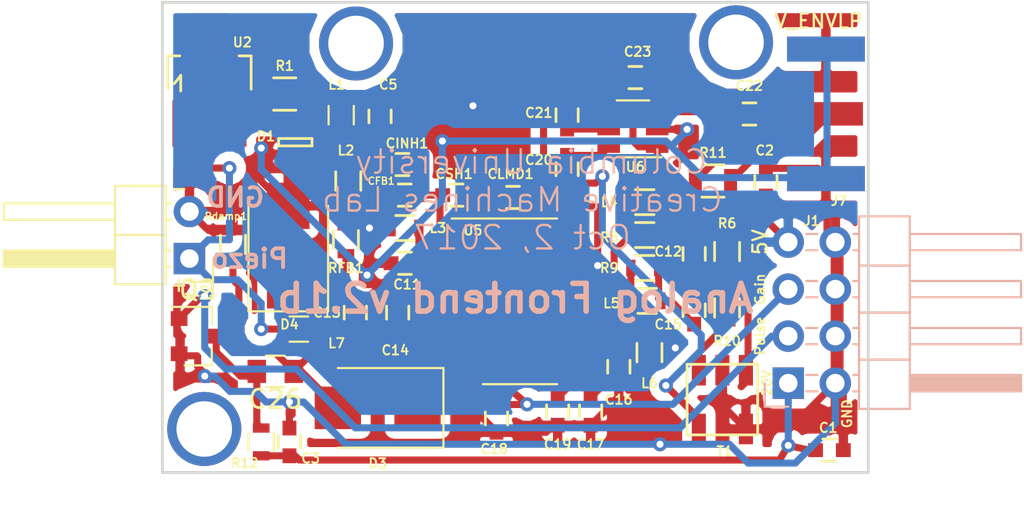
<source format=kicad_pcb>
(kicad_pcb (version 4) (host pcbnew 4.0.6)

  (general
    (links 100)
    (no_connects 0)
    (area 128.448999 87.681999 166.699001 113.232001)
    (thickness 1.6)
    (drawings 16)
    (tracks 361)
    (zones 0)
    (modules 52)
    (nets 41)
  )

  (page USLetter)
  (title_block
    (title "Analog Frontend PCB")
    (date 2017-07-31)
    (rev v2.1b)
    (company "Columbia University Creative Machines Lab")
  )

  (layers
    (0 F.Cu signal)
    (31 B.Cu signal)
    (32 B.Adhes user)
    (33 F.Adhes user)
    (34 B.Paste user)
    (35 F.Paste user)
    (36 B.SilkS user)
    (37 F.SilkS user)
    (38 B.Mask user)
    (39 F.Mask user)
    (40 Dwgs.User user)
    (41 Cmts.User user)
    (42 Eco1.User user)
    (43 Eco2.User user)
    (44 Edge.Cuts user)
    (45 Margin user)
    (46 B.CrtYd user)
    (47 F.CrtYd user)
    (48 B.Fab user)
    (49 F.Fab user)
  )

  (setup
    (last_trace_width 0.381)
    (trace_clearance 0.254)
    (zone_clearance 0.508)
    (zone_45_only no)
    (trace_min 0.2)
    (segment_width 0.2)
    (edge_width 0.15)
    (via_size 0.762)
    (via_drill 0.381)
    (via_min_size 0.4)
    (via_min_drill 0.3)
    (uvia_size 0.508)
    (uvia_drill 0.4064)
    (uvias_allowed no)
    (uvia_min_size 0.2)
    (uvia_min_drill 0.1)
    (pcb_text_width 0.3)
    (pcb_text_size 1.5 1.5)
    (mod_edge_width 0.15)
    (mod_text_size 0.508 0.508)
    (mod_text_width 0.1016)
    (pad_size 1.524 1.524)
    (pad_drill 0.762)
    (pad_to_mask_clearance 0)
    (pad_to_paste_clearance -0.0762)
    (aux_axis_origin 0 0)
    (visible_elements 7FFEEFFF)
    (pcbplotparams
      (layerselection 0x310fc_80000001)
      (usegerberextensions false)
      (excludeedgelayer true)
      (linewidth 0.100000)
      (plotframeref false)
      (viasonmask false)
      (mode 1)
      (useauxorigin false)
      (hpglpennumber 1)
      (hpglpenspeed 20)
      (hpglpendiameter 15)
      (hpglpenoverlay 2)
      (psnegative false)
      (psa4output false)
      (plotreference true)
      (plotvalue true)
      (plotinvisibletext false)
      (padsonsilk false)
      (subtractmaskfromsilk false)
      (outputformat 1)
      (mirror false)
      (drillshape 0)
      (scaleselection 1)
      (outputdirectory gerbers/vfinal/))
  )

  (net 0 "")
  (net 1 GND)
  (net 2 +5V)
  (net 3 Vfiltered)
  (net 4 V_VGA)
  (net 5 "Net-(C11-Pad1)")
  (net 6 "Net-(C12-Pad1)")
  (net 7 "Net-(C12-Pad2)")
  (net 8 "Net-(C13-Pad1)")
  (net 9 "Net-(C13-Pad2)")
  (net 10 "Net-(C14-Pad1)")
  (net 11 "Net-(C14-Pad2)")
  (net 12 "Net-(C15-Pad1)")
  (net 13 "Net-(C15-Pad2)")
  (net 14 "Net-(C17-Pad1)")
  (net 15 GAIN)
  (net 16 /VCM)
  (net 17 "Net-(CFB1-Pad1)")
  (net 18 "Net-(CFB1-Pad2)")
  (net 19 "Net-(CINH1-Pad1)")
  (net 20 "Net-(CLMD1-Pad2)")
  (net 21 "Net-(D1-Pad3)")
  (net 22 "Net-(R6-Pad2)")
  (net 23 "Net-(R10-Pad2)")
  (net 24 "Net-(U2-Pad2)")
  (net 25 /VGA_PWR)
  (net 26 /VGA-)
  (net 27 /VGA+)
  (net 28 "Net-(R11-Pad1)")
  (net 29 /PULSE)
  (net 30 /RFin)
  (net 31 /PCAP)
  (net 32 "Net-(J2-Pad1)")
  (net 33 "Net-(J4-Pad1)")
  (net 34 "Net-(J6-Pad1)")
  (net 35 "Net-(C26-Pad2)")
  (net 36 "Net-(D3-Pad1)")
  (net 37 20V)
  (net 38 /V_ENVLP)
  (net 39 /Vpiezo)
  (net 40 "Net-(C26-Pad1)")

  (net_class Default "This is the default net class."
    (clearance 0.254)
    (trace_width 0.381)
    (via_dia 0.762)
    (via_drill 0.381)
    (uvia_dia 0.508)
    (uvia_drill 0.4064)
    (add_net +5V)
    (add_net /PCAP)
    (add_net /PULSE)
    (add_net /RFin)
    (add_net /VCM)
    (add_net /VGA+)
    (add_net /VGA-)
    (add_net /VGA_PWR)
    (add_net /V_ENVLP)
    (add_net /Vpiezo)
    (add_net 20V)
    (add_net GAIN)
    (add_net GND)
    (add_net "Net-(C11-Pad1)")
    (add_net "Net-(C12-Pad1)")
    (add_net "Net-(C12-Pad2)")
    (add_net "Net-(C13-Pad1)")
    (add_net "Net-(C13-Pad2)")
    (add_net "Net-(C14-Pad1)")
    (add_net "Net-(C14-Pad2)")
    (add_net "Net-(C15-Pad1)")
    (add_net "Net-(C15-Pad2)")
    (add_net "Net-(C17-Pad1)")
    (add_net "Net-(C26-Pad1)")
    (add_net "Net-(C26-Pad2)")
    (add_net "Net-(CFB1-Pad1)")
    (add_net "Net-(CFB1-Pad2)")
    (add_net "Net-(CINH1-Pad1)")
    (add_net "Net-(CLMD1-Pad2)")
    (add_net "Net-(D1-Pad3)")
    (add_net "Net-(D3-Pad1)")
    (add_net "Net-(J2-Pad1)")
    (add_net "Net-(J4-Pad1)")
    (add_net "Net-(J6-Pad1)")
    (add_net "Net-(R10-Pad2)")
    (add_net "Net-(R11-Pad1)")
    (add_net "Net-(R6-Pad2)")
    (add_net "Net-(U2-Pad2)")
    (add_net V_VGA)
    (add_net Vfiltered)
  )

  (net_class Power ""
    (clearance 0.381)
    (trace_width 0.762)
    (via_dia 1.524)
    (via_drill 0.889)
    (uvia_dia 0.508)
    (uvia_drill 0.4064)
  )

  (module Capacitors_SMD:C_0805 (layer F.Cu) (tedit 58AA8463) (tstamp 59CA4809)
    (at 134.62 107.696 180)
    (descr "Capacitor SMD 0805, reflow soldering, AVX (see smccp.pdf)")
    (tags "capacitor 0805")
    (path /59C81D72)
    (attr smd)
    (fp_text reference C26 (at 0 -1.5 180) (layer F.SilkS)
      (effects (font (size 1 1) (thickness 0.15)))
    )
    (fp_text value .01u (at 0 1.75 180) (layer F.Fab)
      (effects (font (size 1 1) (thickness 0.15)))
    )
    (fp_text user %R (at 0 -1.5 180) (layer F.Fab)
      (effects (font (size 1 1) (thickness 0.15)))
    )
    (fp_line (start -1 0.62) (end -1 -0.62) (layer F.Fab) (width 0.1))
    (fp_line (start 1 0.62) (end -1 0.62) (layer F.Fab) (width 0.1))
    (fp_line (start 1 -0.62) (end 1 0.62) (layer F.Fab) (width 0.1))
    (fp_line (start -1 -0.62) (end 1 -0.62) (layer F.Fab) (width 0.1))
    (fp_line (start 0.5 -0.85) (end -0.5 -0.85) (layer F.SilkS) (width 0.12))
    (fp_line (start -0.5 0.85) (end 0.5 0.85) (layer F.SilkS) (width 0.12))
    (fp_line (start -1.75 -0.88) (end 1.75 -0.88) (layer F.CrtYd) (width 0.05))
    (fp_line (start -1.75 -0.88) (end -1.75 0.87) (layer F.CrtYd) (width 0.05))
    (fp_line (start 1.75 0.87) (end 1.75 -0.88) (layer F.CrtYd) (width 0.05))
    (fp_line (start 1.75 0.87) (end -1.75 0.87) (layer F.CrtYd) (width 0.05))
    (pad 1 smd rect (at -1 0 180) (size 1 1.25) (layers F.Cu F.Paste F.Mask)
      (net 40 "Net-(C26-Pad1)"))
    (pad 2 smd rect (at 1 0 180) (size 1 1.25) (layers F.Cu F.Paste F.Mask)
      (net 35 "Net-(C26-Pad2)"))
    (model Capacitors_SMD.3dshapes/C_0805.wrl
      (at (xyz 0 0 0))
      (scale (xyz 1 1 1))
      (rotate (xyz 0 0 0))
    )
  )

  (module Resistors_SMD:R_0603 (layer F.Cu) (tedit 594428EE) (tstamp 591D688C)
    (at 154.559 100.33 180)
    (descr "Resistor SMD 0603, reflow soldering, Vishay (see dcrcw.pdf)")
    (tags "resistor 0603")
    (path /591CCE56)
    (attr smd)
    (fp_text reference R8 (at 1.905 -0.127 180) (layer F.SilkS)
      (effects (font (size 0.508 0.508) (thickness 0.1016)))
    )
    (fp_text value 100 (at 0 1.9 180) (layer F.Fab)
      (effects (font (size 1 1) (thickness 0.15)))
    )
    (fp_line (start -0.8 0.4) (end -0.8 -0.4) (layer F.Fab) (width 0.1))
    (fp_line (start 0.8 0.4) (end -0.8 0.4) (layer F.Fab) (width 0.1))
    (fp_line (start 0.8 -0.4) (end 0.8 0.4) (layer F.Fab) (width 0.1))
    (fp_line (start -0.8 -0.4) (end 0.8 -0.4) (layer F.Fab) (width 0.1))
    (fp_line (start -1.3 -0.8) (end 1.3 -0.8) (layer F.CrtYd) (width 0.05))
    (fp_line (start -1.3 0.8) (end 1.3 0.8) (layer F.CrtYd) (width 0.05))
    (fp_line (start -1.3 -0.8) (end -1.3 0.8) (layer F.CrtYd) (width 0.05))
    (fp_line (start 1.3 -0.8) (end 1.3 0.8) (layer F.CrtYd) (width 0.05))
    (fp_line (start 0.5 0.675) (end -0.5 0.675) (layer F.SilkS) (width 0.15))
    (fp_line (start -0.5 -0.675) (end 0.5 -0.675) (layer F.SilkS) (width 0.15))
    (pad 1 smd rect (at -0.75 0 180) (size 0.5 0.9) (layers F.Cu F.Paste F.Mask)
      (net 6 "Net-(C12-Pad1)"))
    (pad 2 smd rect (at 0.75 0 180) (size 0.5 0.9) (layers F.Cu F.Paste F.Mask)
      (net 26 /VGA-))
    (model Resistors_SMD.3dshapes/R_0603.wrl
      (at (xyz 0 0 0))
      (scale (xyz 1 1 1))
      (rotate (xyz 0 0 0))
    )
  )

  (module custom:QSOP-20_3.9x8.6mm_Pitch0.64mm (layer F.Cu) (tedit 58B201A7) (tstamp 591E2467)
    (at 147.828 103.886)
    (descr "20 Lead Quarter Size Outline Plastic Package (QSOP) (https://www.intersil.com/content/dam/Intersil/documents/m20_/m20.15.pdf)")
    (tags "QSOP-20 ")
    (path /591C075D)
    (attr smd)
    (fp_text reference U5 (at -2.54 -3.81) (layer F.SilkS)
      (effects (font (size 0.508 0.508) (thickness 0.1016)))
    )
    (fp_text value AD8331 (at 0 6) (layer F.Fab)
      (effects (font (size 1 1) (thickness 0.15)))
    )
    (fp_line (start 3.8 -4.6) (end 3.8 4.6) (layer F.CrtYd) (width 0.05))
    (fp_line (start -0.64 -4.3) (end -0.64 -4.3) (layer F.Fab) (width 0.12))
    (fp_line (start -0.83 -4.3) (end -0.64 -4.3) (layer F.Fab) (width 0.15))
    (fp_line (start -1.95 -3.18) (end -0.83 -4.3) (layer F.Fab) (width 0.15))
    (fp_line (start -3.8 -4.6) (end 3.8 -4.6) (layer F.CrtYd) (width 0.05))
    (fp_line (start -2 4.5) (end 2 4.5) (layer F.SilkS) (width 0.12))
    (fp_line (start -3.69 -4.45) (end 2 -4.45) (layer F.SilkS) (width 0.12))
    (fp_line (start 1.95 4.3) (end 1.95 -4.3) (layer F.Fab) (width 0.15))
    (fp_line (start -0.635 -4.3) (end 1.95 -4.3) (layer F.Fab) (width 0.15))
    (fp_line (start -1.95 4.3) (end -1.95 -3.175) (layer F.Fab) (width 0.15))
    (fp_line (start -1.95 4.3) (end 1.95 4.3) (layer F.Fab) (width 0.15))
    (fp_line (start -3.8 4.6) (end 3.8 4.6) (layer F.CrtYd) (width 0.05))
    (fp_line (start -3.8 -4.6) (end -3.8 4.6) (layer F.CrtYd) (width 0.05))
    (pad 1 smd rect (at -2.795 -2.8575) (size 1.524 0.38) (layers F.Cu F.Paste F.Mask)
      (net 20 "Net-(CLMD1-Pad2)"))
    (pad 20 smd rect (at 2.795 -2.8575) (size 1.524 0.38) (layers F.Cu F.Paste F.Mask)
      (net 1 GND))
    (pad 2 smd rect (at -2.795 -2.2175) (size 1.524 0.38) (layers F.Cu F.Paste F.Mask)
      (net 17 "Net-(CFB1-Pad1)"))
    (pad 19 smd rect (at 2.795 -2.2175) (size 1.524 0.38) (layers F.Cu F.Paste F.Mask)
      (net 2 +5V))
    (pad 3 smd rect (at -2.795 -1.5775) (size 1.524 0.38) (layers F.Cu F.Paste F.Mask)
      (net 5 "Net-(C11-Pad1)"))
    (pad 18 smd rect (at 2.795 -1.5775) (size 1.524 0.38) (layers F.Cu F.Paste F.Mask)
      (net 2 +5V))
    (pad 4 smd rect (at -2.795 -0.9375) (size 1.524 0.38) (layers F.Cu F.Paste F.Mask)
      (net 8 "Net-(C13-Pad1)"))
    (pad 17 smd rect (at 2.795 -0.9375) (size 1.524 0.38) (layers F.Cu F.Paste F.Mask)
      (net 1 GND))
    (pad 5 smd rect (at -2.795 -0.2975) (size 1.524 0.38) (layers F.Cu F.Paste F.Mask)
      (net 10 "Net-(C14-Pad1)"))
    (pad 16 smd rect (at 2.795 -0.2975) (size 1.524 0.38) (layers F.Cu F.Paste F.Mask)
      (net 26 /VGA-))
    (pad 6 smd rect (at -2.795 0.3425) (size 1.524 0.38) (layers F.Cu F.Paste F.Mask)
      (net 1 GND))
    (pad 15 smd rect (at 2.795 0.3425) (size 1.524 0.38) (layers F.Cu F.Paste F.Mask)
      (net 27 /VGA+))
    (pad 7 smd rect (at -2.795 0.9825) (size 1.524 0.38) (layers F.Cu F.Paste F.Mask)
      (net 11 "Net-(C14-Pad2)"))
    (pad 14 smd rect (at 2.795 0.9825) (size 1.524 0.38) (layers F.Cu F.Paste F.Mask)
      (net 25 /VGA_PWR))
    (pad 8 smd rect (at -2.795 1.6225) (size 1.524 0.38) (layers F.Cu F.Paste F.Mask)
      (net 9 "Net-(C13-Pad2)"))
    (pad 13 smd rect (at 2.795 1.6225) (size 1.524 0.38) (layers F.Cu F.Paste F.Mask)
      (net 25 /VGA_PWR))
    (pad 9 smd rect (at -2.795 2.2625) (size 1.524 0.38) (layers F.Cu F.Paste F.Mask)
      (net 1 GND))
    (pad 12 smd rect (at 2.795 2.2625) (size 1.524 0.38) (layers F.Cu F.Paste F.Mask)
      (net 14 "Net-(C17-Pad1)"))
    (pad 10 smd rect (at -2.795 2.9025) (size 1.524 0.38) (layers F.Cu F.Paste F.Mask)
      (net 15 GAIN))
    (pad 11 smd rect (at 2.795 2.9025) (size 1.524 0.38) (layers F.Cu F.Paste F.Mask)
      (net 16 /VCM))
  )

  (module Resistors_SMD:R_0805 (layer F.Cu) (tedit 59CA903C) (tstamp 591D6862)
    (at 135.128 92.71 180)
    (descr "Resistor SMD 0805, reflow soldering, Vishay (see dcrcw.pdf)")
    (tags "resistor 0805")
    (path /58E08CD5)
    (attr smd)
    (fp_text reference R1 (at 0 1.524 360) (layer F.SilkS)
      (effects (font (size 0.508 0.508) (thickness 0.1016)))
    )
    (fp_text value 100 (at 0 2.1 180) (layer F.Fab)
      (effects (font (size 1 1) (thickness 0.15)))
    )
    (fp_line (start -1 0.625) (end -1 -0.625) (layer F.Fab) (width 0.1))
    (fp_line (start 1 0.625) (end -1 0.625) (layer F.Fab) (width 0.1))
    (fp_line (start 1 -0.625) (end 1 0.625) (layer F.Fab) (width 0.1))
    (fp_line (start -1 -0.625) (end 1 -0.625) (layer F.Fab) (width 0.1))
    (fp_line (start -1.6 -1) (end 1.6 -1) (layer F.CrtYd) (width 0.05))
    (fp_line (start -1.6 1) (end 1.6 1) (layer F.CrtYd) (width 0.05))
    (fp_line (start -1.6 -1) (end -1.6 1) (layer F.CrtYd) (width 0.05))
    (fp_line (start 1.6 -1) (end 1.6 1) (layer F.CrtYd) (width 0.05))
    (fp_line (start 0.6 0.875) (end -0.6 0.875) (layer F.SilkS) (width 0.15))
    (fp_line (start -0.6 -0.875) (end 0.6 -0.875) (layer F.SilkS) (width 0.15))
    (pad 1 smd rect (at -0.95 0 180) (size 0.7 1.3) (layers F.Cu F.Paste F.Mask)
      (net 3 Vfiltered))
    (pad 2 smd rect (at 0.95 0 180) (size 0.7 1.3) (layers F.Cu F.Paste F.Mask)
      (net 21 "Net-(D1-Pad3)"))
    (model Resistors_SMD.3dshapes/R_0805.wrl
      (at (xyz 0 0 0))
      (scale (xyz 1 1 1))
      (rotate (xyz 0 0 0))
    )
  )

  (module Capacitors_SMD:C_0603 (layer F.Cu) (tedit 59D197B3) (tstamp 591D6769)
    (at 140.2715 93.9165 90)
    (descr "Capacitor SMD 0603, reflow soldering, AVX (see smccp.pdf)")
    (tags "capacitor 0603")
    (path /58E08E96)
    (attr smd)
    (fp_text reference C5 (at 1.7145 0.4445 180) (layer F.SilkS)
      (effects (font (size 0.508 0.508) (thickness 0.1016)))
    )
    (fp_text value 1n (at 0 1.9 90) (layer F.Fab)
      (effects (font (size 1 1) (thickness 0.15)))
    )
    (fp_line (start -0.8 0.4) (end -0.8 -0.4) (layer F.Fab) (width 0.15))
    (fp_line (start 0.8 0.4) (end -0.8 0.4) (layer F.Fab) (width 0.15))
    (fp_line (start 0.8 -0.4) (end 0.8 0.4) (layer F.Fab) (width 0.15))
    (fp_line (start -0.8 -0.4) (end 0.8 -0.4) (layer F.Fab) (width 0.15))
    (fp_line (start -1.45 -0.75) (end 1.45 -0.75) (layer F.CrtYd) (width 0.05))
    (fp_line (start -1.45 0.75) (end 1.45 0.75) (layer F.CrtYd) (width 0.05))
    (fp_line (start -1.45 -0.75) (end -1.45 0.75) (layer F.CrtYd) (width 0.05))
    (fp_line (start 1.45 -0.75) (end 1.45 0.75) (layer F.CrtYd) (width 0.05))
    (fp_line (start -0.35 -0.6) (end 0.35 -0.6) (layer F.SilkS) (width 0.15))
    (fp_line (start 0.35 0.6) (end -0.35 0.6) (layer F.SilkS) (width 0.15))
    (pad 1 smd rect (at -0.75 0 90) (size 0.8 0.75) (layers F.Cu F.Paste F.Mask)
      (net 3 Vfiltered))
    (pad 2 smd rect (at 0.75 0 90) (size 0.8 0.75) (layers F.Cu F.Paste F.Mask)
      (net 1 GND))
    (model Capacitors_SMD.3dshapes/C_0603.wrl
      (at (xyz 0 0 0))
      (scale (xyz 1 1 1))
      (rotate (xyz 0 0 0))
    )
  )

  (module TO_SOT_Packages_SMD:SOT89-3_Housing_Handsoldering (layer F.Cu) (tedit 59D197B7) (tstamp 591D68BD)
    (at 131.064 91.948)
    (descr "SOT89-3, Housing, Handsoldering,")
    (tags "SOT89-3, Housing, Handsoldering,")
    (path /591F8A64)
    (attr smd)
    (fp_text reference U2 (at 1.778 -2.032) (layer F.SilkS)
      (effects (font (size 0.508 0.508) (thickness 0.1016)))
    )
    (fp_text value MD0100N8 (at -0.14986 5.30098) (layer F.Fab)
      (effects (font (size 1 1) (thickness 0.15)))
    )
    (fp_line (start -1.89992 0.20066) (end -1.651 -0.09906) (layer F.SilkS) (width 0.15))
    (fp_line (start -1.651 -0.09906) (end -1.5494 -0.24892) (layer F.SilkS) (width 0.15))
    (fp_line (start -1.5494 -0.24892) (end -1.5494 0.59944) (layer F.SilkS) (width 0.15))
    (fp_line (start -2.25044 -1.30048) (end -2.25044 0.50038) (layer F.SilkS) (width 0.15))
    (fp_line (start -2.25044 -1.30048) (end -1.6002 -1.30048) (layer F.SilkS) (width 0.15))
    (fp_line (start 2.25044 -1.30048) (end 2.25044 0.50038) (layer F.SilkS) (width 0.15))
    (fp_line (start 2.25044 -1.30048) (end 1.6002 -1.30048) (layer F.SilkS) (width 0.15))
    (pad 1 smd rect (at -1.50114 2.35204) (size 1.00076 2.5019) (layers F.Cu F.Paste F.Mask)
      (net 39 /Vpiezo))
    (pad 2 smd rect (at 0 2.35204) (size 1.00076 2.5019) (layers F.Cu F.Paste F.Mask)
      (net 24 "Net-(U2-Pad2)"))
    (pad 3 smd rect (at 1.50114 2.35204) (size 1.00076 2.5019) (layers F.Cu F.Paste F.Mask)
      (net 21 "Net-(D1-Pad3)"))
    (pad 2 smd rect (at 0 -1.6002) (size 1.99898 4.0005) (layers F.Cu F.Paste F.Mask)
      (net 24 "Net-(U2-Pad2)"))
    (pad 2 smd trapezoid (at 0 0.7493 180) (size 1.50114 0.7493) (rect_delta 0 0.50038 ) (layers F.Cu F.Paste F.Mask)
      (net 24 "Net-(U2-Pad2)"))
    (model TO_SOT_Packages_SMD.3dshapes/SOT89-3_Housing_Handsoldering.wrl
      (at (xyz 0 0 0))
      (scale (xyz 0.3937 0.3937 0.3937))
      (rotate (xyz 0 0 0))
    )
  )

  (module custom:SOT-523 (layer F.Cu) (tedit 591D3A70) (tstamp 591D67EE)
    (at 135.6995 95.3135 90)
    (path /591F8367)
    (attr smd)
    (fp_text reference D1 (at 0.3175 -1.5875 180) (layer F.SilkS)
      (effects (font (size 0.508 0.508) (thickness 0.1016)))
    )
    (fp_text value BAV99T (at 0 1.905 90) (layer F.Fab)
      (effects (font (size 0.8 0.8) (thickness 0.15)))
    )
    (fp_line (start -0.2 -0.9) (end -0.2 0.9) (layer F.SilkS) (width 0.15))
    (fp_line (start -0.2 0.9) (end 0.2 0.9) (layer F.SilkS) (width 0.15))
    (fp_line (start 0.2 0.9) (end 0.2 -0.9) (layer F.SilkS) (width 0.15))
    (fp_line (start 0.2 -0.9) (end -0.2 -0.9) (layer F.SilkS) (width 0.15))
    (fp_line (start -1.155 -1.1) (end 1.155 -1.1) (layer F.CrtYd) (width 0.15))
    (fp_line (start 1.155 -1.1) (end 1.155 1.1) (layer F.CrtYd) (width 0.15))
    (fp_line (start 1.155 1.1) (end -1.155 1.1) (layer F.CrtYd) (width 0.15))
    (fp_line (start -1.155 1.1) (end -1.155 -1.1) (layer F.CrtYd) (width 0.15))
    (fp_line (start -0.49 -0.85) (end 0.49 -0.85) (layer F.Fab) (width 0.15))
    (fp_line (start 0.49 -0.85) (end 0.49 0.85) (layer F.Fab) (width 0.15))
    (fp_line (start 0.49 0.85) (end -0.49 0.85) (layer F.Fab) (width 0.15))
    (fp_line (start -0.49 0.85) (end -0.49 -0.85) (layer F.Fab) (width 0.15))
    (pad 1 smd rect (at -0.65 -0.5 270) (size 0.51 0.4) (layers F.Cu F.Paste F.Mask)
      (net 1 GND))
    (pad 2 smd rect (at -0.65 0.5 270) (size 0.51 0.4) (layers F.Cu F.Paste F.Mask)
      (net 1 GND))
    (pad 3 smd rect (at 0.65 0 270) (size 0.51 0.4) (layers F.Cu F.Paste F.Mask)
      (net 21 "Net-(D1-Pad3)"))
    (model smd_trans/sot323.wrl
      (at (xyz 0 0 0))
      (scale (xyz 0.75 0.6 0.6))
      (rotate (xyz 0 0 90))
    )
  )

  (module Capacitors_SMD:C_0603 (layer F.Cu) (tedit 5944278A) (tstamp 591D6787)
    (at 141.617 101.854 180)
    (descr "Capacitor SMD 0603, reflow soldering, AVX (see smccp.pdf)")
    (tags "capacitor 0603")
    (path /591C8787)
    (attr smd)
    (fp_text reference C11 (at -0.115 -1.143 180) (layer F.SilkS)
      (effects (font (size 0.508 0.508) (thickness 0.1016)))
    )
    (fp_text value 0.1µF (at 0 1.9 180) (layer F.Fab)
      (effects (font (size 1 1) (thickness 0.15)))
    )
    (fp_line (start -0.8 0.4) (end -0.8 -0.4) (layer F.Fab) (width 0.15))
    (fp_line (start 0.8 0.4) (end -0.8 0.4) (layer F.Fab) (width 0.15))
    (fp_line (start 0.8 -0.4) (end 0.8 0.4) (layer F.Fab) (width 0.15))
    (fp_line (start -0.8 -0.4) (end 0.8 -0.4) (layer F.Fab) (width 0.15))
    (fp_line (start -1.45 -0.75) (end 1.45 -0.75) (layer F.CrtYd) (width 0.05))
    (fp_line (start -1.45 0.75) (end 1.45 0.75) (layer F.CrtYd) (width 0.05))
    (fp_line (start -1.45 -0.75) (end -1.45 0.75) (layer F.CrtYd) (width 0.05))
    (fp_line (start 1.45 -0.75) (end 1.45 0.75) (layer F.CrtYd) (width 0.05))
    (fp_line (start -0.35 -0.6) (end 0.35 -0.6) (layer F.SilkS) (width 0.15))
    (fp_line (start 0.35 0.6) (end -0.35 0.6) (layer F.SilkS) (width 0.15))
    (pad 1 smd rect (at -0.75 0 180) (size 0.8 0.75) (layers F.Cu F.Paste F.Mask)
      (net 5 "Net-(C11-Pad1)"))
    (pad 2 smd rect (at 0.75 0 180) (size 0.8 0.75) (layers F.Cu F.Paste F.Mask)
      (net 1 GND))
    (model Capacitors_SMD.3dshapes/C_0603.wrl
      (at (xyz 0 0 0))
      (scale (xyz 1 1 1))
      (rotate (xyz 0 0 0))
    )
  )

  (module Capacitors_SMD:C_0603 (layer F.Cu) (tedit 59442973) (tstamp 591D678D)
    (at 157.226 101.346 90)
    (descr "Capacitor SMD 0603, reflow soldering, AVX (see smccp.pdf)")
    (tags "capacitor 0603")
    (path /591CF666)
    (attr smd)
    (fp_text reference C12 (at 0.127 -1.397 180) (layer F.SilkS)
      (effects (font (size 0.508 0.508) (thickness 0.1016)))
    )
    (fp_text value 0.1µF (at 0 1.9 90) (layer F.Fab)
      (effects (font (size 1 1) (thickness 0.15)))
    )
    (fp_line (start -0.8 0.4) (end -0.8 -0.4) (layer F.Fab) (width 0.15))
    (fp_line (start 0.8 0.4) (end -0.8 0.4) (layer F.Fab) (width 0.15))
    (fp_line (start 0.8 -0.4) (end 0.8 0.4) (layer F.Fab) (width 0.15))
    (fp_line (start -0.8 -0.4) (end 0.8 -0.4) (layer F.Fab) (width 0.15))
    (fp_line (start -1.45 -0.75) (end 1.45 -0.75) (layer F.CrtYd) (width 0.05))
    (fp_line (start -1.45 0.75) (end 1.45 0.75) (layer F.CrtYd) (width 0.05))
    (fp_line (start -1.45 -0.75) (end -1.45 0.75) (layer F.CrtYd) (width 0.05))
    (fp_line (start 1.45 -0.75) (end 1.45 0.75) (layer F.CrtYd) (width 0.05))
    (fp_line (start -0.35 -0.6) (end 0.35 -0.6) (layer F.SilkS) (width 0.15))
    (fp_line (start 0.35 0.6) (end -0.35 0.6) (layer F.SilkS) (width 0.15))
    (pad 1 smd rect (at -0.75 0 90) (size 0.8 0.75) (layers F.Cu F.Paste F.Mask)
      (net 6 "Net-(C12-Pad1)"))
    (pad 2 smd rect (at 0.75 0 90) (size 0.8 0.75) (layers F.Cu F.Paste F.Mask)
      (net 7 "Net-(C12-Pad2)"))
    (model Capacitors_SMD.3dshapes/C_0603.wrl
      (at (xyz 0 0 0))
      (scale (xyz 1 1 1))
      (rotate (xyz 0 0 0))
    )
  )

  (module Capacitors_SMD:C_0603 (layer F.Cu) (tedit 59442C60) (tstamp 591D6793)
    (at 138.938 104.521 270)
    (descr "Capacitor SMD 0603, reflow soldering, AVX (see smccp.pdf)")
    (tags "capacitor 0603")
    (path /591C253F)
    (attr smd)
    (fp_text reference C13 (at 0 1.524 360) (layer F.SilkS)
      (effects (font (size 0.508 0.508) (thickness 0.1016)))
    )
    (fp_text value 0.1µF (at 0 1.9 270) (layer F.Fab)
      (effects (font (size 1 1) (thickness 0.15)))
    )
    (fp_line (start -0.8 0.4) (end -0.8 -0.4) (layer F.Fab) (width 0.15))
    (fp_line (start 0.8 0.4) (end -0.8 0.4) (layer F.Fab) (width 0.15))
    (fp_line (start 0.8 -0.4) (end 0.8 0.4) (layer F.Fab) (width 0.15))
    (fp_line (start -0.8 -0.4) (end 0.8 -0.4) (layer F.Fab) (width 0.15))
    (fp_line (start -1.45 -0.75) (end 1.45 -0.75) (layer F.CrtYd) (width 0.05))
    (fp_line (start -1.45 0.75) (end 1.45 0.75) (layer F.CrtYd) (width 0.05))
    (fp_line (start -1.45 -0.75) (end -1.45 0.75) (layer F.CrtYd) (width 0.05))
    (fp_line (start 1.45 -0.75) (end 1.45 0.75) (layer F.CrtYd) (width 0.05))
    (fp_line (start -0.35 -0.6) (end 0.35 -0.6) (layer F.SilkS) (width 0.15))
    (fp_line (start 0.35 0.6) (end -0.35 0.6) (layer F.SilkS) (width 0.15))
    (pad 1 smd rect (at -0.75 0 270) (size 0.8 0.75) (layers F.Cu F.Paste F.Mask)
      (net 8 "Net-(C13-Pad1)"))
    (pad 2 smd rect (at 0.75 0 270) (size 0.8 0.75) (layers F.Cu F.Paste F.Mask)
      (net 9 "Net-(C13-Pad2)"))
    (model Capacitors_SMD.3dshapes/C_0603.wrl
      (at (xyz 0 0 0))
      (scale (xyz 1 1 1))
      (rotate (xyz 0 0 0))
    )
  )

  (module Capacitors_SMD:C_0603 (layer F.Cu) (tedit 59442C69) (tstamp 591D6799)
    (at 141.224 104.521 270)
    (descr "Capacitor SMD 0603, reflow soldering, AVX (see smccp.pdf)")
    (tags "capacitor 0603")
    (path /591C1AD6)
    (attr smd)
    (fp_text reference C14 (at 2.032 0.127 360) (layer F.SilkS)
      (effects (font (size 0.508 0.508) (thickness 0.1016)))
    )
    (fp_text value 0.1µF (at 0 1.9 270) (layer F.Fab)
      (effects (font (size 1 1) (thickness 0.15)))
    )
    (fp_line (start -0.8 0.4) (end -0.8 -0.4) (layer F.Fab) (width 0.15))
    (fp_line (start 0.8 0.4) (end -0.8 0.4) (layer F.Fab) (width 0.15))
    (fp_line (start 0.8 -0.4) (end 0.8 0.4) (layer F.Fab) (width 0.15))
    (fp_line (start -0.8 -0.4) (end 0.8 -0.4) (layer F.Fab) (width 0.15))
    (fp_line (start -1.45 -0.75) (end 1.45 -0.75) (layer F.CrtYd) (width 0.05))
    (fp_line (start -1.45 0.75) (end 1.45 0.75) (layer F.CrtYd) (width 0.05))
    (fp_line (start -1.45 -0.75) (end -1.45 0.75) (layer F.CrtYd) (width 0.05))
    (fp_line (start 1.45 -0.75) (end 1.45 0.75) (layer F.CrtYd) (width 0.05))
    (fp_line (start -0.35 -0.6) (end 0.35 -0.6) (layer F.SilkS) (width 0.15))
    (fp_line (start 0.35 0.6) (end -0.35 0.6) (layer F.SilkS) (width 0.15))
    (pad 1 smd rect (at -0.75 0 270) (size 0.8 0.75) (layers F.Cu F.Paste F.Mask)
      (net 10 "Net-(C14-Pad1)"))
    (pad 2 smd rect (at 0.75 0 270) (size 0.8 0.75) (layers F.Cu F.Paste F.Mask)
      (net 11 "Net-(C14-Pad2)"))
    (model Capacitors_SMD.3dshapes/C_0603.wrl
      (at (xyz 0 0 0))
      (scale (xyz 1 1 1))
      (rotate (xyz 0 0 0))
    )
  )

  (module Capacitors_SMD:C_0603 (layer F.Cu) (tedit 59442938) (tstamp 591D679F)
    (at 157.226 104.394 90)
    (descr "Capacitor SMD 0603, reflow soldering, AVX (see smccp.pdf)")
    (tags "capacitor 0603")
    (path /591CF7EE)
    (attr smd)
    (fp_text reference C15 (at -0.762 -1.397 180) (layer F.SilkS)
      (effects (font (size 0.508 0.508) (thickness 0.1016)))
    )
    (fp_text value 0.1µF (at 0 1.9 90) (layer F.Fab)
      (effects (font (size 1 1) (thickness 0.15)))
    )
    (fp_line (start -0.8 0.4) (end -0.8 -0.4) (layer F.Fab) (width 0.15))
    (fp_line (start 0.8 0.4) (end -0.8 0.4) (layer F.Fab) (width 0.15))
    (fp_line (start 0.8 -0.4) (end 0.8 0.4) (layer F.Fab) (width 0.15))
    (fp_line (start -0.8 -0.4) (end 0.8 -0.4) (layer F.Fab) (width 0.15))
    (fp_line (start -1.45 -0.75) (end 1.45 -0.75) (layer F.CrtYd) (width 0.05))
    (fp_line (start -1.45 0.75) (end 1.45 0.75) (layer F.CrtYd) (width 0.05))
    (fp_line (start -1.45 -0.75) (end -1.45 0.75) (layer F.CrtYd) (width 0.05))
    (fp_line (start 1.45 -0.75) (end 1.45 0.75) (layer F.CrtYd) (width 0.05))
    (fp_line (start -0.35 -0.6) (end 0.35 -0.6) (layer F.SilkS) (width 0.15))
    (fp_line (start 0.35 0.6) (end -0.35 0.6) (layer F.SilkS) (width 0.15))
    (pad 1 smd rect (at -0.75 0 90) (size 0.8 0.75) (layers F.Cu F.Paste F.Mask)
      (net 12 "Net-(C15-Pad1)"))
    (pad 2 smd rect (at 0.75 0 90) (size 0.8 0.75) (layers F.Cu F.Paste F.Mask)
      (net 13 "Net-(C15-Pad2)"))
    (model Capacitors_SMD.3dshapes/C_0603.wrl
      (at (xyz 0 0 0))
      (scale (xyz 1 1 1))
      (rotate (xyz 0 0 0))
    )
  )

  (module Capacitors_SMD:C_0603 (layer F.Cu) (tedit 594428AF) (tstamp 591D67A5)
    (at 153.162 107.442 270)
    (descr "Capacitor SMD 0603, reflow soldering, AVX (see smccp.pdf)")
    (tags "capacitor 0603")
    (path /591C7038)
    (attr smd)
    (fp_text reference C16 (at 1.778 0 360) (layer F.SilkS)
      (effects (font (size 0.508 0.508) (thickness 0.1016)))
    )
    (fp_text value 0.1µF (at 0 1.9 270) (layer F.Fab)
      (effects (font (size 1 1) (thickness 0.15)))
    )
    (fp_line (start -0.8 0.4) (end -0.8 -0.4) (layer F.Fab) (width 0.15))
    (fp_line (start 0.8 0.4) (end -0.8 0.4) (layer F.Fab) (width 0.15))
    (fp_line (start 0.8 -0.4) (end 0.8 0.4) (layer F.Fab) (width 0.15))
    (fp_line (start -0.8 -0.4) (end 0.8 -0.4) (layer F.Fab) (width 0.15))
    (fp_line (start -1.45 -0.75) (end 1.45 -0.75) (layer F.CrtYd) (width 0.05))
    (fp_line (start -1.45 0.75) (end 1.45 0.75) (layer F.CrtYd) (width 0.05))
    (fp_line (start -1.45 -0.75) (end -1.45 0.75) (layer F.CrtYd) (width 0.05))
    (fp_line (start 1.45 -0.75) (end 1.45 0.75) (layer F.CrtYd) (width 0.05))
    (fp_line (start -0.35 -0.6) (end 0.35 -0.6) (layer F.SilkS) (width 0.15))
    (fp_line (start 0.35 0.6) (end -0.35 0.6) (layer F.SilkS) (width 0.15))
    (pad 1 smd rect (at -0.75 0 270) (size 0.8 0.75) (layers F.Cu F.Paste F.Mask)
      (net 25 /VGA_PWR))
    (pad 2 smd rect (at 0.75 0 270) (size 0.8 0.75) (layers F.Cu F.Paste F.Mask)
      (net 1 GND))
    (model Capacitors_SMD.3dshapes/C_0603.wrl
      (at (xyz 0 0 0))
      (scale (xyz 1 1 1))
      (rotate (xyz 0 0 0))
    )
  )

  (module Capacitors_SMD:C_0603 (layer F.Cu) (tedit 59442C32) (tstamp 591D67AB)
    (at 151.638 109.855 270)
    (descr "Capacitor SMD 0603, reflow soldering, AVX (see smccp.pdf)")
    (tags "capacitor 0603")
    (path /591D36CE)
    (attr smd)
    (fp_text reference C17 (at 1.778 0 360) (layer F.SilkS)
      (effects (font (size 0.508 0.508) (thickness 0.1016)))
    )
    (fp_text value 0.1µF (at 0 1.9 270) (layer F.Fab)
      (effects (font (size 1 1) (thickness 0.15)))
    )
    (fp_line (start -0.8 0.4) (end -0.8 -0.4) (layer F.Fab) (width 0.15))
    (fp_line (start 0.8 0.4) (end -0.8 0.4) (layer F.Fab) (width 0.15))
    (fp_line (start 0.8 -0.4) (end 0.8 0.4) (layer F.Fab) (width 0.15))
    (fp_line (start -0.8 -0.4) (end 0.8 -0.4) (layer F.Fab) (width 0.15))
    (fp_line (start -1.45 -0.75) (end 1.45 -0.75) (layer F.CrtYd) (width 0.05))
    (fp_line (start -1.45 0.75) (end 1.45 0.75) (layer F.CrtYd) (width 0.05))
    (fp_line (start -1.45 -0.75) (end -1.45 0.75) (layer F.CrtYd) (width 0.05))
    (fp_line (start 1.45 -0.75) (end 1.45 0.75) (layer F.CrtYd) (width 0.05))
    (fp_line (start -0.35 -0.6) (end 0.35 -0.6) (layer F.SilkS) (width 0.15))
    (fp_line (start 0.35 0.6) (end -0.35 0.6) (layer F.SilkS) (width 0.15))
    (pad 1 smd rect (at -0.75 0 270) (size 0.8 0.75) (layers F.Cu F.Paste F.Mask)
      (net 14 "Net-(C17-Pad1)"))
    (pad 2 smd rect (at 0.75 0 270) (size 0.8 0.75) (layers F.Cu F.Paste F.Mask)
      (net 1 GND))
    (model Capacitors_SMD.3dshapes/C_0603.wrl
      (at (xyz 0 0 0))
      (scale (xyz 1 1 1))
      (rotate (xyz 0 0 0))
    )
  )

  (module Capacitors_SMD:C_0603 (layer F.Cu) (tedit 597A4F3D) (tstamp 591D67B1)
    (at 146.558 110.236 270)
    (descr "Capacitor SMD 0603, reflow soldering, AVX (see smccp.pdf)")
    (tags "capacitor 0603")
    (path /591C3A41)
    (attr smd)
    (fp_text reference C18 (at 1.651 0.127 360) (layer F.SilkS)
      (effects (font (size 0.508 0.508) (thickness 0.1016)))
    )
    (fp_text value 1nF (at 0 1.9 270) (layer F.Fab)
      (effects (font (size 1 1) (thickness 0.15)))
    )
    (fp_line (start -0.8 0.4) (end -0.8 -0.4) (layer F.Fab) (width 0.15))
    (fp_line (start 0.8 0.4) (end -0.8 0.4) (layer F.Fab) (width 0.15))
    (fp_line (start 0.8 -0.4) (end 0.8 0.4) (layer F.Fab) (width 0.15))
    (fp_line (start -0.8 -0.4) (end 0.8 -0.4) (layer F.Fab) (width 0.15))
    (fp_line (start -1.45 -0.75) (end 1.45 -0.75) (layer F.CrtYd) (width 0.05))
    (fp_line (start -1.45 0.75) (end 1.45 0.75) (layer F.CrtYd) (width 0.05))
    (fp_line (start -1.45 -0.75) (end -1.45 0.75) (layer F.CrtYd) (width 0.05))
    (fp_line (start 1.45 -0.75) (end 1.45 0.75) (layer F.CrtYd) (width 0.05))
    (fp_line (start -0.35 -0.6) (end 0.35 -0.6) (layer F.SilkS) (width 0.15))
    (fp_line (start 0.35 0.6) (end -0.35 0.6) (layer F.SilkS) (width 0.15))
    (pad 1 smd rect (at -0.75 0 270) (size 0.8 0.75) (layers F.Cu F.Paste F.Mask)
      (net 15 GAIN))
    (pad 2 smd rect (at 0.75 0 270) (size 0.8 0.75) (layers F.Cu F.Paste F.Mask)
      (net 1 GND))
    (model Capacitors_SMD.3dshapes/C_0603.wrl
      (at (xyz 0 0 0))
      (scale (xyz 1 1 1))
      (rotate (xyz 0 0 0))
    )
  )

  (module Capacitors_SMD:C_0603 (layer F.Cu) (tedit 59442C3E) (tstamp 591D67B7)
    (at 149.86 109.855 270)
    (descr "Capacitor SMD 0603, reflow soldering, AVX (see smccp.pdf)")
    (tags "capacitor 0603")
    (path /591C80AF)
    (attr smd)
    (fp_text reference C19 (at 1.778 0 360) (layer F.SilkS)
      (effects (font (size 0.508 0.508) (thickness 0.1016)))
    )
    (fp_text value 1nF (at 0 1.9 270) (layer F.Fab)
      (effects (font (size 1 1) (thickness 0.15)))
    )
    (fp_line (start -0.8 0.4) (end -0.8 -0.4) (layer F.Fab) (width 0.15))
    (fp_line (start 0.8 0.4) (end -0.8 0.4) (layer F.Fab) (width 0.15))
    (fp_line (start 0.8 -0.4) (end 0.8 0.4) (layer F.Fab) (width 0.15))
    (fp_line (start -0.8 -0.4) (end 0.8 -0.4) (layer F.Fab) (width 0.15))
    (fp_line (start -1.45 -0.75) (end 1.45 -0.75) (layer F.CrtYd) (width 0.05))
    (fp_line (start -1.45 0.75) (end 1.45 0.75) (layer F.CrtYd) (width 0.05))
    (fp_line (start -1.45 -0.75) (end -1.45 0.75) (layer F.CrtYd) (width 0.05))
    (fp_line (start 1.45 -0.75) (end 1.45 0.75) (layer F.CrtYd) (width 0.05))
    (fp_line (start -0.35 -0.6) (end 0.35 -0.6) (layer F.SilkS) (width 0.15))
    (fp_line (start 0.35 0.6) (end -0.35 0.6) (layer F.SilkS) (width 0.15))
    (pad 1 smd rect (at -0.75 0 270) (size 0.8 0.75) (layers F.Cu F.Paste F.Mask)
      (net 16 /VCM))
    (pad 2 smd rect (at 0.75 0 270) (size 0.8 0.75) (layers F.Cu F.Paste F.Mask)
      (net 1 GND))
    (model Capacitors_SMD.3dshapes/C_0603.wrl
      (at (xyz 0 0 0))
      (scale (xyz 1 1 1))
      (rotate (xyz 0 0 0))
    )
  )

  (module Capacitors_SMD:C_0603 (layer F.Cu) (tedit 5415D631) (tstamp 591D67BD)
    (at 150.368 96.774 90)
    (descr "Capacitor SMD 0603, reflow soldering, AVX (see smccp.pdf)")
    (tags "capacitor 0603")
    (path /58FC016E)
    (attr smd)
    (fp_text reference C20 (at 0.508 -1.524 180) (layer F.SilkS)
      (effects (font (size 0.508 0.508) (thickness 0.1016)))
    )
    (fp_text value 6.8nF (at 0 1.9 90) (layer F.Fab)
      (effects (font (size 1 1) (thickness 0.15)))
    )
    (fp_line (start -0.8 0.4) (end -0.8 -0.4) (layer F.Fab) (width 0.15))
    (fp_line (start 0.8 0.4) (end -0.8 0.4) (layer F.Fab) (width 0.15))
    (fp_line (start 0.8 -0.4) (end 0.8 0.4) (layer F.Fab) (width 0.15))
    (fp_line (start -0.8 -0.4) (end 0.8 -0.4) (layer F.Fab) (width 0.15))
    (fp_line (start -1.45 -0.75) (end 1.45 -0.75) (layer F.CrtYd) (width 0.05))
    (fp_line (start -1.45 0.75) (end 1.45 0.75) (layer F.CrtYd) (width 0.05))
    (fp_line (start -1.45 -0.75) (end -1.45 0.75) (layer F.CrtYd) (width 0.05))
    (fp_line (start 1.45 -0.75) (end 1.45 0.75) (layer F.CrtYd) (width 0.05))
    (fp_line (start -0.35 -0.6) (end 0.35 -0.6) (layer F.SilkS) (width 0.15))
    (fp_line (start 0.35 0.6) (end -0.35 0.6) (layer F.SilkS) (width 0.15))
    (pad 1 smd rect (at -0.75 0 90) (size 0.8 0.75) (layers F.Cu F.Paste F.Mask)
      (net 4 V_VGA))
    (pad 2 smd rect (at 0.75 0 90) (size 0.8 0.75) (layers F.Cu F.Paste F.Mask)
      (net 30 /RFin))
    (model Capacitors_SMD.3dshapes/C_0603.wrl
      (at (xyz 0 0 0))
      (scale (xyz 1 1 1))
      (rotate (xyz 0 0 0))
    )
  )

  (module Capacitors_SMD:C_0603 (layer F.Cu) (tedit 5415D631) (tstamp 591D67C3)
    (at 150.368 93.853 90)
    (descr "Capacitor SMD 0603, reflow soldering, AVX (see smccp.pdf)")
    (tags "capacitor 0603")
    (path /58FBF128)
    (attr smd)
    (fp_text reference C21 (at 0.127 -1.524 180) (layer F.SilkS)
      (effects (font (size 0.508 0.508) (thickness 0.1016)))
    )
    (fp_text value 2.2nF (at 0 1.9 90) (layer F.Fab)
      (effects (font (size 1 1) (thickness 0.15)))
    )
    (fp_line (start -0.8 0.4) (end -0.8 -0.4) (layer F.Fab) (width 0.15))
    (fp_line (start 0.8 0.4) (end -0.8 0.4) (layer F.Fab) (width 0.15))
    (fp_line (start 0.8 -0.4) (end 0.8 0.4) (layer F.Fab) (width 0.15))
    (fp_line (start -0.8 -0.4) (end 0.8 -0.4) (layer F.Fab) (width 0.15))
    (fp_line (start -1.45 -0.75) (end 1.45 -0.75) (layer F.CrtYd) (width 0.05))
    (fp_line (start -1.45 0.75) (end 1.45 0.75) (layer F.CrtYd) (width 0.05))
    (fp_line (start -1.45 -0.75) (end -1.45 0.75) (layer F.CrtYd) (width 0.05))
    (fp_line (start 1.45 -0.75) (end 1.45 0.75) (layer F.CrtYd) (width 0.05))
    (fp_line (start -0.35 -0.6) (end 0.35 -0.6) (layer F.SilkS) (width 0.15))
    (fp_line (start 0.35 0.6) (end -0.35 0.6) (layer F.SilkS) (width 0.15))
    (pad 1 smd rect (at -0.75 0 90) (size 0.8 0.75) (layers F.Cu F.Paste F.Mask)
      (net 31 /PCAP))
    (pad 2 smd rect (at 0.75 0 90) (size 0.8 0.75) (layers F.Cu F.Paste F.Mask)
      (net 2 +5V))
    (model Capacitors_SMD.3dshapes/C_0603.wrl
      (at (xyz 0 0 0))
      (scale (xyz 1 1 1))
      (rotate (xyz 0 0 0))
    )
  )

  (module Capacitors_SMD:C_0603 (layer F.Cu) (tedit 5415D631) (tstamp 591D67C9)
    (at 160.2105 93.7895 180)
    (descr "Capacitor SMD 0603, reflow soldering, AVX (see smccp.pdf)")
    (tags "capacitor 0603")
    (path /5921E51F)
    (attr smd)
    (fp_text reference C22 (at 0 1.524 180) (layer F.SilkS)
      (effects (font (size 0.508 0.508) (thickness 0.1016)))
    )
    (fp_text value 470pF (at 0 1.9 180) (layer F.Fab)
      (effects (font (size 1 1) (thickness 0.15)))
    )
    (fp_line (start -0.8 0.4) (end -0.8 -0.4) (layer F.Fab) (width 0.15))
    (fp_line (start 0.8 0.4) (end -0.8 0.4) (layer F.Fab) (width 0.15))
    (fp_line (start 0.8 -0.4) (end 0.8 0.4) (layer F.Fab) (width 0.15))
    (fp_line (start -0.8 -0.4) (end 0.8 -0.4) (layer F.Fab) (width 0.15))
    (fp_line (start -1.45 -0.75) (end 1.45 -0.75) (layer F.CrtYd) (width 0.05))
    (fp_line (start -1.45 0.75) (end 1.45 0.75) (layer F.CrtYd) (width 0.05))
    (fp_line (start -1.45 -0.75) (end -1.45 0.75) (layer F.CrtYd) (width 0.05))
    (fp_line (start 1.45 -0.75) (end 1.45 0.75) (layer F.CrtYd) (width 0.05))
    (fp_line (start -0.35 -0.6) (end 0.35 -0.6) (layer F.SilkS) (width 0.15))
    (fp_line (start 0.35 0.6) (end -0.35 0.6) (layer F.SilkS) (width 0.15))
    (pad 1 smd rect (at -0.75 0 180) (size 0.8 0.75) (layers F.Cu F.Paste F.Mask)
      (net 38 /V_ENVLP))
    (pad 2 smd rect (at 0.75 0 180) (size 0.8 0.75) (layers F.Cu F.Paste F.Mask)
      (net 1 GND))
    (model Capacitors_SMD.3dshapes/C_0603.wrl
      (at (xyz 0 0 0))
      (scale (xyz 1 1 1))
      (rotate (xyz 0 0 0))
    )
  )

  (module Capacitors_SMD:C_0603 (layer F.Cu) (tedit 5415D631) (tstamp 591D67CF)
    (at 154.051 91.821)
    (descr "Capacitor SMD 0603, reflow soldering, AVX (see smccp.pdf)")
    (tags "capacitor 0603")
    (path /591D88F9)
    (attr smd)
    (fp_text reference C23 (at 0.127 -1.397 180) (layer F.SilkS)
      (effects (font (size 0.508 0.508) (thickness 0.1016)))
    )
    (fp_text value 0.1µF (at 0 1.9) (layer F.Fab)
      (effects (font (size 1 1) (thickness 0.15)))
    )
    (fp_line (start -0.8 0.4) (end -0.8 -0.4) (layer F.Fab) (width 0.15))
    (fp_line (start 0.8 0.4) (end -0.8 0.4) (layer F.Fab) (width 0.15))
    (fp_line (start 0.8 -0.4) (end 0.8 0.4) (layer F.Fab) (width 0.15))
    (fp_line (start -0.8 -0.4) (end 0.8 -0.4) (layer F.Fab) (width 0.15))
    (fp_line (start -1.45 -0.75) (end 1.45 -0.75) (layer F.CrtYd) (width 0.05))
    (fp_line (start -1.45 0.75) (end 1.45 0.75) (layer F.CrtYd) (width 0.05))
    (fp_line (start -1.45 -0.75) (end -1.45 0.75) (layer F.CrtYd) (width 0.05))
    (fp_line (start 1.45 -0.75) (end 1.45 0.75) (layer F.CrtYd) (width 0.05))
    (fp_line (start -0.35 -0.6) (end 0.35 -0.6) (layer F.SilkS) (width 0.15))
    (fp_line (start 0.35 0.6) (end -0.35 0.6) (layer F.SilkS) (width 0.15))
    (pad 1 smd rect (at -0.75 0) (size 0.8 0.75) (layers F.Cu F.Paste F.Mask)
      (net 2 +5V))
    (pad 2 smd rect (at 0.75 0) (size 0.8 0.75) (layers F.Cu F.Paste F.Mask)
      (net 1 GND))
    (model Capacitors_SMD.3dshapes/C_0603.wrl
      (at (xyz 0 0 0))
      (scale (xyz 1 1 1))
      (rotate (xyz 0 0 0))
    )
  )

  (module Capacitors_SMD:C_0603 (layer F.Cu) (tedit 59D1C9B7) (tstamp 591D67D5)
    (at 141.605 98.171 180)
    (descr "Capacitor SMD 0603, reflow soldering, AVX (see smccp.pdf)")
    (tags "capacitor 0603")
    (path /591F49DF)
    (attr smd)
    (fp_text reference CFB1 (at 1.27 0.762 180) (layer F.SilkS)
      (effects (font (size 0.381 0.381) (thickness 0.0762)))
    )
    (fp_text value 18nF (at 0 1.9 180) (layer F.Fab)
      (effects (font (size 1 1) (thickness 0.15)))
    )
    (fp_line (start -0.8 0.4) (end -0.8 -0.4) (layer F.Fab) (width 0.15))
    (fp_line (start 0.8 0.4) (end -0.8 0.4) (layer F.Fab) (width 0.15))
    (fp_line (start 0.8 -0.4) (end 0.8 0.4) (layer F.Fab) (width 0.15))
    (fp_line (start -0.8 -0.4) (end 0.8 -0.4) (layer F.Fab) (width 0.15))
    (fp_line (start -1.45 -0.75) (end 1.45 -0.75) (layer F.CrtYd) (width 0.05))
    (fp_line (start -1.45 0.75) (end 1.45 0.75) (layer F.CrtYd) (width 0.05))
    (fp_line (start -1.45 -0.75) (end -1.45 0.75) (layer F.CrtYd) (width 0.05))
    (fp_line (start 1.45 -0.75) (end 1.45 0.75) (layer F.CrtYd) (width 0.05))
    (fp_line (start -0.35 -0.6) (end 0.35 -0.6) (layer F.SilkS) (width 0.15))
    (fp_line (start 0.35 0.6) (end -0.35 0.6) (layer F.SilkS) (width 0.15))
    (pad 1 smd rect (at -0.75 0 180) (size 0.8 0.75) (layers F.Cu F.Paste F.Mask)
      (net 17 "Net-(CFB1-Pad1)"))
    (pad 2 smd rect (at 0.75 0 180) (size 0.8 0.75) (layers F.Cu F.Paste F.Mask)
      (net 18 "Net-(CFB1-Pad2)"))
    (model Capacitors_SMD.3dshapes/C_0603.wrl
      (at (xyz 0 0 0))
      (scale (xyz 1 1 1))
      (rotate (xyz 0 0 0))
    )
  )

  (module Capacitors_SMD:C_0603 (layer F.Cu) (tedit 594425B8) (tstamp 591D67DB)
    (at 141.478 96.52)
    (descr "Capacitor SMD 0603, reflow soldering, AVX (see smccp.pdf)")
    (tags "capacitor 0603")
    (path /592085D9)
    (attr smd)
    (fp_text reference CINH1 (at 0.254 -1.143) (layer F.SilkS)
      (effects (font (size 0.508 0.508) (thickness 0.1016)))
    )
    (fp_text value 0.1µF (at 0 1.9) (layer F.Fab)
      (effects (font (size 1 1) (thickness 0.15)))
    )
    (fp_line (start -0.8 0.4) (end -0.8 -0.4) (layer F.Fab) (width 0.15))
    (fp_line (start 0.8 0.4) (end -0.8 0.4) (layer F.Fab) (width 0.15))
    (fp_line (start 0.8 -0.4) (end 0.8 0.4) (layer F.Fab) (width 0.15))
    (fp_line (start -0.8 -0.4) (end 0.8 -0.4) (layer F.Fab) (width 0.15))
    (fp_line (start -1.45 -0.75) (end 1.45 -0.75) (layer F.CrtYd) (width 0.05))
    (fp_line (start -1.45 0.75) (end 1.45 0.75) (layer F.CrtYd) (width 0.05))
    (fp_line (start -1.45 -0.75) (end -1.45 0.75) (layer F.CrtYd) (width 0.05))
    (fp_line (start 1.45 -0.75) (end 1.45 0.75) (layer F.CrtYd) (width 0.05))
    (fp_line (start -0.35 -0.6) (end 0.35 -0.6) (layer F.SilkS) (width 0.15))
    (fp_line (start 0.35 0.6) (end -0.35 0.6) (layer F.SilkS) (width 0.15))
    (pad 1 smd rect (at -0.75 0) (size 0.8 0.75) (layers F.Cu F.Paste F.Mask)
      (net 19 "Net-(CINH1-Pad1)"))
    (pad 2 smd rect (at 0.75 0) (size 0.8 0.75) (layers F.Cu F.Paste F.Mask)
      (net 17 "Net-(CFB1-Pad1)"))
    (model Capacitors_SMD.3dshapes/C_0603.wrl
      (at (xyz 0 0 0))
      (scale (xyz 1 1 1))
      (rotate (xyz 0 0 0))
    )
  )

  (module Capacitors_SMD:C_0603 (layer F.Cu) (tedit 59442640) (tstamp 591D67E1)
    (at 147.447 98.298 180)
    (descr "Capacitor SMD 0603, reflow soldering, AVX (see smccp.pdf)")
    (tags "capacitor 0603")
    (path /591C095D)
    (attr smd)
    (fp_text reference CLMD1 (at 0.127 1.27 360) (layer F.SilkS)
      (effects (font (size 0.508 0.508) (thickness 0.1016)))
    )
    (fp_text value 0.1µF (at 0 1.9 180) (layer F.Fab)
      (effects (font (size 1 1) (thickness 0.15)))
    )
    (fp_line (start -0.8 0.4) (end -0.8 -0.4) (layer F.Fab) (width 0.15))
    (fp_line (start 0.8 0.4) (end -0.8 0.4) (layer F.Fab) (width 0.15))
    (fp_line (start 0.8 -0.4) (end 0.8 0.4) (layer F.Fab) (width 0.15))
    (fp_line (start -0.8 -0.4) (end 0.8 -0.4) (layer F.Fab) (width 0.15))
    (fp_line (start -1.45 -0.75) (end 1.45 -0.75) (layer F.CrtYd) (width 0.05))
    (fp_line (start -1.45 0.75) (end 1.45 0.75) (layer F.CrtYd) (width 0.05))
    (fp_line (start -1.45 -0.75) (end -1.45 0.75) (layer F.CrtYd) (width 0.05))
    (fp_line (start 1.45 -0.75) (end 1.45 0.75) (layer F.CrtYd) (width 0.05))
    (fp_line (start -0.35 -0.6) (end 0.35 -0.6) (layer F.SilkS) (width 0.15))
    (fp_line (start 0.35 0.6) (end -0.35 0.6) (layer F.SilkS) (width 0.15))
    (pad 1 smd rect (at -0.75 0 180) (size 0.8 0.75) (layers F.Cu F.Paste F.Mask)
      (net 1 GND))
    (pad 2 smd rect (at 0.75 0 180) (size 0.8 0.75) (layers F.Cu F.Paste F.Mask)
      (net 20 "Net-(CLMD1-Pad2)"))
    (model Capacitors_SMD.3dshapes/C_0603.wrl
      (at (xyz 0 0 0))
      (scale (xyz 1 1 1))
      (rotate (xyz 0 0 0))
    )
  )

  (module Capacitors_SMD:C_0603 (layer F.Cu) (tedit 59442615) (tstamp 591D67E7)
    (at 144.399 98.171)
    (descr "Capacitor SMD 0603, reflow soldering, AVX (see smccp.pdf)")
    (tags "capacitor 0603")
    (path /591F55DF)
    (attr smd)
    (fp_text reference CSH1 (at -0.127 -1.143 180) (layer F.SilkS)
      (effects (font (size 0.508 0.508) (thickness 0.1016)))
    )
    (fp_text value 22pF (at 0 1.9) (layer F.Fab)
      (effects (font (size 1 1) (thickness 0.15)))
    )
    (fp_line (start -0.8 0.4) (end -0.8 -0.4) (layer F.Fab) (width 0.15))
    (fp_line (start 0.8 0.4) (end -0.8 0.4) (layer F.Fab) (width 0.15))
    (fp_line (start 0.8 -0.4) (end 0.8 0.4) (layer F.Fab) (width 0.15))
    (fp_line (start -0.8 -0.4) (end 0.8 -0.4) (layer F.Fab) (width 0.15))
    (fp_line (start -1.45 -0.75) (end 1.45 -0.75) (layer F.CrtYd) (width 0.05))
    (fp_line (start -1.45 0.75) (end 1.45 0.75) (layer F.CrtYd) (width 0.05))
    (fp_line (start -1.45 -0.75) (end -1.45 0.75) (layer F.CrtYd) (width 0.05))
    (fp_line (start 1.45 -0.75) (end 1.45 0.75) (layer F.CrtYd) (width 0.05))
    (fp_line (start -0.35 -0.6) (end 0.35 -0.6) (layer F.SilkS) (width 0.15))
    (fp_line (start 0.35 0.6) (end -0.35 0.6) (layer F.SilkS) (width 0.15))
    (pad 1 smd rect (at -0.75 0) (size 0.8 0.75) (layers F.Cu F.Paste F.Mask)
      (net 17 "Net-(CFB1-Pad1)"))
    (pad 2 smd rect (at 0.75 0) (size 0.8 0.75) (layers F.Cu F.Paste F.Mask)
      (net 1 GND))
    (model Capacitors_SMD.3dshapes/C_0603.wrl
      (at (xyz 0 0 0))
      (scale (xyz 1 1 1))
      (rotate (xyz 0 0 0))
    )
  )

  (module Resistors_SMD:R_0603 (layer F.Cu) (tedit 58307A47) (tstamp 591D681E)
    (at 138.557 97.409 270)
    (descr "Resistor SMD 0603, reflow soldering, Vishay (see dcrcw.pdf)")
    (tags "resistor 0603")
    (path /591C9538)
    (attr smd)
    (fp_text reference L2 (at -1.651 0.127 360) (layer F.SilkS)
      (effects (font (size 0.508 0.508) (thickness 0.1016)))
    )
    (fp_text value "120nH FB" (at 0 1.9 270) (layer F.Fab)
      (effects (font (size 1 1) (thickness 0.15)))
    )
    (fp_line (start -0.8 0.4) (end -0.8 -0.4) (layer F.Fab) (width 0.1))
    (fp_line (start 0.8 0.4) (end -0.8 0.4) (layer F.Fab) (width 0.1))
    (fp_line (start 0.8 -0.4) (end 0.8 0.4) (layer F.Fab) (width 0.1))
    (fp_line (start -0.8 -0.4) (end 0.8 -0.4) (layer F.Fab) (width 0.1))
    (fp_line (start -1.3 -0.8) (end 1.3 -0.8) (layer F.CrtYd) (width 0.05))
    (fp_line (start -1.3 0.8) (end 1.3 0.8) (layer F.CrtYd) (width 0.05))
    (fp_line (start -1.3 -0.8) (end -1.3 0.8) (layer F.CrtYd) (width 0.05))
    (fp_line (start 1.3 -0.8) (end 1.3 0.8) (layer F.CrtYd) (width 0.05))
    (fp_line (start 0.5 0.675) (end -0.5 0.675) (layer F.SilkS) (width 0.15))
    (fp_line (start -0.5 -0.675) (end 0.5 -0.675) (layer F.SilkS) (width 0.15))
    (pad 1 smd rect (at -0.75 0 270) (size 0.5 0.9) (layers F.Cu F.Paste F.Mask)
      (net 3 Vfiltered))
    (pad 2 smd rect (at 0.75 0 270) (size 0.5 0.9) (layers F.Cu F.Paste F.Mask)
      (net 19 "Net-(CINH1-Pad1)"))
    (model Resistors_SMD.3dshapes/R_0603.wrl
      (at (xyz 0 0 0))
      (scale (xyz 1 1 1))
      (rotate (xyz 0 0 0))
    )
  )

  (module Resistors_SMD:R_0603 (layer F.Cu) (tedit 5944276A) (tstamp 591D6824)
    (at 141.617 99.949)
    (descr "Resistor SMD 0603, reflow soldering, Vishay (see dcrcw.pdf)")
    (tags "resistor 0603")
    (path /591C91FE)
    (attr smd)
    (fp_text reference L3 (at 1.778 0) (layer F.SilkS)
      (effects (font (size 0.508 0.508) (thickness 0.1016)))
    )
    (fp_text value "120nH FB" (at 0 1.9) (layer F.Fab)
      (effects (font (size 1 1) (thickness 0.15)))
    )
    (fp_line (start -0.8 0.4) (end -0.8 -0.4) (layer F.Fab) (width 0.1))
    (fp_line (start 0.8 0.4) (end -0.8 0.4) (layer F.Fab) (width 0.1))
    (fp_line (start 0.8 -0.4) (end 0.8 0.4) (layer F.Fab) (width 0.1))
    (fp_line (start -0.8 -0.4) (end 0.8 -0.4) (layer F.Fab) (width 0.1))
    (fp_line (start -1.3 -0.8) (end 1.3 -0.8) (layer F.CrtYd) (width 0.05))
    (fp_line (start -1.3 0.8) (end 1.3 0.8) (layer F.CrtYd) (width 0.05))
    (fp_line (start -1.3 -0.8) (end -1.3 0.8) (layer F.CrtYd) (width 0.05))
    (fp_line (start 1.3 -0.8) (end 1.3 0.8) (layer F.CrtYd) (width 0.05))
    (fp_line (start 0.5 0.675) (end -0.5 0.675) (layer F.SilkS) (width 0.15))
    (fp_line (start -0.5 -0.675) (end 0.5 -0.675) (layer F.SilkS) (width 0.15))
    (pad 1 smd rect (at -0.75 0) (size 0.5 0.9) (layers F.Cu F.Paste F.Mask)
      (net 2 +5V))
    (pad 2 smd rect (at 0.75 0) (size 0.5 0.9) (layers F.Cu F.Paste F.Mask)
      (net 5 "Net-(C11-Pad1)"))
    (model Resistors_SMD.3dshapes/R_0603.wrl
      (at (xyz 0 0 0))
      (scale (xyz 1 1 1))
      (rotate (xyz 0 0 0))
    )
  )

  (module Resistors_SMD:R_0603 (layer F.Cu) (tedit 5944290D) (tstamp 591D682A)
    (at 154.559 98.552)
    (descr "Resistor SMD 0603, reflow soldering, Vishay (see dcrcw.pdf)")
    (tags "resistor 0603")
    (path /591CCFF6)
    (attr smd)
    (fp_text reference L4 (at -1.917 0) (layer F.SilkS)
      (effects (font (size 0.508 0.508) (thickness 0.1016)))
    )
    (fp_text value "120nH FB" (at 0 1.9) (layer F.Fab)
      (effects (font (size 1 1) (thickness 0.15)))
    )
    (fp_line (start -0.8 0.4) (end -0.8 -0.4) (layer F.Fab) (width 0.1))
    (fp_line (start 0.8 0.4) (end -0.8 0.4) (layer F.Fab) (width 0.1))
    (fp_line (start 0.8 -0.4) (end 0.8 0.4) (layer F.Fab) (width 0.1))
    (fp_line (start -0.8 -0.4) (end 0.8 -0.4) (layer F.Fab) (width 0.1))
    (fp_line (start -1.3 -0.8) (end 1.3 -0.8) (layer F.CrtYd) (width 0.05))
    (fp_line (start -1.3 0.8) (end 1.3 0.8) (layer F.CrtYd) (width 0.05))
    (fp_line (start -1.3 -0.8) (end -1.3 0.8) (layer F.CrtYd) (width 0.05))
    (fp_line (start 1.3 -0.8) (end 1.3 0.8) (layer F.CrtYd) (width 0.05))
    (fp_line (start 0.5 0.675) (end -0.5 0.675) (layer F.SilkS) (width 0.15))
    (fp_line (start -0.5 -0.675) (end 0.5 -0.675) (layer F.SilkS) (width 0.15))
    (pad 1 smd rect (at -0.75 0) (size 0.5 0.9) (layers F.Cu F.Paste F.Mask)
      (net 26 /VGA-))
    (pad 2 smd rect (at 0.75 0) (size 0.5 0.9) (layers F.Cu F.Paste F.Mask)
      (net 6 "Net-(C12-Pad1)"))
    (model Resistors_SMD.3dshapes/R_0603.wrl
      (at (xyz 0 0 0))
      (scale (xyz 1 1 1))
      (rotate (xyz 0 0 0))
    )
  )

  (module Resistors_SMD:R_0603 (layer F.Cu) (tedit 59442900) (tstamp 591D6830)
    (at 154.686 103.886)
    (descr "Resistor SMD 0603, reflow soldering, Vishay (see dcrcw.pdf)")
    (tags "resistor 0603")
    (path /591CD8FF)
    (attr smd)
    (fp_text reference L5 (at -1.917 0.127) (layer F.SilkS)
      (effects (font (size 0.508 0.508) (thickness 0.1016)))
    )
    (fp_text value "120nH FB" (at 0 1.9) (layer F.Fab)
      (effects (font (size 1 1) (thickness 0.15)))
    )
    (fp_line (start -0.8 0.4) (end -0.8 -0.4) (layer F.Fab) (width 0.1))
    (fp_line (start 0.8 0.4) (end -0.8 0.4) (layer F.Fab) (width 0.1))
    (fp_line (start 0.8 -0.4) (end 0.8 0.4) (layer F.Fab) (width 0.1))
    (fp_line (start -0.8 -0.4) (end 0.8 -0.4) (layer F.Fab) (width 0.1))
    (fp_line (start -1.3 -0.8) (end 1.3 -0.8) (layer F.CrtYd) (width 0.05))
    (fp_line (start -1.3 0.8) (end 1.3 0.8) (layer F.CrtYd) (width 0.05))
    (fp_line (start -1.3 -0.8) (end -1.3 0.8) (layer F.CrtYd) (width 0.05))
    (fp_line (start 1.3 -0.8) (end 1.3 0.8) (layer F.CrtYd) (width 0.05))
    (fp_line (start 0.5 0.675) (end -0.5 0.675) (layer F.SilkS) (width 0.15))
    (fp_line (start -0.5 -0.675) (end 0.5 -0.675) (layer F.SilkS) (width 0.15))
    (pad 1 smd rect (at -0.75 0) (size 0.5 0.9) (layers F.Cu F.Paste F.Mask)
      (net 27 /VGA+))
    (pad 2 smd rect (at 0.75 0) (size 0.5 0.9) (layers F.Cu F.Paste F.Mask)
      (net 12 "Net-(C15-Pad1)"))
    (model Resistors_SMD.3dshapes/R_0603.wrl
      (at (xyz 0 0 0))
      (scale (xyz 1 1 1))
      (rotate (xyz 0 0 0))
    )
  )

  (module Resistors_SMD:R_0603 (layer F.Cu) (tedit 59442C23) (tstamp 591D6836)
    (at 154.813 106.68 270)
    (descr "Resistor SMD 0603, reflow soldering, Vishay (see dcrcw.pdf)")
    (tags "resistor 0603")
    (path /591C70E1)
    (attr smd)
    (fp_text reference L6 (at 1.651 0 360) (layer F.SilkS)
      (effects (font (size 0.508 0.508) (thickness 0.1016)))
    )
    (fp_text value "120nH FB" (at 0 1.9 270) (layer F.Fab)
      (effects (font (size 1 1) (thickness 0.15)))
    )
    (fp_line (start -0.8 0.4) (end -0.8 -0.4) (layer F.Fab) (width 0.1))
    (fp_line (start 0.8 0.4) (end -0.8 0.4) (layer F.Fab) (width 0.1))
    (fp_line (start 0.8 -0.4) (end 0.8 0.4) (layer F.Fab) (width 0.1))
    (fp_line (start -0.8 -0.4) (end 0.8 -0.4) (layer F.Fab) (width 0.1))
    (fp_line (start -1.3 -0.8) (end 1.3 -0.8) (layer F.CrtYd) (width 0.05))
    (fp_line (start -1.3 0.8) (end 1.3 0.8) (layer F.CrtYd) (width 0.05))
    (fp_line (start -1.3 -0.8) (end -1.3 0.8) (layer F.CrtYd) (width 0.05))
    (fp_line (start 1.3 -0.8) (end 1.3 0.8) (layer F.CrtYd) (width 0.05))
    (fp_line (start 0.5 0.675) (end -0.5 0.675) (layer F.SilkS) (width 0.15))
    (fp_line (start -0.5 -0.675) (end 0.5 -0.675) (layer F.SilkS) (width 0.15))
    (pad 1 smd rect (at -0.75 0 270) (size 0.5 0.9) (layers F.Cu F.Paste F.Mask)
      (net 25 /VGA_PWR))
    (pad 2 smd rect (at 0.75 0 270) (size 0.5 0.9) (layers F.Cu F.Paste F.Mask)
      (net 2 +5V))
    (model Resistors_SMD.3dshapes/R_0603.wrl
      (at (xyz 0 0 0))
      (scale (xyz 1 1 1))
      (rotate (xyz 0 0 0))
    )
  )

  (module Resistors_SMD:R_0603 (layer F.Cu) (tedit 5944299E) (tstamp 591D6880)
    (at 159.004 101.219 270)
    (descr "Resistor SMD 0603, reflow soldering, Vishay (see dcrcw.pdf)")
    (tags "resistor 0603")
    (path /591CFF75)
    (attr smd)
    (fp_text reference R6 (at -1.524 0 360) (layer F.SilkS)
      (effects (font (size 0.508 0.508) (thickness 0.1016)))
    )
    (fp_text value 237 (at 0 1.9 270) (layer F.Fab)
      (effects (font (size 1 1) (thickness 0.15)))
    )
    (fp_line (start -0.8 0.4) (end -0.8 -0.4) (layer F.Fab) (width 0.1))
    (fp_line (start 0.8 0.4) (end -0.8 0.4) (layer F.Fab) (width 0.1))
    (fp_line (start 0.8 -0.4) (end 0.8 0.4) (layer F.Fab) (width 0.1))
    (fp_line (start -0.8 -0.4) (end 0.8 -0.4) (layer F.Fab) (width 0.1))
    (fp_line (start -1.3 -0.8) (end 1.3 -0.8) (layer F.CrtYd) (width 0.05))
    (fp_line (start -1.3 0.8) (end 1.3 0.8) (layer F.CrtYd) (width 0.05))
    (fp_line (start -1.3 -0.8) (end -1.3 0.8) (layer F.CrtYd) (width 0.05))
    (fp_line (start 1.3 -0.8) (end 1.3 0.8) (layer F.CrtYd) (width 0.05))
    (fp_line (start 0.5 0.675) (end -0.5 0.675) (layer F.SilkS) (width 0.15))
    (fp_line (start -0.5 -0.675) (end 0.5 -0.675) (layer F.SilkS) (width 0.15))
    (pad 1 smd rect (at -0.75 0 270) (size 0.5 0.9) (layers F.Cu F.Paste F.Mask)
      (net 7 "Net-(C12-Pad2)"))
    (pad 2 smd rect (at 0.75 0 270) (size 0.5 0.9) (layers F.Cu F.Paste F.Mask)
      (net 22 "Net-(R6-Pad2)"))
    (model Resistors_SMD.3dshapes/R_0603.wrl
      (at (xyz 0 0 0))
      (scale (xyz 1 1 1))
      (rotate (xyz 0 0 0))
    )
  )

  (module Resistors_SMD:R_0603 (layer F.Cu) (tedit 594428DE) (tstamp 591D6892)
    (at 154.559 102.108 180)
    (descr "Resistor SMD 0603, reflow soldering, Vishay (see dcrcw.pdf)")
    (tags "resistor 0603")
    (path /591CCF43)
    (attr smd)
    (fp_text reference R9 (at 1.917 0 180) (layer F.SilkS)
      (effects (font (size 0.508 0.508) (thickness 0.1016)))
    )
    (fp_text value 100 (at 0 1.9 180) (layer F.Fab)
      (effects (font (size 1 1) (thickness 0.15)))
    )
    (fp_line (start -0.8 0.4) (end -0.8 -0.4) (layer F.Fab) (width 0.1))
    (fp_line (start 0.8 0.4) (end -0.8 0.4) (layer F.Fab) (width 0.1))
    (fp_line (start 0.8 -0.4) (end 0.8 0.4) (layer F.Fab) (width 0.1))
    (fp_line (start -0.8 -0.4) (end 0.8 -0.4) (layer F.Fab) (width 0.1))
    (fp_line (start -1.3 -0.8) (end 1.3 -0.8) (layer F.CrtYd) (width 0.05))
    (fp_line (start -1.3 0.8) (end 1.3 0.8) (layer F.CrtYd) (width 0.05))
    (fp_line (start -1.3 -0.8) (end -1.3 0.8) (layer F.CrtYd) (width 0.05))
    (fp_line (start 1.3 -0.8) (end 1.3 0.8) (layer F.CrtYd) (width 0.05))
    (fp_line (start 0.5 0.675) (end -0.5 0.675) (layer F.SilkS) (width 0.15))
    (fp_line (start -0.5 -0.675) (end 0.5 -0.675) (layer F.SilkS) (width 0.15))
    (pad 1 smd rect (at -0.75 0 180) (size 0.5 0.9) (layers F.Cu F.Paste F.Mask)
      (net 12 "Net-(C15-Pad1)"))
    (pad 2 smd rect (at 0.75 0 180) (size 0.5 0.9) (layers F.Cu F.Paste F.Mask)
      (net 27 /VGA+))
    (model Resistors_SMD.3dshapes/R_0603.wrl
      (at (xyz 0 0 0))
      (scale (xyz 1 1 1))
      (rotate (xyz 0 0 0))
    )
  )

  (module Resistors_SMD:R_0603 (layer F.Cu) (tedit 59442966) (tstamp 591D6898)
    (at 159.004 104.267 270)
    (descr "Resistor SMD 0603, reflow soldering, Vishay (see dcrcw.pdf)")
    (tags "resistor 0603")
    (path /591D00FA)
    (attr smd)
    (fp_text reference R10 (at 1.778 0 360) (layer F.SilkS)
      (effects (font (size 0.508 0.508) (thickness 0.1016)))
    )
    (fp_text value 237 (at 0 1.9 270) (layer F.Fab)
      (effects (font (size 1 1) (thickness 0.15)))
    )
    (fp_line (start -0.8 0.4) (end -0.8 -0.4) (layer F.Fab) (width 0.1))
    (fp_line (start 0.8 0.4) (end -0.8 0.4) (layer F.Fab) (width 0.1))
    (fp_line (start 0.8 -0.4) (end 0.8 0.4) (layer F.Fab) (width 0.1))
    (fp_line (start -0.8 -0.4) (end 0.8 -0.4) (layer F.Fab) (width 0.1))
    (fp_line (start -1.3 -0.8) (end 1.3 -0.8) (layer F.CrtYd) (width 0.05))
    (fp_line (start -1.3 0.8) (end 1.3 0.8) (layer F.CrtYd) (width 0.05))
    (fp_line (start -1.3 -0.8) (end -1.3 0.8) (layer F.CrtYd) (width 0.05))
    (fp_line (start 1.3 -0.8) (end 1.3 0.8) (layer F.CrtYd) (width 0.05))
    (fp_line (start 0.5 0.675) (end -0.5 0.675) (layer F.SilkS) (width 0.15))
    (fp_line (start -0.5 -0.675) (end 0.5 -0.675) (layer F.SilkS) (width 0.15))
    (pad 1 smd rect (at -0.75 0 270) (size 0.5 0.9) (layers F.Cu F.Paste F.Mask)
      (net 13 "Net-(C15-Pad2)"))
    (pad 2 smd rect (at 0.75 0 270) (size 0.5 0.9) (layers F.Cu F.Paste F.Mask)
      (net 23 "Net-(R10-Pad2)"))
    (model Resistors_SMD.3dshapes/R_0603.wrl
      (at (xyz 0 0 0))
      (scale (xyz 1 1 1))
      (rotate (xyz 0 0 0))
    )
  )

  (module Resistors_SMD:R_0805 (layer F.Cu) (tedit 58307B54) (tstamp 591D689E)
    (at 158.242 97.409)
    (descr "Resistor SMD 0805, reflow soldering, Vishay (see dcrcw.pdf)")
    (tags "resistor 0805")
    (path /5921E895)
    (attr smd)
    (fp_text reference R11 (at 0 -1.524) (layer F.SilkS)
      (effects (font (size 0.508 0.508) (thickness 0.1016)))
    )
    (fp_text value 68 (at 0 2.1) (layer F.Fab)
      (effects (font (size 1 1) (thickness 0.15)))
    )
    (fp_line (start -1 0.625) (end -1 -0.625) (layer F.Fab) (width 0.1))
    (fp_line (start 1 0.625) (end -1 0.625) (layer F.Fab) (width 0.1))
    (fp_line (start 1 -0.625) (end 1 0.625) (layer F.Fab) (width 0.1))
    (fp_line (start -1 -0.625) (end 1 -0.625) (layer F.Fab) (width 0.1))
    (fp_line (start -1.6 -1) (end 1.6 -1) (layer F.CrtYd) (width 0.05))
    (fp_line (start -1.6 1) (end 1.6 1) (layer F.CrtYd) (width 0.05))
    (fp_line (start -1.6 -1) (end -1.6 1) (layer F.CrtYd) (width 0.05))
    (fp_line (start 1.6 -1) (end 1.6 1) (layer F.CrtYd) (width 0.05))
    (fp_line (start 0.6 0.875) (end -0.6 0.875) (layer F.SilkS) (width 0.15))
    (fp_line (start -0.6 -0.875) (end 0.6 -0.875) (layer F.SilkS) (width 0.15))
    (pad 1 smd rect (at -0.95 0) (size 0.7 1.3) (layers F.Cu F.Paste F.Mask)
      (net 28 "Net-(R11-Pad1)"))
    (pad 2 smd rect (at 0.95 0) (size 0.7 1.3) (layers F.Cu F.Paste F.Mask)
      (net 38 /V_ENVLP))
    (model Resistors_SMD.3dshapes/R_0805.wrl
      (at (xyz 0 0 0))
      (scale (xyz 1 1 1))
      (rotate (xyz 0 0 0))
    )
  )

  (module Resistors_SMD:R_0603 (layer F.Cu) (tedit 5944270E) (tstamp 591D68A4)
    (at 138.43 100.584 270)
    (descr "Resistor SMD 0603, reflow soldering, Vishay (see dcrcw.pdf)")
    (tags "resistor 0603")
    (path /591F4EDF)
    (attr smd)
    (fp_text reference RFB1 (at 1.524 0 360) (layer F.SilkS)
      (effects (font (size 0.508 0.508) (thickness 0.1016)))
    )
    (fp_text value 274 (at 0 1.9 270) (layer F.Fab)
      (effects (font (size 1 1) (thickness 0.15)))
    )
    (fp_line (start -0.8 0.4) (end -0.8 -0.4) (layer F.Fab) (width 0.1))
    (fp_line (start 0.8 0.4) (end -0.8 0.4) (layer F.Fab) (width 0.1))
    (fp_line (start 0.8 -0.4) (end 0.8 0.4) (layer F.Fab) (width 0.1))
    (fp_line (start -0.8 -0.4) (end 0.8 -0.4) (layer F.Fab) (width 0.1))
    (fp_line (start -1.3 -0.8) (end 1.3 -0.8) (layer F.CrtYd) (width 0.05))
    (fp_line (start -1.3 0.8) (end 1.3 0.8) (layer F.CrtYd) (width 0.05))
    (fp_line (start -1.3 -0.8) (end -1.3 0.8) (layer F.CrtYd) (width 0.05))
    (fp_line (start 1.3 -0.8) (end 1.3 0.8) (layer F.CrtYd) (width 0.05))
    (fp_line (start 0.5 0.675) (end -0.5 0.675) (layer F.SilkS) (width 0.15))
    (fp_line (start -0.5 -0.675) (end 0.5 -0.675) (layer F.SilkS) (width 0.15))
    (pad 1 smd rect (at -0.75 0 270) (size 0.5 0.9) (layers F.Cu F.Paste F.Mask)
      (net 18 "Net-(CFB1-Pad2)"))
    (pad 2 smd rect (at 0.75 0 270) (size 0.5 0.9) (layers F.Cu F.Paste F.Mask)
      (net 8 "Net-(C13-Pad1)"))
    (model Resistors_SMD.3dshapes/R_0603.wrl
      (at (xyz 0 0 0))
      (scale (xyz 1 1 1))
      (rotate (xyz 0 0 0))
    )
  )

  (module custom:TSOT-23-6_MK06A (layer F.Cu) (tedit 58CE4E80) (tstamp 591D68F7)
    (at 153.924 94.615 180)
    (descr "6-pin TSOT23 package, http://cds.linear.com/docs/en/packaging/SOT_6_05-08-1636.pdf")
    (tags "TSOT-23-6 MK06A TSOT-6")
    (path /58FBDBA6)
    (attr smd)
    (fp_text reference U6 (at -0.127 -2.032 180) (layer F.SilkS)
      (effects (font (size 0.508 0.508) (thickness 0.1016)))
    )
    (fp_text value LTC5507 (at 0 2.5 180) (layer F.Fab)
      (effects (font (size 1 1) (thickness 0.15)))
    )
    (fp_text user %R (at 0 0 180) (layer F.Fab)
      (effects (font (size 0.5 0.5) (thickness 0.075)))
    )
    (fp_line (start -0.88 1.56) (end 0.88 1.56) (layer F.SilkS) (width 0.12))
    (fp_line (start 0.88 -1.51) (end -1.55 -1.51) (layer F.SilkS) (width 0.12))
    (fp_line (start -0.88 -1) (end -0.43 -1.45) (layer F.Fab) (width 0.1))
    (fp_line (start 0.88 -1.45) (end -0.43 -1.45) (layer F.Fab) (width 0.1))
    (fp_line (start -0.88 -1) (end -0.88 1.45) (layer F.Fab) (width 0.1))
    (fp_line (start 0.88 1.45) (end -0.88 1.45) (layer F.Fab) (width 0.1))
    (fp_line (start 0.88 -1.45) (end 0.88 1.45) (layer F.Fab) (width 0.1))
    (fp_line (start -2.17 -1.7) (end 2.17 -1.7) (layer F.CrtYd) (width 0.05))
    (fp_line (start -2.17 -1.7) (end -2.17 1.7) (layer F.CrtYd) (width 0.05))
    (fp_line (start 2.17 1.7) (end 2.17 -1.7) (layer F.CrtYd) (width 0.05))
    (fp_line (start 2.17 1.7) (end -2.17 1.7) (layer F.CrtYd) (width 0.05))
    (pad 1 smd rect (at -1.31 -0.95 180) (size 1.22 0.65) (layers F.Cu F.Paste F.Mask)
      (net 2 +5V))
    (pad 2 smd rect (at -1.31 0 180) (size 1.22 0.65) (layers F.Cu F.Paste F.Mask)
      (net 1 GND))
    (pad 3 smd rect (at -1.31 0.95 180) (size 1.22 0.65) (layers F.Cu F.Paste F.Mask)
      (net 28 "Net-(R11-Pad1)"))
    (pad 4 smd rect (at 1.31 0.95 180) (size 1.22 0.65) (layers F.Cu F.Paste F.Mask)
      (net 2 +5V))
    (pad 5 smd rect (at 1.31 0 180) (size 1.22 0.65) (layers F.Cu F.Paste F.Mask)
      (net 31 /PCAP))
    (pad 6 smd rect (at 1.31 -0.95 180) (size 1.22 0.65) (layers F.Cu F.Paste F.Mask)
      (net 30 /RFin))
    (model ${KISYS3DMOD}/TO_SOT_Packages_SMD.3dshapes/TSOT-23-6_MK06A.wrl
      (at (xyz 0 0 0))
      (scale (xyz 1 1 1))
      (rotate (xyz 0 0 0))
    )
  )

  (module custom:CX2041NLT (layer F.Cu) (tedit 5942FFBC) (tstamp 591D68AD)
    (at 158.75 109.22 180)
    (path /591D38EB)
    (fp_text reference T1 (at -0.127 -2.794 360) (layer F.SilkS)
      (effects (font (size 0.508 0.508) (thickness 0.1016)))
    )
    (fp_text value CX2041NLT (at 0 3.81 180) (layer F.Fab)
      (effects (font (size 1.2 1.2) (thickness 0.15)))
    )
    (fp_line (start -1.905 -1.905) (end -1.905 1.905) (layer F.SilkS) (width 0.15))
    (fp_line (start 1.905 1.905) (end -1.905 1.905) (layer F.SilkS) (width 0.15))
    (fp_line (start 1.905 -1.905) (end 1.905 1.905) (layer F.SilkS) (width 0.15))
    (fp_line (start -1.905 -1.905) (end 1.905 -1.905) (layer F.SilkS) (width 0.15))
    (pad 5 smd rect (at -1.27 -1.5875 180) (size 0.762 1.651) (layers F.Cu F.Paste F.Mask)
      (net 1 GND))
    (pad 1 smd rect (at -1.27 1.5875 180) (size 0.762 1.651) (layers F.Cu F.Paste F.Mask)
      (net 22 "Net-(R6-Pad2)"))
    (pad 2 smd rect (at 0 1.5875 180) (size 0.762 1.651) (layers F.Cu F.Paste F.Mask)
      (net 1 GND))
    (pad 4 smd rect (at 1.27 -1.5875 180) (size 0.762 1.651) (layers F.Cu F.Paste F.Mask)
      (net 4 V_VGA))
    (pad 3 smd rect (at 1.27 1.5875 180) (size 0.762 1.651) (layers F.Cu F.Paste F.Mask)
      (net 23 "Net-(R10-Pad2)"))
  )

  (module Inductors_SMD:L_0603 (layer F.Cu) (tedit 58307A47) (tstamp 597A2911)
    (at 138.176 93.853 90)
    (descr "Resistor SMD 0603, reflow soldering, Vishay (see dcrcw.pdf)")
    (tags "resistor 0603")
    (path /58E08D29)
    (attr smd)
    (fp_text reference L1 (at 1.651 -0.254 180) (layer F.SilkS)
      (effects (font (size 0.508 0.508) (thickness 0.1016)))
    )
    (fp_text value 1u (at 0 1.9 90) (layer F.Fab)
      (effects (font (size 1 1) (thickness 0.15)))
    )
    (fp_text user %R (at 0 0 90) (layer F.Fab)
      (effects (font (size 0.4 0.4) (thickness 0.075)))
    )
    (fp_line (start -0.8 0.4) (end -0.8 -0.4) (layer F.Fab) (width 0.1))
    (fp_line (start 0.8 0.4) (end -0.8 0.4) (layer F.Fab) (width 0.1))
    (fp_line (start 0.8 -0.4) (end 0.8 0.4) (layer F.Fab) (width 0.1))
    (fp_line (start -0.8 -0.4) (end 0.8 -0.4) (layer F.Fab) (width 0.1))
    (fp_line (start -1.3 -0.8) (end 1.3 -0.8) (layer F.CrtYd) (width 0.05))
    (fp_line (start -1.3 0.8) (end 1.3 0.8) (layer F.CrtYd) (width 0.05))
    (fp_line (start -1.3 -0.8) (end -1.3 0.8) (layer F.CrtYd) (width 0.05))
    (fp_line (start 1.3 -0.8) (end 1.3 0.8) (layer F.CrtYd) (width 0.05))
    (fp_line (start 0.5 0.68) (end -0.5 0.68) (layer F.SilkS) (width 0.12))
    (fp_line (start -0.5 -0.68) (end 0.5 -0.68) (layer F.SilkS) (width 0.12))
    (pad 1 smd rect (at -0.75 0 90) (size 0.5 0.9) (layers F.Cu F.Paste F.Mask)
      (net 3 Vfiltered))
    (pad 2 smd rect (at 0.75 0 90) (size 0.5 0.9) (layers F.Cu F.Paste F.Mask)
      (net 1 GND))
    (model Inductors_SMD.3dshapes\L_0603.wrl
      (at (xyz 0 0 0))
      (scale (xyz 1 1 1))
      (rotate (xyz 0 0 0))
    )
  )

  (module custom:SCREWM3 (layer F.Cu) (tedit 59D1C7DE) (tstamp 598102FF)
    (at 139.0015 90.3605)
    (path /598103B0)
    (fp_text reference J2 (at -0.0635 -0.1905) (layer F.SilkS) hide
      (effects (font (size 0.508 0.508) (thickness 0.1016)))
    )
    (fp_text value Screw_Terminal_1x01 (at 0.0762 3.3608) (layer F.Fab)
      (effects (font (size 1 1) (thickness 0.15)))
    )
    (pad 1 thru_hole circle (at -0.0254 -0.381) (size 4 4) (drill 3) (layers *.Cu *.Mask)
      (net 32 "Net-(J2-Pad1)"))
  )

  (module custom:SCREWM3 (layer F.Cu) (tedit 59D1C7DB) (tstamp 59810309)
    (at 130.81 111.1885)
    (path /59810517)
    (fp_text reference J4 (at -0.254 -0.4445) (layer F.SilkS) hide
      (effects (font (size 0.508 0.508) (thickness 0.1016)))
    )
    (fp_text value Screw_Terminal_1x01 (at 0.0762 3.3608) (layer F.Fab)
      (effects (font (size 1 1) (thickness 0.15)))
    )
    (pad 1 thru_hole circle (at -0.0254 -0.381) (size 4 4) (drill 3) (layers *.Cu *.Mask)
      (net 33 "Net-(J4-Pad1)"))
  )

  (module custom:SCREWM3 (layer F.Cu) (tedit 59D1C7E0) (tstamp 5981030E)
    (at 159.512 90.297)
    (path /5980FFF4)
    (fp_text reference J6 (at -0.254 -0.381) (layer F.SilkS) hide
      (effects (font (size 0.508 0.508) (thickness 0.1016)))
    )
    (fp_text value Screw_Terminal_1x01 (at 0.0762 3.3608) (layer F.Fab)
      (effects (font (size 1 1) (thickness 0.15)))
    )
    (pad 1 thru_hole circle (at -0.0254 -0.381) (size 4 4) (drill 3) (layers *.Cu *.Mask)
      (net 34 "Net-(J6-Pad1)"))
  )

  (module Diodes_SMD:D_SMB (layer F.Cu) (tedit 58645DF3) (tstamp 59CA4821)
    (at 140.1445 109.6645 180)
    (descr "Diode SMB (DO-214AA)")
    (tags "Diode SMB (DO-214AA)")
    (path /59C823DF)
    (attr smd)
    (fp_text reference D3 (at 0 -3 180) (layer F.SilkS)
      (effects (font (size 0.508 0.508) (thickness 0.1016)))
    )
    (fp_text value BZX84C6V2L (at 0 3.1 180) (layer F.Fab)
      (effects (font (size 1 1) (thickness 0.15)))
    )
    (fp_text user %R (at 0 -3 180) (layer F.Fab)
      (effects (font (size 1 1) (thickness 0.15)))
    )
    (fp_line (start -3.55 -2.15) (end -3.55 2.15) (layer F.SilkS) (width 0.12))
    (fp_line (start 2.3 2) (end -2.3 2) (layer F.Fab) (width 0.1))
    (fp_line (start -2.3 2) (end -2.3 -2) (layer F.Fab) (width 0.1))
    (fp_line (start 2.3 -2) (end 2.3 2) (layer F.Fab) (width 0.1))
    (fp_line (start 2.3 -2) (end -2.3 -2) (layer F.Fab) (width 0.1))
    (fp_line (start -3.65 -2.25) (end 3.65 -2.25) (layer F.CrtYd) (width 0.05))
    (fp_line (start 3.65 -2.25) (end 3.65 2.25) (layer F.CrtYd) (width 0.05))
    (fp_line (start 3.65 2.25) (end -3.65 2.25) (layer F.CrtYd) (width 0.05))
    (fp_line (start -3.65 2.25) (end -3.65 -2.25) (layer F.CrtYd) (width 0.05))
    (fp_line (start -0.64944 0.00102) (end -1.55114 0.00102) (layer F.Fab) (width 0.1))
    (fp_line (start 0.50118 0.00102) (end 1.4994 0.00102) (layer F.Fab) (width 0.1))
    (fp_line (start -0.64944 -0.79908) (end -0.64944 0.80112) (layer F.Fab) (width 0.1))
    (fp_line (start 0.50118 0.75032) (end 0.50118 -0.79908) (layer F.Fab) (width 0.1))
    (fp_line (start -0.64944 0.00102) (end 0.50118 0.75032) (layer F.Fab) (width 0.1))
    (fp_line (start -0.64944 0.00102) (end 0.50118 -0.79908) (layer F.Fab) (width 0.1))
    (fp_line (start -3.55 2.15) (end 2.15 2.15) (layer F.SilkS) (width 0.12))
    (fp_line (start -3.55 -2.15) (end 2.15 -2.15) (layer F.SilkS) (width 0.12))
    (pad 1 smd rect (at -2.15 0 180) (size 2.5 2.3) (layers F.Cu F.Paste F.Mask)
      (net 36 "Net-(D3-Pad1)"))
    (pad 2 smd rect (at 2.15 0 180) (size 2.5 2.3) (layers F.Cu F.Paste F.Mask)
      (net 40 "Net-(C26-Pad1)"))
    (model ${KISYS3DMOD}/Diodes_SMD.3dshapes/D_SMB.wrl
      (at (xyz 0 0 0))
      (scale (xyz 1 1 1))
      (rotate (xyz 0 0 0))
    )
  )

  (module Diodes_SMD:D_SMB (layer F.Cu) (tedit 59D190C4) (tstamp 59CA4839)
    (at 135.3185 100.9015 90)
    (descr "Diode SMB (DO-214AA)")
    (tags "Diode SMB (DO-214AA)")
    (path /59C82315)
    (attr smd)
    (fp_text reference D4 (at -4.2545 0.0635 180) (layer F.SilkS)
      (effects (font (size 0.508 0.508) (thickness 0.1016)))
    )
    (fp_text value BZX84C6V2L (at 0 3.1 90) (layer F.Fab)
      (effects (font (size 1 1) (thickness 0.15)))
    )
    (fp_text user %R (at 0.5715 1.4605 90) (layer F.Fab)
      (effects (font (size 1 1) (thickness 0.15)))
    )
    (fp_line (start -3.55 -2.15) (end -3.55 2.15) (layer F.SilkS) (width 0.12))
    (fp_line (start 2.3 2) (end -2.3 2) (layer F.Fab) (width 0.1))
    (fp_line (start -2.3 2) (end -2.3 -2) (layer F.Fab) (width 0.1))
    (fp_line (start 2.3 -2) (end 2.3 2) (layer F.Fab) (width 0.1))
    (fp_line (start 2.3 -2) (end -2.3 -2) (layer F.Fab) (width 0.1))
    (fp_line (start -3.65 -2.25) (end 3.65 -2.25) (layer F.CrtYd) (width 0.05))
    (fp_line (start 3.65 -2.25) (end 3.65 2.25) (layer F.CrtYd) (width 0.05))
    (fp_line (start 3.65 2.25) (end -3.65 2.25) (layer F.CrtYd) (width 0.05))
    (fp_line (start -3.65 2.25) (end -3.65 -2.25) (layer F.CrtYd) (width 0.05))
    (fp_line (start -0.64944 0.00102) (end -1.55114 0.00102) (layer F.Fab) (width 0.1))
    (fp_line (start 0.50118 0.00102) (end 1.4994 0.00102) (layer F.Fab) (width 0.1))
    (fp_line (start -0.64944 -0.79908) (end -0.64944 0.80112) (layer F.Fab) (width 0.1))
    (fp_line (start 0.50118 0.75032) (end 0.50118 -0.79908) (layer F.Fab) (width 0.1))
    (fp_line (start -0.64944 0.00102) (end 0.50118 0.75032) (layer F.Fab) (width 0.1))
    (fp_line (start -0.64944 0.00102) (end 0.50118 -0.79908) (layer F.Fab) (width 0.1))
    (fp_line (start -3.55 2.15) (end 2.15 2.15) (layer F.SilkS) (width 0.12))
    (fp_line (start -3.55 -2.15) (end 2.15 -2.15) (layer F.SilkS) (width 0.12))
    (pad 1 smd rect (at -2.15 0 90) (size 2.5 2.3) (layers F.Cu F.Paste F.Mask)
      (net 36 "Net-(D3-Pad1)"))
    (pad 2 smd rect (at 2.15 0 90) (size 2.5 2.3) (layers F.Cu F.Paste F.Mask)
      (net 1 GND))
    (model ${KISYS3DMOD}/Diodes_SMD.3dshapes/D_SMB.wrl
      (at (xyz 0 0 0))
      (scale (xyz 1 1 1))
      (rotate (xyz 0 0 0))
    )
  )

  (module Resistors_SMD:R_0603 (layer F.Cu) (tedit 5A011EC8) (tstamp 59CA4881)
    (at 133.858 111.506 90)
    (descr "Resistor SMD 0603, reflow soldering, Vishay (see dcrcw.pdf)")
    (tags "resistor 0603")
    (path /59C8297E)
    (attr smd)
    (fp_text reference R12 (at -1.143 -0.889 180) (layer F.SilkS)
      (effects (font (size 0.508 0.508) (thickness 0.1016)))
    )
    (fp_text value 4.02 (at 0 1.5 90) (layer F.Fab)
      (effects (font (size 1 1) (thickness 0.15)))
    )
    (fp_text user %R (at 0 0 90) (layer F.Fab)
      (effects (font (size 0.4 0.4) (thickness 0.075)))
    )
    (fp_line (start -0.8 0.4) (end -0.8 -0.4) (layer F.Fab) (width 0.1))
    (fp_line (start 0.8 0.4) (end -0.8 0.4) (layer F.Fab) (width 0.1))
    (fp_line (start 0.8 -0.4) (end 0.8 0.4) (layer F.Fab) (width 0.1))
    (fp_line (start -0.8 -0.4) (end 0.8 -0.4) (layer F.Fab) (width 0.1))
    (fp_line (start 0.5 0.68) (end -0.5 0.68) (layer F.SilkS) (width 0.12))
    (fp_line (start -0.5 -0.68) (end 0.5 -0.68) (layer F.SilkS) (width 0.12))
    (fp_line (start -1.25 -0.7) (end 1.25 -0.7) (layer F.CrtYd) (width 0.05))
    (fp_line (start -1.25 -0.7) (end -1.25 0.7) (layer F.CrtYd) (width 0.05))
    (fp_line (start 1.25 0.7) (end 1.25 -0.7) (layer F.CrtYd) (width 0.05))
    (fp_line (start 1.25 0.7) (end -1.25 0.7) (layer F.CrtYd) (width 0.05))
    (pad 1 smd rect (at -0.75 0 90) (size 0.5 0.9) (layers F.Cu F.Paste F.Mask)
      (net 37 20V))
    (pad 2 smd rect (at 0.75 0 90) (size 0.5 0.9) (layers F.Cu F.Paste F.Mask)
      (net 35 "Net-(C26-Pad2)"))
    (model ${KISYS3DMOD}/Resistors_SMD.3dshapes/R_0603.wrl
      (at (xyz 0 0 0))
      (scale (xyz 1 1 1))
      (rotate (xyz 0 0 0))
    )
  )

  (module Capacitors_SMD:C_0603 (layer F.Cu) (tedit 5415D631) (tstamp 59CE9417)
    (at 164.5285 111.9505)
    (descr "Capacitor SMD 0603, reflow soldering, AVX (see smccp.pdf)")
    (tags "capacitor 0603")
    (path /59CEB4BB)
    (attr smd)
    (fp_text reference C1 (at -0.0635 -1.2065) (layer F.SilkS)
      (effects (font (size 0.508 0.508) (thickness 0.1016)))
    )
    (fp_text value 0.1u (at 0 1.9) (layer F.Fab)
      (effects (font (size 1 1) (thickness 0.15)))
    )
    (fp_line (start -0.8 0.4) (end -0.8 -0.4) (layer F.Fab) (width 0.15))
    (fp_line (start 0.8 0.4) (end -0.8 0.4) (layer F.Fab) (width 0.15))
    (fp_line (start 0.8 -0.4) (end 0.8 0.4) (layer F.Fab) (width 0.15))
    (fp_line (start -0.8 -0.4) (end 0.8 -0.4) (layer F.Fab) (width 0.15))
    (fp_line (start -1.45 -0.75) (end 1.45 -0.75) (layer F.CrtYd) (width 0.05))
    (fp_line (start -1.45 0.75) (end 1.45 0.75) (layer F.CrtYd) (width 0.05))
    (fp_line (start -1.45 -0.75) (end -1.45 0.75) (layer F.CrtYd) (width 0.05))
    (fp_line (start 1.45 -0.75) (end 1.45 0.75) (layer F.CrtYd) (width 0.05))
    (fp_line (start -0.35 -0.6) (end 0.35 -0.6) (layer F.SilkS) (width 0.15))
    (fp_line (start 0.35 0.6) (end -0.35 0.6) (layer F.SilkS) (width 0.15))
    (pad 1 smd rect (at -0.75 0) (size 0.8 0.75) (layers F.Cu F.Paste F.Mask)
      (net 37 20V))
    (pad 2 smd rect (at 0.75 0) (size 0.8 0.75) (layers F.Cu F.Paste F.Mask)
      (net 1 GND))
    (model Capacitors_SMD.3dshapes/C_0603.wrl
      (at (xyz 0 0 0))
      (scale (xyz 1 1 1))
      (rotate (xyz 0 0 0))
    )
  )

  (module Capacitors_SMD:C_0603 (layer F.Cu) (tedit 5415D631) (tstamp 59CE941D)
    (at 161.0995 97.4725 90)
    (descr "Capacitor SMD 0603, reflow soldering, AVX (see smccp.pdf)")
    (tags "capacitor 0603")
    (path /59CEBD90)
    (attr smd)
    (fp_text reference C2 (at 1.7145 -0.0635 180) (layer F.SilkS)
      (effects (font (size 0.508 0.508) (thickness 0.1016)))
    )
    (fp_text value 0.1u (at 0 1.9 90) (layer F.Fab)
      (effects (font (size 1 1) (thickness 0.15)))
    )
    (fp_line (start -0.8 0.4) (end -0.8 -0.4) (layer F.Fab) (width 0.15))
    (fp_line (start 0.8 0.4) (end -0.8 0.4) (layer F.Fab) (width 0.15))
    (fp_line (start 0.8 -0.4) (end 0.8 0.4) (layer F.Fab) (width 0.15))
    (fp_line (start -0.8 -0.4) (end 0.8 -0.4) (layer F.Fab) (width 0.15))
    (fp_line (start -1.45 -0.75) (end 1.45 -0.75) (layer F.CrtYd) (width 0.05))
    (fp_line (start -1.45 0.75) (end 1.45 0.75) (layer F.CrtYd) (width 0.05))
    (fp_line (start -1.45 -0.75) (end -1.45 0.75) (layer F.CrtYd) (width 0.05))
    (fp_line (start 1.45 -0.75) (end 1.45 0.75) (layer F.CrtYd) (width 0.05))
    (fp_line (start -0.35 -0.6) (end 0.35 -0.6) (layer F.SilkS) (width 0.15))
    (fp_line (start 0.35 0.6) (end -0.35 0.6) (layer F.SilkS) (width 0.15))
    (pad 1 smd rect (at -0.75 0 90) (size 0.8 0.75) (layers F.Cu F.Paste F.Mask)
      (net 2 +5V))
    (pad 2 smd rect (at 0.75 0 90) (size 0.8 0.75) (layers F.Cu F.Paste F.Mask)
      (net 1 GND))
    (model Capacitors_SMD.3dshapes/C_0603.wrl
      (at (xyz 0 0 0))
      (scale (xyz 1 1 1))
      (rotate (xyz 0 0 0))
    )
  )

  (module Capacitors_SMD:C_0603 (layer F.Cu) (tedit 5A011ECD) (tstamp 59CE9423)
    (at 135.382 111.506 90)
    (descr "Capacitor SMD 0603, reflow soldering, AVX (see smccp.pdf)")
    (tags "capacitor 0603")
    (path /59CE9F4E)
    (attr smd)
    (fp_text reference C3 (at -0.889 1.143 180) (layer F.SilkS)
      (effects (font (size 0.508 0.508) (thickness 0.1016)))
    )
    (fp_text value 0.1u (at 0 1.9 90) (layer F.Fab)
      (effects (font (size 1 1) (thickness 0.15)))
    )
    (fp_line (start -0.8 0.4) (end -0.8 -0.4) (layer F.Fab) (width 0.15))
    (fp_line (start 0.8 0.4) (end -0.8 0.4) (layer F.Fab) (width 0.15))
    (fp_line (start 0.8 -0.4) (end 0.8 0.4) (layer F.Fab) (width 0.15))
    (fp_line (start -0.8 -0.4) (end 0.8 -0.4) (layer F.Fab) (width 0.15))
    (fp_line (start -1.45 -0.75) (end 1.45 -0.75) (layer F.CrtYd) (width 0.05))
    (fp_line (start -1.45 0.75) (end 1.45 0.75) (layer F.CrtYd) (width 0.05))
    (fp_line (start -1.45 -0.75) (end -1.45 0.75) (layer F.CrtYd) (width 0.05))
    (fp_line (start 1.45 -0.75) (end 1.45 0.75) (layer F.CrtYd) (width 0.05))
    (fp_line (start -0.35 -0.6) (end 0.35 -0.6) (layer F.SilkS) (width 0.15))
    (fp_line (start 0.35 0.6) (end -0.35 0.6) (layer F.SilkS) (width 0.15))
    (pad 1 smd rect (at -0.75 0 90) (size 0.8 0.75) (layers F.Cu F.Paste F.Mask)
      (net 37 20V))
    (pad 2 smd rect (at 0.75 0 90) (size 0.8 0.75) (layers F.Cu F.Paste F.Mask)
      (net 1 GND))
    (model Capacitors_SMD.3dshapes/C_0603.wrl
      (at (xyz 0 0 0))
      (scale (xyz 1 1 1))
      (rotate (xyz 0 0 0))
    )
  )

  (module Pin_Headers:Pin_Header_Angled_2x04_Pitch2.54mm (layer B.Cu) (tedit 5862ED53) (tstamp 59CE9653)
    (at 162.306 108.331)
    (descr "Through hole angled pin header, 2x04, 2.54mm pitch, 6mm pin length, double rows")
    (tags "Through hole angled pin header THT 2x04 2.54mm double row")
    (path /597B5015)
    (fp_text reference J1 (at 1.27 -8.763) (layer F.SilkS)
      (effects (font (size 0.508 0.508) (thickness 0.1016)))
    )
    (fp_text value CONN_02X03 (at 5.585 -9.89) (layer B.Fab)
      (effects (font (size 1 1) (thickness 0.15)) (justify mirror))
    )
    (fp_line (start 3.94 1.27) (end 3.94 -1.27) (layer B.Fab) (width 0.1))
    (fp_line (start 3.94 -1.27) (end 6.44 -1.27) (layer B.Fab) (width 0.1))
    (fp_line (start 6.44 -1.27) (end 6.44 1.27) (layer B.Fab) (width 0.1))
    (fp_line (start 6.44 1.27) (end 3.94 1.27) (layer B.Fab) (width 0.1))
    (fp_line (start 0 0.32) (end 0 -0.32) (layer B.Fab) (width 0.1))
    (fp_line (start 0 -0.32) (end 12.44 -0.32) (layer B.Fab) (width 0.1))
    (fp_line (start 12.44 -0.32) (end 12.44 0.32) (layer B.Fab) (width 0.1))
    (fp_line (start 12.44 0.32) (end 0 0.32) (layer B.Fab) (width 0.1))
    (fp_line (start 3.94 -1.27) (end 3.94 -3.81) (layer B.Fab) (width 0.1))
    (fp_line (start 3.94 -3.81) (end 6.44 -3.81) (layer B.Fab) (width 0.1))
    (fp_line (start 6.44 -3.81) (end 6.44 -1.27) (layer B.Fab) (width 0.1))
    (fp_line (start 6.44 -1.27) (end 3.94 -1.27) (layer B.Fab) (width 0.1))
    (fp_line (start 0 -2.22) (end 0 -2.86) (layer B.Fab) (width 0.1))
    (fp_line (start 0 -2.86) (end 12.44 -2.86) (layer B.Fab) (width 0.1))
    (fp_line (start 12.44 -2.86) (end 12.44 -2.22) (layer B.Fab) (width 0.1))
    (fp_line (start 12.44 -2.22) (end 0 -2.22) (layer B.Fab) (width 0.1))
    (fp_line (start 3.94 -3.81) (end 3.94 -6.35) (layer B.Fab) (width 0.1))
    (fp_line (start 3.94 -6.35) (end 6.44 -6.35) (layer B.Fab) (width 0.1))
    (fp_line (start 6.44 -6.35) (end 6.44 -3.81) (layer B.Fab) (width 0.1))
    (fp_line (start 6.44 -3.81) (end 3.94 -3.81) (layer B.Fab) (width 0.1))
    (fp_line (start 0 -4.76) (end 0 -5.4) (layer B.Fab) (width 0.1))
    (fp_line (start 0 -5.4) (end 12.44 -5.4) (layer B.Fab) (width 0.1))
    (fp_line (start 12.44 -5.4) (end 12.44 -4.76) (layer B.Fab) (width 0.1))
    (fp_line (start 12.44 -4.76) (end 0 -4.76) (layer B.Fab) (width 0.1))
    (fp_line (start 3.94 -6.35) (end 3.94 -8.89) (layer B.Fab) (width 0.1))
    (fp_line (start 3.94 -8.89) (end 6.44 -8.89) (layer B.Fab) (width 0.1))
    (fp_line (start 6.44 -8.89) (end 6.44 -6.35) (layer B.Fab) (width 0.1))
    (fp_line (start 6.44 -6.35) (end 3.94 -6.35) (layer B.Fab) (width 0.1))
    (fp_line (start 0 -7.3) (end 0 -7.94) (layer B.Fab) (width 0.1))
    (fp_line (start 0 -7.94) (end 12.44 -7.94) (layer B.Fab) (width 0.1))
    (fp_line (start 12.44 -7.94) (end 12.44 -7.3) (layer B.Fab) (width 0.1))
    (fp_line (start 12.44 -7.3) (end 0 -7.3) (layer B.Fab) (width 0.1))
    (fp_line (start 3.82 1.39) (end 3.82 -1.27) (layer B.SilkS) (width 0.12))
    (fp_line (start 3.82 -1.27) (end 6.56 -1.27) (layer B.SilkS) (width 0.12))
    (fp_line (start 6.56 -1.27) (end 6.56 1.39) (layer B.SilkS) (width 0.12))
    (fp_line (start 6.56 1.39) (end 3.82 1.39) (layer B.SilkS) (width 0.12))
    (fp_line (start 6.56 0.44) (end 6.56 -0.44) (layer B.SilkS) (width 0.12))
    (fp_line (start 6.56 -0.44) (end 12.56 -0.44) (layer B.SilkS) (width 0.12))
    (fp_line (start 12.56 -0.44) (end 12.56 0.44) (layer B.SilkS) (width 0.12))
    (fp_line (start 12.56 0.44) (end 6.56 0.44) (layer B.SilkS) (width 0.12))
    (fp_line (start 3.51 0.44) (end 3.82 0.44) (layer B.SilkS) (width 0.12))
    (fp_line (start 3.51 -0.44) (end 3.82 -0.44) (layer B.SilkS) (width 0.12))
    (fp_line (start 0.97 0.44) (end 1.57 0.44) (layer B.SilkS) (width 0.12))
    (fp_line (start 0.97 -0.44) (end 1.57 -0.44) (layer B.SilkS) (width 0.12))
    (fp_line (start 6.56 0.32) (end 12.56 0.32) (layer B.SilkS) (width 0.12))
    (fp_line (start 6.56 0.2) (end 12.56 0.2) (layer B.SilkS) (width 0.12))
    (fp_line (start 6.56 0.08) (end 12.56 0.08) (layer B.SilkS) (width 0.12))
    (fp_line (start 6.56 -0.04) (end 12.56 -0.04) (layer B.SilkS) (width 0.12))
    (fp_line (start 6.56 -0.16) (end 12.56 -0.16) (layer B.SilkS) (width 0.12))
    (fp_line (start 6.56 -0.28) (end 12.56 -0.28) (layer B.SilkS) (width 0.12))
    (fp_line (start 6.56 -0.4) (end 12.56 -0.4) (layer B.SilkS) (width 0.12))
    (fp_line (start 3.82 -1.27) (end 3.82 -3.81) (layer B.SilkS) (width 0.12))
    (fp_line (start 3.82 -3.81) (end 6.56 -3.81) (layer B.SilkS) (width 0.12))
    (fp_line (start 6.56 -3.81) (end 6.56 -1.27) (layer B.SilkS) (width 0.12))
    (fp_line (start 6.56 -1.27) (end 3.82 -1.27) (layer B.SilkS) (width 0.12))
    (fp_line (start 6.56 -2.1) (end 6.56 -2.98) (layer B.SilkS) (width 0.12))
    (fp_line (start 6.56 -2.98) (end 12.56 -2.98) (layer B.SilkS) (width 0.12))
    (fp_line (start 12.56 -2.98) (end 12.56 -2.1) (layer B.SilkS) (width 0.12))
    (fp_line (start 12.56 -2.1) (end 6.56 -2.1) (layer B.SilkS) (width 0.12))
    (fp_line (start 3.51 -2.1) (end 3.82 -2.1) (layer B.SilkS) (width 0.12))
    (fp_line (start 3.51 -2.98) (end 3.82 -2.98) (layer B.SilkS) (width 0.12))
    (fp_line (start 0.97 -2.1) (end 1.57 -2.1) (layer B.SilkS) (width 0.12))
    (fp_line (start 0.97 -2.98) (end 1.57 -2.98) (layer B.SilkS) (width 0.12))
    (fp_line (start 3.82 -3.81) (end 3.82 -6.35) (layer B.SilkS) (width 0.12))
    (fp_line (start 3.82 -6.35) (end 6.56 -6.35) (layer B.SilkS) (width 0.12))
    (fp_line (start 6.56 -6.35) (end 6.56 -3.81) (layer B.SilkS) (width 0.12))
    (fp_line (start 6.56 -3.81) (end 3.82 -3.81) (layer B.SilkS) (width 0.12))
    (fp_line (start 6.56 -4.64) (end 6.56 -5.52) (layer B.SilkS) (width 0.12))
    (fp_line (start 6.56 -5.52) (end 12.56 -5.52) (layer B.SilkS) (width 0.12))
    (fp_line (start 12.56 -5.52) (end 12.56 -4.64) (layer B.SilkS) (width 0.12))
    (fp_line (start 12.56 -4.64) (end 6.56 -4.64) (layer B.SilkS) (width 0.12))
    (fp_line (start 3.51 -4.64) (end 3.82 -4.64) (layer B.SilkS) (width 0.12))
    (fp_line (start 3.51 -5.52) (end 3.82 -5.52) (layer B.SilkS) (width 0.12))
    (fp_line (start 0.97 -4.64) (end 1.57 -4.64) (layer B.SilkS) (width 0.12))
    (fp_line (start 0.97 -5.52) (end 1.57 -5.52) (layer B.SilkS) (width 0.12))
    (fp_line (start 3.82 -6.35) (end 3.82 -9.01) (layer B.SilkS) (width 0.12))
    (fp_line (start 3.82 -9.01) (end 6.56 -9.01) (layer B.SilkS) (width 0.12))
    (fp_line (start 6.56 -9.01) (end 6.56 -6.35) (layer B.SilkS) (width 0.12))
    (fp_line (start 6.56 -6.35) (end 3.82 -6.35) (layer B.SilkS) (width 0.12))
    (fp_line (start 6.56 -7.18) (end 6.56 -8.06) (layer B.SilkS) (width 0.12))
    (fp_line (start 6.56 -8.06) (end 12.56 -8.06) (layer B.SilkS) (width 0.12))
    (fp_line (start 12.56 -8.06) (end 12.56 -7.18) (layer B.SilkS) (width 0.12))
    (fp_line (start 12.56 -7.18) (end 6.56 -7.18) (layer B.SilkS) (width 0.12))
    (fp_line (start 3.51 -7.18) (end 3.82 -7.18) (layer B.SilkS) (width 0.12))
    (fp_line (start 3.51 -8.06) (end 3.82 -8.06) (layer B.SilkS) (width 0.12))
    (fp_line (start 0.97 -7.18) (end 1.57 -7.18) (layer B.SilkS) (width 0.12))
    (fp_line (start 0.97 -8.06) (end 1.57 -8.06) (layer B.SilkS) (width 0.12))
    (fp_line (start -1.27 0) (end -1.27 1.27) (layer B.SilkS) (width 0.12))
    (fp_line (start -1.27 1.27) (end 0 1.27) (layer B.SilkS) (width 0.12))
    (fp_line (start -1.6 1.6) (end -1.6 -9.2) (layer B.CrtYd) (width 0.05))
    (fp_line (start -1.6 -9.2) (end 12.7 -9.2) (layer B.CrtYd) (width 0.05))
    (fp_line (start 12.7 -9.2) (end 12.7 1.6) (layer B.CrtYd) (width 0.05))
    (fp_line (start 12.7 1.6) (end -1.6 1.6) (layer B.CrtYd) (width 0.05))
    (pad 1 thru_hole rect (at 0 0) (size 1.7 1.7) (drill 1) (layers *.Cu *.Mask)
      (net 37 20V))
    (pad 2 thru_hole oval (at 2.54 0) (size 1.7 1.7) (drill 1) (layers *.Cu *.Mask)
      (net 1 GND))
    (pad 3 thru_hole oval (at 0 -2.54) (size 1.7 1.7) (drill 1) (layers *.Cu *.Mask)
      (net 29 /PULSE))
    (pad 4 thru_hole oval (at 2.54 -2.54) (size 1.7 1.7) (drill 1) (layers *.Cu *.Mask)
      (net 1 GND))
    (pad 5 thru_hole oval (at 0 -5.08) (size 1.7 1.7) (drill 1) (layers *.Cu *.Mask)
      (net 15 GAIN))
    (pad 6 thru_hole oval (at 2.54 -5.08) (size 1.7 1.7) (drill 1) (layers *.Cu *.Mask)
      (net 1 GND))
    (pad 7 thru_hole oval (at 0 -7.62) (size 1.7 1.7) (drill 1) (layers *.Cu *.Mask)
      (net 2 +5V))
    (pad 8 thru_hole oval (at 2.54 -7.62) (size 1.7 1.7) (drill 1) (layers *.Cu *.Mask)
      (net 1 GND))
    (model Pin_Headers.3dshapes/Pin_Header_Angled_2x04_Pitch2.54mm.wrl
      (at (xyz 0.05 -0.15 0))
      (scale (xyz 1 1 1))
      (rotate (xyz 0 180 90))
    )
  )

  (module Pin_Headers:Pin_Header_Angled_1x02_Pitch2.54mm (layer F.Cu) (tedit 5862ED52) (tstamp 59CE997E)
    (at 129.9845 101.6 180)
    (descr "Through hole angled pin header, 1x02, 2.54mm pitch, 6mm pin length, single row")
    (tags "Through hole angled pin header THT 1x02 2.54mm single row")
    (path /591F749E)
    (fp_text reference LS1 (at -0.8255 -1.778 180) (layer F.SilkS)
      (effects (font (size 0.508 0.508) (thickness 0.1016)))
    )
    (fp_text value Piezo (at 4.315 4.81 180) (layer F.Fab)
      (effects (font (size 1 1) (thickness 0.15)))
    )
    (fp_line (start 1.4 -1.27) (end 1.4 1.27) (layer F.Fab) (width 0.1))
    (fp_line (start 1.4 1.27) (end 3.9 1.27) (layer F.Fab) (width 0.1))
    (fp_line (start 3.9 1.27) (end 3.9 -1.27) (layer F.Fab) (width 0.1))
    (fp_line (start 3.9 -1.27) (end 1.4 -1.27) (layer F.Fab) (width 0.1))
    (fp_line (start 0 -0.32) (end 0 0.32) (layer F.Fab) (width 0.1))
    (fp_line (start 0 0.32) (end 9.9 0.32) (layer F.Fab) (width 0.1))
    (fp_line (start 9.9 0.32) (end 9.9 -0.32) (layer F.Fab) (width 0.1))
    (fp_line (start 9.9 -0.32) (end 0 -0.32) (layer F.Fab) (width 0.1))
    (fp_line (start 1.4 1.27) (end 1.4 3.81) (layer F.Fab) (width 0.1))
    (fp_line (start 1.4 3.81) (end 3.9 3.81) (layer F.Fab) (width 0.1))
    (fp_line (start 3.9 3.81) (end 3.9 1.27) (layer F.Fab) (width 0.1))
    (fp_line (start 3.9 1.27) (end 1.4 1.27) (layer F.Fab) (width 0.1))
    (fp_line (start 0 2.22) (end 0 2.86) (layer F.Fab) (width 0.1))
    (fp_line (start 0 2.86) (end 9.9 2.86) (layer F.Fab) (width 0.1))
    (fp_line (start 9.9 2.86) (end 9.9 2.22) (layer F.Fab) (width 0.1))
    (fp_line (start 9.9 2.22) (end 0 2.22) (layer F.Fab) (width 0.1))
    (fp_line (start 1.28 -1.39) (end 1.28 1.27) (layer F.SilkS) (width 0.12))
    (fp_line (start 1.28 1.27) (end 4.02 1.27) (layer F.SilkS) (width 0.12))
    (fp_line (start 4.02 1.27) (end 4.02 -1.39) (layer F.SilkS) (width 0.12))
    (fp_line (start 4.02 -1.39) (end 1.28 -1.39) (layer F.SilkS) (width 0.12))
    (fp_line (start 4.02 -0.44) (end 4.02 0.44) (layer F.SilkS) (width 0.12))
    (fp_line (start 4.02 0.44) (end 10.02 0.44) (layer F.SilkS) (width 0.12))
    (fp_line (start 10.02 0.44) (end 10.02 -0.44) (layer F.SilkS) (width 0.12))
    (fp_line (start 10.02 -0.44) (end 4.02 -0.44) (layer F.SilkS) (width 0.12))
    (fp_line (start 0.97 -0.44) (end 1.28 -0.44) (layer F.SilkS) (width 0.12))
    (fp_line (start 0.97 0.44) (end 1.28 0.44) (layer F.SilkS) (width 0.12))
    (fp_line (start 4.02 -0.32) (end 10.02 -0.32) (layer F.SilkS) (width 0.12))
    (fp_line (start 4.02 -0.2) (end 10.02 -0.2) (layer F.SilkS) (width 0.12))
    (fp_line (start 4.02 -0.08) (end 10.02 -0.08) (layer F.SilkS) (width 0.12))
    (fp_line (start 4.02 0.04) (end 10.02 0.04) (layer F.SilkS) (width 0.12))
    (fp_line (start 4.02 0.16) (end 10.02 0.16) (layer F.SilkS) (width 0.12))
    (fp_line (start 4.02 0.28) (end 10.02 0.28) (layer F.SilkS) (width 0.12))
    (fp_line (start 4.02 0.4) (end 10.02 0.4) (layer F.SilkS) (width 0.12))
    (fp_line (start 1.28 1.27) (end 1.28 3.93) (layer F.SilkS) (width 0.12))
    (fp_line (start 1.28 3.93) (end 4.02 3.93) (layer F.SilkS) (width 0.12))
    (fp_line (start 4.02 3.93) (end 4.02 1.27) (layer F.SilkS) (width 0.12))
    (fp_line (start 4.02 1.27) (end 1.28 1.27) (layer F.SilkS) (width 0.12))
    (fp_line (start 4.02 2.1) (end 4.02 2.98) (layer F.SilkS) (width 0.12))
    (fp_line (start 4.02 2.98) (end 10.02 2.98) (layer F.SilkS) (width 0.12))
    (fp_line (start 10.02 2.98) (end 10.02 2.1) (layer F.SilkS) (width 0.12))
    (fp_line (start 10.02 2.1) (end 4.02 2.1) (layer F.SilkS) (width 0.12))
    (fp_line (start 0.97 2.1) (end 1.28 2.1) (layer F.SilkS) (width 0.12))
    (fp_line (start 0.97 2.98) (end 1.28 2.98) (layer F.SilkS) (width 0.12))
    (fp_line (start -1.27 0) (end -1.27 -1.27) (layer F.SilkS) (width 0.12))
    (fp_line (start -1.27 -1.27) (end 0 -1.27) (layer F.SilkS) (width 0.12))
    (fp_line (start -1.6 -1.6) (end -1.6 4.1) (layer F.CrtYd) (width 0.05))
    (fp_line (start -1.6 4.1) (end 10.2 4.1) (layer F.CrtYd) (width 0.05))
    (fp_line (start 10.2 4.1) (end 10.2 -1.6) (layer F.CrtYd) (width 0.05))
    (fp_line (start 10.2 -1.6) (end -1.6 -1.6) (layer F.CrtYd) (width 0.05))
    (pad 1 thru_hole rect (at 0 0 180) (size 1.7 1.7) (drill 1) (layers *.Cu *.Mask)
      (net 39 /Vpiezo))
    (pad 2 thru_hole oval (at 0 2.54 180) (size 1.7 1.7) (drill 1) (layers *.Cu *.Mask)
      (net 1 GND))
    (model Pin_Headers.3dshapes/Pin_Header_Angled_1x02_Pitch2.54mm.wrl
      (at (xyz 0 -0.05 0))
      (scale (xyz 1 1 1))
      (rotate (xyz 0 0 90))
    )
  )

  (module Resistors_SMD:R_0603 (layer F.Cu) (tedit 59D1CD84) (tstamp 59D1D55F)
    (at 132.334 100.838 90)
    (descr "Resistor SMD 0603, reflow soldering, Vishay (see dcrcw.pdf)")
    (tags "resistor 0603")
    (path /59C827AE)
    (attr smd)
    (fp_text reference Rdamp1 (at 1.524 -0.381 180) (layer F.SilkS)
      (effects (font (size 0.381 0.381) (thickness 0.0762)))
    )
    (fp_text value 200 (at 0 1.9 90) (layer F.Fab)
      (effects (font (size 1 1) (thickness 0.15)))
    )
    (fp_line (start -0.8 0.4) (end -0.8 -0.4) (layer F.Fab) (width 0.1))
    (fp_line (start 0.8 0.4) (end -0.8 0.4) (layer F.Fab) (width 0.1))
    (fp_line (start 0.8 -0.4) (end 0.8 0.4) (layer F.Fab) (width 0.1))
    (fp_line (start -0.8 -0.4) (end 0.8 -0.4) (layer F.Fab) (width 0.1))
    (fp_line (start -1.3 -0.8) (end 1.3 -0.8) (layer F.CrtYd) (width 0.05))
    (fp_line (start -1.3 0.8) (end 1.3 0.8) (layer F.CrtYd) (width 0.05))
    (fp_line (start -1.3 -0.8) (end -1.3 0.8) (layer F.CrtYd) (width 0.05))
    (fp_line (start 1.3 -0.8) (end 1.3 0.8) (layer F.CrtYd) (width 0.05))
    (fp_line (start 0.5 0.675) (end -0.5 0.675) (layer F.SilkS) (width 0.15))
    (fp_line (start -0.5 -0.675) (end 0.5 -0.675) (layer F.SilkS) (width 0.15))
    (pad 1 smd rect (at -0.75 0 90) (size 0.5 0.9) (layers F.Cu F.Paste F.Mask)
      (net 40 "Net-(C26-Pad1)"))
    (pad 2 smd rect (at 0.75 0 90) (size 0.5 0.9) (layers F.Cu F.Paste F.Mask)
      (net 1 GND))
    (model Resistors_SMD.3dshapes/R_0603.wrl
      (at (xyz 0 0 0))
      (scale (xyz 1 1 1))
      (rotate (xyz 0 0 0))
    )
  )

  (module custom:SAM8857-ND (layer F.Cu) (tedit 59D28DFC) (tstamp 59D290CC)
    (at 166.438 93.782 90)
    (path /59D28DE8)
    (fp_text reference J7 (at -4.699 -1.397 180) (layer F.SilkS)
      (effects (font (size 0.508 0.508) (thickness 0.1016)))
    )
    (fp_text value CONN_COAXIAL (at 0 5.08 90) (layer F.Fab)
      (effects (font (size 1 1) (thickness 0.15)))
    )
    (pad 2 connect rect (at 3.5 -2.1 90) (size 1.35 4.2) (layers *.Mask F.Cu)
      (net 1 GND))
    (pad 2 connect rect (at -3.5 -2.1 90) (size 1.35 4.2) (layers *.Mask F.Cu)
      (net 1 GND))
    (pad 1 connect rect (at 0 -1.9 90) (size 1.27 3.6) (layers F.Cu F.Mask)
      (net 38 /V_ENVLP))
    (pad 2 connect rect (at -3.5 -2.1 90) (size 1.35 4.2) (layers *.Mask B.Cu)
      (net 1 GND))
    (pad 2 connect rect (at 3.5 -2.1 90) (size 1.35 4.2) (layers *.Mask B.Cu)
      (net 1 GND))
  )

  (module custom:SOT-23 (layer F.Cu) (tedit 5A00BE14) (tstamp 5A011D34)
    (at 130.429 105.791)
    (descr "SOT-23, Standard")
    (tags SOT-23)
    (path /59C81F08)
    (attr smd)
    (fp_text reference Q2 (at 0 -2.5) (layer F.SilkS)
      (effects (font (size 1 1) (thickness 0.15)))
    )
    (fp_text value Q_NMOS_SDG (at 0 2.5) (layer F.Fab)
      (effects (font (size 1 1) (thickness 0.15)))
    )
    (fp_text user %R (at 0 0 90) (layer F.Fab)
      (effects (font (size 0.5 0.5) (thickness 0.075)))
    )
    (fp_line (start -0.7 -0.95) (end -0.7 1.5) (layer F.Fab) (width 0.1))
    (fp_line (start -0.15 -1.52) (end 0.7 -1.52) (layer F.Fab) (width 0.1))
    (fp_line (start -0.7 -0.95) (end -0.15 -1.52) (layer F.Fab) (width 0.1))
    (fp_line (start 0.7 -1.52) (end 0.7 1.52) (layer F.Fab) (width 0.1))
    (fp_line (start -0.7 1.52) (end 0.7 1.52) (layer F.Fab) (width 0.1))
    (fp_line (start 0.76 1.58) (end 0.76 0.65) (layer F.SilkS) (width 0.12))
    (fp_line (start 0.76 -1.58) (end 0.76 -0.65) (layer F.SilkS) (width 0.12))
    (fp_line (start -1.7 -1.75) (end 1.7 -1.75) (layer F.CrtYd) (width 0.05))
    (fp_line (start 1.7 -1.75) (end 1.7 1.75) (layer F.CrtYd) (width 0.05))
    (fp_line (start 1.7 1.75) (end -1.7 1.75) (layer F.CrtYd) (width 0.05))
    (fp_line (start -1.7 1.75) (end -1.7 -1.75) (layer F.CrtYd) (width 0.05))
    (fp_line (start 0.76 -1.58) (end -1.4 -1.58) (layer F.SilkS) (width 0.12))
    (fp_line (start 0.76 1.58) (end -0.7 1.58) (layer F.SilkS) (width 0.12))
    (pad 3 smd rect (at -1 -0.95) (size 0.9 0.8) (layers F.Cu F.Paste F.Mask)
      (net 29 /PULSE))
    (pad 1 smd rect (at -1 0.95) (size 0.9 0.8) (layers F.Cu F.Paste F.Mask)
      (net 1 GND))
    (pad 2 smd rect (at 1 0) (size 0.9 0.8) (layers F.Cu F.Paste F.Mask)
      (net 35 "Net-(C26-Pad2)"))
    (model ${KISYS3DMOD}/TO_SOT_Packages_SMD.3dshapes/SOT-23.wrl
      (at (xyz 0 0 0))
      (scale (xyz 1 1 1))
      (rotate (xyz 0 0 0))
    )
  )

  (module Inductors_SMD:L_0603 (layer F.Cu) (tedit 5A01201C) (tstamp 5A01214C)
    (at 135.89 105.41 180)
    (descr "Resistor SMD 0603, reflow soldering, Vishay (see dcrcw.pdf)")
    (tags "resistor 0603")
    (path /59FBBB93)
    (attr smd)
    (fp_text reference L7 (at -2.032 -0.762 180) (layer F.SilkS)
      (effects (font (size 0.508 0.508) (thickness 0.1016)))
    )
    (fp_text value .35u (at 0 1.9 180) (layer F.Fab)
      (effects (font (size 1 1) (thickness 0.15)))
    )
    (fp_text user %R (at 0 0 180) (layer F.Fab)
      (effects (font (size 0.4 0.4) (thickness 0.075)))
    )
    (fp_line (start -0.8 0.4) (end -0.8 -0.4) (layer F.Fab) (width 0.1))
    (fp_line (start 0.8 0.4) (end -0.8 0.4) (layer F.Fab) (width 0.1))
    (fp_line (start 0.8 -0.4) (end 0.8 0.4) (layer F.Fab) (width 0.1))
    (fp_line (start -0.8 -0.4) (end 0.8 -0.4) (layer F.Fab) (width 0.1))
    (fp_line (start -1.3 -0.8) (end 1.3 -0.8) (layer F.CrtYd) (width 0.05))
    (fp_line (start -1.3 0.8) (end 1.3 0.8) (layer F.CrtYd) (width 0.05))
    (fp_line (start -1.3 -0.8) (end -1.3 0.8) (layer F.CrtYd) (width 0.05))
    (fp_line (start 1.3 -0.8) (end 1.3 0.8) (layer F.CrtYd) (width 0.05))
    (fp_line (start 0.5 0.68) (end -0.5 0.68) (layer F.SilkS) (width 0.12))
    (fp_line (start -0.5 -0.68) (end 0.5 -0.68) (layer F.SilkS) (width 0.12))
    (pad 1 smd rect (at -0.75 0 180) (size 0.5 0.9) (layers F.Cu F.Paste F.Mask)
      (net 40 "Net-(C26-Pad1)"))
    (pad 2 smd rect (at 0.75 0 180) (size 0.5 0.9) (layers F.Cu F.Paste F.Mask)
      (net 39 /Vpiezo))
    (model ${KISYS3DMOD}/Inductors_SMD.3dshapes/L_0603.wrl
      (at (xyz 0 0 0))
      (scale (xyz 1 1 1))
      (rotate (xyz 0 0 0))
    )
  )

  (gr_text - (at 129.413 97.79) (layer F.SilkS) (tstamp 59D1D353)
    (effects (font (size 0.762 0.762) (thickness 0.127)))
  )
  (gr_text + (at 129.413 102.997) (layer F.SilkS) (tstamp 59D1D34D)
    (effects (font (size 0.762 0.762) (thickness 0.127)))
  )
  (gr_text GND (at 165.481 109.982 90) (layer F.SilkS) (tstamp 59D1D30E)
    (effects (font (size 0.508 0.508) (thickness 0.1016)))
  )
  (gr_text 20V (at 161.163 108.331 90) (layer F.SilkS) (tstamp 59D1D302)
    (effects (font (size 0.508 0.508) (thickness 0.1016)))
  )
  (gr_text Pulse (at 160.782 105.791 90) (layer F.SilkS) (tstamp 59D1D2FC)
    (effects (font (size 0.508 0.508) (thickness 0.1016)))
  )
  (gr_text Gain (at 160.782 103.251 90) (layer F.SilkS) (tstamp 59D1D2F9)
    (effects (font (size 0.508 0.508) (thickness 0.1016)))
  )
  (gr_text 5V (at 160.782 100.711 90) (layer F.SilkS)
    (effects (font (size 0.762 0.762) (thickness 0.127)))
  )
  (gr_line (start 166.624 87.757) (end 128.524 87.757) (layer Edge.Cuts) (width 0.15))
  (gr_line (start 166.624 113.157) (end 166.624 87.757) (layer Edge.Cuts) (width 0.15))
  (gr_line (start 128.524 113.157) (end 166.624 113.157) (layer Edge.Cuts) (width 0.15))
  (gr_line (start 128.524 87.757) (end 128.524 113.157) (layer Edge.Cuts) (width 0.15))
  (gr_text V_ENVLP (at 163.957 88.773) (layer F.SilkS)
    (effects (font (size 0.762 0.762) (thickness 0.127)))
  )
  (gr_text Piezo (at 133.223 101.6) (layer B.SilkS) (tstamp 5942FB1C)
    (effects (font (size 1.016 1.016) (thickness 0.2032)) (justify mirror))
  )
  (gr_text GND (at 132.461 98.298) (layer B.SilkS) (tstamp 5942FB18)
    (effects (font (size 1.016 1.016) (thickness 0.2032)) (justify mirror))
  )
  (gr_text "Analog Frontend v2.1b\n" (at 147.574 103.759) (layer B.SilkS) (tstamp 595FA3C0)
    (effects (font (size 1.5 1.5) (thickness 0.3)) (justify mirror))
  )
  (gr_text "Columbia University \nCreative Machines Lab\nOct 2, 2017" (at 147.955 98.425) (layer B.SilkS)
    (effects (font (size 1.27 1.27) (thickness 0.127)) (justify mirror))
  )

  (segment (start 145.033 106.1485) (end 143.89 106.1485) (width 0.381) (layer F.Cu) (net 1))
  (segment (start 143.89 106.1485) (end 143.826499 106.212001) (width 0.381) (layer F.Cu) (net 1))
  (segment (start 143.826499 106.212001) (end 143.826499 108.012499) (width 0.381) (layer F.Cu) (net 1))
  (segment (start 143.826499 108.012499) (end 145.738499 109.924499) (width 0.381) (layer F.Cu) (net 1))
  (segment (start 145.738499 109.924499) (end 145.738499 110.141499) (width 0.381) (layer F.Cu) (net 1))
  (segment (start 145.738499 110.141499) (end 146.558 110.961) (width 0.381) (layer F.Cu) (net 1))
  (segment (start 146.558 110.961) (end 146.558 110.986) (width 0.381) (layer F.Cu) (net 1))
  (segment (start 135.382 109.347) (end 136.144 109.347) (width 0.381) (layer B.Cu) (net 1))
  (segment (start 136.144 109.347) (end 136.271 109.474) (width 0.381) (layer B.Cu) (net 1) (tstamp 5A011EB9))
  (segment (start 135.382 109.347) (end 134.112 109.347) (width 0.381) (layer B.Cu) (net 1))
  (segment (start 135.382 110.756) (end 135.382 109.347) (width 0.381) (layer F.Cu) (net 1))
  (via (at 135.382 109.347) (size 0.762) (drill 0.381) (layers F.Cu B.Cu) (net 1))
  (segment (start 134.112 109.347) (end 133.5405 108.7755) (width 0.381) (layer B.Cu) (net 1) (tstamp 5A011EB1))
  (segment (start 130.81 107.95) (end 131.348815 107.95) (width 0.381) (layer B.Cu) (net 1))
  (segment (start 138.43 111.633) (end 155.3845 111.633) (width 0.381) (layer B.Cu) (net 1))
  (segment (start 136.271 109.474) (end 138.43 111.633) (width 0.381) (layer B.Cu) (net 1))
  (segment (start 130.81 107.95) (end 131.0005 108.1405) (width 0.381) (layer B.Cu) (net 1) (tstamp 59D195BF))
  (via (at 130.81 107.95) (size 0.762) (drill 0.381) (layers F.Cu B.Cu) (net 1))
  (segment (start 132.174315 108.7755) (end 133.5405 108.7755) (width 0.381) (layer B.Cu) (net 1))
  (segment (start 131.348815 107.95) (end 132.174315 108.7755) (width 0.381) (layer B.Cu) (net 1))
  (segment (start 156.845 94.615) (end 156.845 94.6785) (width 0.381) (layer B.Cu) (net 1))
  (segment (start 155.234 94.615) (end 156.845 94.615) (width 0.381) (layer F.Cu) (net 1))
  (via (at 156.845 94.615) (size 0.762) (drill 0.381) (layers F.Cu B.Cu) (net 1))
  (segment (start 156.845 94.6785) (end 155.98775 95.53575) (width 0.381) (layer B.Cu) (net 1) (tstamp 59D198D3))
  (segment (start 154.801 91.821) (end 157.492 91.821) (width 0.381) (layer F.Cu) (net 1))
  (segment (start 157.492 91.821) (end 159.4605 93.7895) (width 0.381) (layer F.Cu) (net 1) (tstamp 59D198AD))
  (segment (start 135.6995 96.5835) (end 135.6995 98.3705) (width 0.381) (layer F.Cu) (net 1))
  (segment (start 135.6995 98.3705) (end 135.3185 98.7515) (width 0.381) (layer F.Cu) (net 1) (tstamp 59D19770))
  (segment (start 135.1995 95.9635) (end 135.1995 96.401) (width 0.381) (layer F.Cu) (net 1))
  (segment (start 136.1995 96.3375) (end 136.1995 95.9635) (width 0.381) (layer F.Cu) (net 1) (tstamp 59D1976B))
  (segment (start 135.9535 96.5835) (end 136.1995 96.3375) (width 0.381) (layer F.Cu) (net 1) (tstamp 59D1976A))
  (segment (start 135.382 96.5835) (end 135.6995 96.5835) (width 0.381) (layer F.Cu) (net 1) (tstamp 59D19769))
  (segment (start 135.6995 96.5835) (end 135.9535 96.5835) (width 0.381) (layer F.Cu) (net 1) (tstamp 59D1976E))
  (segment (start 135.1995 96.401) (end 135.382 96.5835) (width 0.381) (layer F.Cu) (net 1) (tstamp 59D19768))
  (segment (start 132.334 99.961) (end 134.109 99.961) (width 0.381) (layer F.Cu) (net 1) (status 10))
  (segment (start 134.109 99.961) (end 135.3185 98.7515) (width 0.381) (layer F.Cu) (net 1) (tstamp 59D196C9))
  (segment (start 160.528 112.649) (end 160.147 112.649) (width 0.381) (layer B.Cu) (net 1))
  (segment (start 164.846 110.49) (end 162.687 112.649) (width 0.381) (layer B.Cu) (net 1) (tstamp 59D19548))
  (segment (start 164.846 108.331) (end 164.846 110.49) (width 0.381) (layer B.Cu) (net 1))
  (segment (start 155.3845 111.633) (end 159.131 111.633) (width 0.381) (layer B.Cu) (net 1))
  (segment (start 162.687 112.649) (end 160.528 112.649) (width 0.381) (layer B.Cu) (net 1))
  (segment (start 160.147 112.649) (end 159.131 111.633) (width 0.381) (layer B.Cu) (net 1) (tstamp 59D19598))
  (segment (start 155.3845 111.633) (end 155.3845 110.4145) (width 0.381) (layer F.Cu) (net 1))
  (segment (start 155.3845 110.4145) (end 153.162 108.192) (width 0.381) (layer F.Cu) (net 1) (tstamp 59D19557))
  (via (at 155.3845 111.633) (size 0.762) (drill 0.381) (layers F.Cu B.Cu) (net 1))
  (segment (start 161.0995 96.7225) (end 163.8935 96.7225) (width 0.381) (layer F.Cu) (net 1))
  (segment (start 163.8935 96.7225) (end 164.397 97.226) (width 0.381) (layer F.Cu) (net 1) (tstamp 59D191B5))
  (segment (start 165.2785 111.9505) (end 165.2785 108.7635) (width 0.381) (layer F.Cu) (net 1))
  (segment (start 165.2785 108.7635) (end 164.846 108.331) (width 0.381) (layer F.Cu) (net 1) (tstamp 59D1918E))
  (segment (start 133.858 95.631) (end 133.858 96.774) (width 0.381) (layer B.Cu) (net 1))
  (segment (start 133.858 96.774) (end 139.573 102.489) (width 0.381) (layer B.Cu) (net 1) (tstamp 59D19104))
  (segment (start 143.637 95.25) (end 143.637 98.425) (width 0.381) (layer B.Cu) (net 1))
  (segment (start 143.637 98.425) (end 139.573 102.489) (width 0.381) (layer B.Cu) (net 1) (tstamp 59D190FA))
  (segment (start 132.334 99.961) (end 130.8855 99.961) (width 0.381) (layer F.Cu) (net 1) (status 10))
  (segment (start 130.8855 99.961) (end 129.9845 99.06) (width 0.381) (layer F.Cu) (net 1) (tstamp 59D190F7))
  (segment (start 129.9845 99.06) (end 130.81 99.06) (width 0.381) (layer B.Cu) (net 1))
  (via (at 139.573 102.489) (size 0.762) (drill 0.381) (layers F.Cu B.Cu) (net 1))
  (segment (start 140.867 101.854) (end 140.208 101.854) (width 0.381) (layer F.Cu) (net 1))
  (segment (start 140.208 101.854) (end 139.573 102.489) (width 0.381) (layer F.Cu) (net 1) (tstamp 59D18F84))
  (segment (start 133.858 95.631) (end 133.858 97.418) (width 0.381) (layer F.Cu) (net 1))
  (segment (start 133.858 97.418) (end 135.1915 98.7515) (width 0.381) (layer F.Cu) (net 1) (tstamp 59D18F5D))
  (segment (start 164.397 97.226) (end 157.678 97.226) (width 0.381) (layer B.Cu) (net 1))
  (segment (start 155.702 95.25) (end 143.637 95.25) (width 0.381) (layer B.Cu) (net 1) (tstamp 59D18CEA))
  (segment (start 157.678 97.226) (end 155.98775 95.53575) (width 0.381) (layer B.Cu) (net 1) (tstamp 59D18CE7))
  (segment (start 155.98775 95.53575) (end 155.702 95.25) (width 0.381) (layer B.Cu) (net 1) (tstamp 59D198D6))
  (segment (start 145.149 98.171) (end 145.149 97.675) (width 0.381) (layer F.Cu) (net 1))
  (segment (start 145.149 97.675) (end 146.3615 96.4625) (width 0.381) (layer F.Cu) (net 1) (tstamp 59D18B91))
  (via (at 143.637 95.25) (size 0.762) (drill 0.381) (layers F.Cu B.Cu) (net 1))
  (segment (start 143.637 95.25) (end 145.149 95.25) (width 0.381) (layer F.Cu) (net 1))
  (segment (start 145.149 95.25) (end 146.3615 96.4625) (width 0.381) (layer F.Cu) (net 1) (tstamp 59D18B46))
  (segment (start 146.3615 96.4625) (end 148.197 98.298) (width 0.381) (layer F.Cu) (net 1) (tstamp 59D18B94))
  (segment (start 148.197 98.298) (end 148.197 98.6025) (width 0.381) (layer F.Cu) (net 1))
  (segment (start 148.197 98.6025) (end 150.623 101.0285) (width 0.381) (layer F.Cu) (net 1) (tstamp 59D18B36))
  (segment (start 146.558 110.986) (end 149.237 110.986) (width 0.381) (layer F.Cu) (net 1))
  (segment (start 149.237 110.986) (end 149.479 110.744) (width 0.381) (layer F.Cu) (net 1) (tstamp 59D18678))
  (segment (start 149.86 110.605) (end 151.638 110.605) (width 0.381) (layer F.Cu) (net 1))
  (segment (start 153.162 108.192) (end 153.162 109.081) (width 0.381) (layer F.Cu) (net 1))
  (segment (start 153.162 109.081) (end 151.638 110.605) (width 0.381) (layer F.Cu) (net 1) (tstamp 59D1861E))
  (segment (start 147.447 104.2285) (end 147.447 106.045) (width 0.381) (layer F.Cu) (net 1))
  (segment (start 147.3435 106.1485) (end 145.033 106.1485) (width 0.381) (layer F.Cu) (net 1) (tstamp 59D1858B))
  (segment (start 147.447 106.045) (end 147.3435 106.1485) (width 0.381) (layer F.Cu) (net 1) (tstamp 59D1858A))
  (segment (start 148.0185 102.9335) (end 148.0185 103.6955) (width 0.381) (layer F.Cu) (net 1))
  (segment (start 147.4855 104.2285) (end 147.447 104.2285) (width 0.381) (layer F.Cu) (net 1) (tstamp 59D18585))
  (segment (start 147.447 104.2285) (end 145.033 104.2285) (width 0.381) (layer F.Cu) (net 1) (tstamp 59D18588))
  (segment (start 148.0185 103.6955) (end 147.4855 104.2285) (width 0.381) (layer F.Cu) (net 1) (tstamp 59D18581))
  (segment (start 148.0185 101.0285) (end 148.0185 102.9335) (width 0.381) (layer F.Cu) (net 1))
  (segment (start 148.0335 102.9485) (end 150.623 102.9485) (width 0.381) (layer F.Cu) (net 1) (tstamp 59D18575))
  (segment (start 148.0185 102.9335) (end 148.0335 102.9485) (width 0.381) (layer F.Cu) (net 1) (tstamp 59D18574))
  (segment (start 148.0185 101.0285) (end 150.623 101.0285) (width 0.381) (layer F.Cu) (net 1) (tstamp 59D18570))
  (segment (start 160.02 110.8075) (end 162.3695 110.8075) (width 0.381) (layer F.Cu) (net 1))
  (segment (start 162.3695 110.8075) (end 164.846 108.331) (width 0.381) (layer F.Cu) (net 1) (tstamp 59D181F5))
  (segment (start 158.75 107.6325) (end 158.75 109.5375) (width 0.381) (layer F.Cu) (net 1))
  (segment (start 158.75 109.5375) (end 160.02 110.8075) (width 0.381) (layer F.Cu) (net 1) (tstamp 59D17F4F))
  (segment (start 162.974136 97.226) (end 164.397 97.226) (width 0.381) (layer F.Cu) (net 1))
  (segment (start 130.429 99.06) (end 130.302 99.06) (width 0.381) (layer B.Cu) (net 1))
  (via (at 133.858 95.631) (size 0.762) (drill 0.381) (layers F.Cu B.Cu) (net 1))
  (segment (start 165.1 105.791) (end 165.1 108.331) (width 0.381) (layer F.Cu) (net 1))
  (segment (start 165.1 103.251) (end 165.1 105.791) (width 0.381) (layer F.Cu) (net 1))
  (segment (start 165.1 100.711) (end 165.1 103.251) (width 0.381) (layer F.Cu) (net 1))
  (segment (start 164.397 90.226) (end 164.397 97.226) (width 0.381) (layer B.Cu) (net 1))
  (segment (start 164.397 97.226) (end 164.397 100.655) (width 0.381) (layer F.Cu) (net 1))
  (segment (start 164.397 100.655) (end 164.27 100.782) (width 0.381) (layer F.Cu) (net 1) (tstamp 59839005))
  (segment (start 138.176 93.103) (end 141.49 93.103) (width 0.381) (layer F.Cu) (net 1))
  (segment (start 141.49 93.103) (end 143.637 95.25) (width 0.381) (layer F.Cu) (net 1) (tstamp 597B6A6E))
  (segment (start 130.944199 107.942801) (end 130.429 107.427602) (width 0.381) (layer F.Cu) (net 1) (tstamp 59FBCD41))
  (segment (start 129.606 106.8545) (end 130.387 106.8545) (width 0.381) (layer F.Cu) (net 1))
  (segment (start 130.429 106.8965) (end 130.429 107.427602) (width 0.381) (layer F.Cu) (net 1))
  (segment (start 130.387 106.8545) (end 130.429 106.8965) (width 0.381) (layer F.Cu) (net 1))
  (segment (start 155.234 95.565) (end 155.234 96.6235) (width 0.381) (layer F.Cu) (net 2))
  (segment (start 160.2105 99.1235) (end 161.0995 98.2345) (width 0.381) (layer F.Cu) (net 2) (tstamp 59D1984C))
  (segment (start 156.4005 99.1235) (end 160.2105 99.1235) (width 0.381) (layer F.Cu) (net 2) (tstamp 59D1984A))
  (segment (start 156.4005 97.79) (end 156.4005 99.1235) (width 0.381) (layer F.Cu) (net 2) (tstamp 59D19849))
  (segment (start 155.234 96.6235) (end 156.4005 97.79) (width 0.381) (layer F.Cu) (net 2) (tstamp 59D19846))
  (segment (start 161.0995 98.2345) (end 161.0995 98.2225) (width 0.381) (layer F.Cu) (net 2) (tstamp 59D1984F))
  (segment (start 161.0995 98.2225) (end 161.0995 99.5045) (width 0.381) (layer F.Cu) (net 2))
  (segment (start 161.0995 99.5045) (end 162.306 100.711) (width 0.381) (layer F.Cu) (net 2) (tstamp 59D191B2))
  (segment (start 139.7 99.949) (end 140.867 99.949) (width 0.381) (layer F.Cu) (net 2))
  (via (at 139.7 99.949) (size 0.762) (drill 0.381) (layers F.Cu B.Cu) (net 2))
  (segment (start 139.7 97.663) (end 139.7 99.949) (width 0.381) (layer B.Cu) (net 2))
  (segment (start 139.7 99.949) (end 139.573 100.076) (width 0.381) (layer B.Cu) (net 2) (tstamp 59D18A4D))
  (segment (start 145.288 93.345) (end 144.018 93.345) (width 0.381) (layer B.Cu) (net 2))
  (segment (start 144.018 93.345) (end 139.7 97.663) (width 0.381) (layer B.Cu) (net 2) (tstamp 59D189FC))
  (segment (start 152.019 99.903962) (end 152.019 101.981) (width 0.381) (layer F.Cu) (net 2))
  (segment (start 152.019 98.806) (end 152.019 99.903962) (width 0.381) (layer F.Cu) (net 2))
  (segment (start 149.098 93.345) (end 149.098 98.552) (width 0.381) (layer F.Cu) (net 2))
  (segment (start 149.352 98.806) (end 152.019 98.806) (width 0.381) (layer F.Cu) (net 2) (tstamp 59D188B2))
  (segment (start 149.098 98.552) (end 149.352 98.806) (width 0.381) (layer F.Cu) (net 2) (tstamp 59D188B1))
  (segment (start 145.288 93.345) (end 149.098 93.345) (width 0.381) (layer F.Cu) (net 2))
  (segment (start 149.098 93.345) (end 150.126 93.345) (width 0.381) (layer F.Cu) (net 2) (tstamp 59D188AF))
  (segment (start 150.126 93.345) (end 150.368 93.103) (width 0.381) (layer F.Cu) (net 2) (tstamp 59D18876))
  (segment (start 153.301 91.821) (end 153.301 92.978) (width 0.381) (layer F.Cu) (net 2))
  (segment (start 153.301 92.978) (end 152.614 93.665) (width 0.381) (layer F.Cu) (net 2) (tstamp 59D1886A))
  (segment (start 150.368 93.103) (end 152.052 93.103) (width 0.381) (layer F.Cu) (net 2))
  (segment (start 152.052 93.103) (end 152.614 93.665) (width 0.381) (layer F.Cu) (net 2) (tstamp 59D1882F))
  (segment (start 150.623 102.3085) (end 151.6915 102.3085) (width 0.381) (layer F.Cu) (net 2))
  (segment (start 151.6915 102.3085) (end 152.019 101.981) (width 0.381) (layer F.Cu) (net 2) (tstamp 59D18523))
  (segment (start 150.623 101.6685) (end 151.7065 101.6685) (width 0.381) (layer F.Cu) (net 2))
  (segment (start 151.7065 101.6685) (end 152.019 101.981) (width 0.381) (layer F.Cu) (net 2) (tstamp 59D1851F))
  (via (at 152.019 101.981) (size 0.762) (drill 0.381) (layers F.Cu B.Cu) (net 2))
  (segment (start 152.019 101.981) (end 152.019 102.235) (width 0.381) (layer B.Cu) (net 2))
  (segment (start 152.019 102.235) (end 156.21 106.426) (width 0.381) (layer B.Cu) (net 2) (tstamp 59D18507))
  (via (at 156.21 106.426) (size 0.762) (drill 0.381) (layers F.Cu B.Cu) (net 2))
  (segment (start 156.21 106.426) (end 155.817 106.426) (width 0.381) (layer F.Cu) (net 2))
  (segment (start 155.817 106.426) (end 154.813 107.43) (width 0.381) (layer F.Cu) (net 2) (tstamp 59D183B4))
  (segment (start 152.614 93.665) (end 153.355 93.665) (width 0.381) (layer F.Cu) (net 2))
  (segment (start 154.239 95.565) (end 155.234 95.565) (width 0.381) (layer F.Cu) (net 2) (tstamp 59D18352))
  (segment (start 153.924 95.25) (end 154.239 95.565) (width 0.381) (layer F.Cu) (net 2) (tstamp 59D18350))
  (segment (start 153.924 94.234) (end 153.924 95.25) (width 0.381) (layer F.Cu) (net 2) (tstamp 59D1834E))
  (segment (start 153.355 93.665) (end 153.924 94.234) (width 0.381) (layer F.Cu) (net 2) (tstamp 59D18349))
  (via (at 145.288 93.345) (size 0.762) (drill 0.381) (layers F.Cu B.Cu) (net 2))
  (segment (start 138.176 94.603) (end 140.208 94.603) (width 0.381) (layer F.Cu) (net 3))
  (segment (start 140.208 94.603) (end 140.2715 94.6665) (width 0.381) (layer F.Cu) (net 3) (tstamp 59D1979C))
  (segment (start 136.078 92.71) (end 136.283 92.71) (width 0.381) (layer F.Cu) (net 3))
  (segment (start 136.283 92.71) (end 138.176 94.603) (width 0.381) (layer F.Cu) (net 3) (tstamp 59D19786))
  (segment (start 138.176 94.603) (end 138.176 96.278) (width 0.381) (layer F.Cu) (net 3))
  (segment (start 138.176 96.278) (end 138.557 96.659) (width 0.381) (layer F.Cu) (net 3) (tstamp 59D18D81))
  (segment (start 152.273 97.155) (end 152.273 100.3935) (width 0.381) (layer B.Cu) (net 4))
  (segment (start 152.273 100.3935) (end 157.607 105.7275) (width 0.381) (layer B.Cu) (net 4) (tstamp 59D19830))
  (segment (start 150.368 97.524) (end 151.904 97.524) (width 0.381) (layer F.Cu) (net 4))
  (segment (start 151.904 97.524) (end 152.273 97.155) (width 0.381) (layer F.Cu) (net 4) (tstamp 59D1883E))
  (segment (start 157.607 106.553) (end 155.702 108.458) (width 0.381) (layer B.Cu) (net 4) (tstamp 59D18380))
  (segment (start 157.607 105.7275) (end 157.607 106.553) (width 0.381) (layer B.Cu) (net 4) (tstamp 59D19836))
  (segment (start 155.702 108.458) (end 157.48 110.236) (width 0.381) (layer F.Cu) (net 4) (tstamp 59D18175))
  (via (at 155.702 108.458) (size 0.762) (drill 0.381) (layers F.Cu B.Cu) (net 4))
  (segment (start 157.48 110.8075) (end 157.48 110.236) (width 0.381) (layer F.Cu) (net 4))
  (segment (start 157.48 110.8075) (end 157.4165 110.8075) (width 0.381) (layer F.Cu) (net 4))
  (via (at 152.273 97.155) (size 0.762) (drill 0.381) (layers F.Cu B.Cu) (net 4))
  (segment (start 152.273 97.155) (end 152.297 97.179) (width 0.381) (layer F.Cu) (net 4) (tstamp 59838AFE))
  (segment (start 152.273 97.155) (end 152.297 97.179) (width 0.381) (layer B.Cu) (net 4) (tstamp 59838B08))
  (segment (start 142.367 99.949) (end 142.367 101.854) (width 0.381) (layer F.Cu) (net 5))
  (segment (start 145.033 102.3085) (end 142.8215 102.3085) (width 0.381) (layer F.Cu) (net 5))
  (segment (start 142.8215 102.3085) (end 142.367 101.854) (width 0.381) (layer F.Cu) (net 5))
  (segment (start 155.309 98.552) (end 155.309 100.33) (width 0.381) (layer F.Cu) (net 6))
  (segment (start 155.309 100.33) (end 155.46 100.33) (width 0.381) (layer F.Cu) (net 6))
  (segment (start 155.46 100.33) (end 157.226 102.096) (width 0.381) (layer F.Cu) (net 6) (tstamp 59D18435))
  (segment (start 157.226 100.596) (end 158.877 100.596) (width 0.381) (layer F.Cu) (net 7))
  (segment (start 158.877 100.596) (end 159.004 100.469) (width 0.381) (layer F.Cu) (net 7) (tstamp 59D181EB))
  (segment (start 138.938 103.771) (end 139.561 103.771) (width 0.381) (layer F.Cu) (net 8))
  (segment (start 141.224 102.87) (end 141.224 102.9485) (width 0.381) (layer F.Cu) (net 8) (tstamp 5A012232))
  (segment (start 140.462 102.87) (end 141.224 102.87) (width 0.381) (layer F.Cu) (net 8) (tstamp 5A012230))
  (segment (start 139.561 103.771) (end 140.462 102.87) (width 0.381) (layer F.Cu) (net 8) (tstamp 5A01222F))
  (segment (start 141.605 102.9485) (end 141.224 102.9485) (width 0.381) (layer F.Cu) (net 8))
  (segment (start 141.605 102.9485) (end 143.8425 102.9485) (width 0.381) (layer F.Cu) (net 8) (tstamp 5A012227))
  (segment (start 143.8425 102.9485) (end 145.033 102.9485) (width 0.381) (layer F.Cu) (net 8))
  (segment (start 138.43 101.334) (end 138.43 103.124) (width 0.381) (layer F.Cu) (net 8))
  (segment (start 138.43 103.124) (end 139.204 103.898) (width 0.381) (layer F.Cu) (net 8) (tstamp 59D18F7B))
  (segment (start 138.43 101.334) (end 138.43 101.358) (width 0.381) (layer F.Cu) (net 8))
  (segment (start 145.033 102.953498) (end 145.033 102.9485) (width 0.381) (layer F.Cu) (net 8) (tstamp 59D186C2))
  (segment (start 145.033 105.5085) (end 142.6495 105.5085) (width 0.381) (layer F.Cu) (net 9) (status 400000))
  (segment (start 142.6495 105.5085) (end 141.915499 106.242501) (width 0.381) (layer F.Cu) (net 9) (tstamp 5A01225B))
  (segment (start 141.605 106.242501) (end 139.008501 106.242501) (width 0.381) (layer F.Cu) (net 9))
  (segment (start 141.605 106.242501) (end 141.915499 106.242501) (width 0.381) (layer F.Cu) (net 9) (tstamp 5A012235))
  (segment (start 139.008501 106.242501) (end 138.938 106.172) (width 0.381) (layer F.Cu) (net 9) (tstamp 5A012237))
  (segment (start 138.938 106.172) (end 138.938 105.271) (width 0.381) (layer F.Cu) (net 9) (tstamp 5A012238))
  (segment (start 145.033 103.5885) (end 141.4065 103.5885) (width 0.381) (layer F.Cu) (net 10) (status C00000))
  (segment (start 141.4065 103.5885) (end 141.224 103.771) (width 0.381) (layer F.Cu) (net 10) (tstamp 5A012253) (status C00000))
  (segment (start 145.033 104.8685) (end 141.6265 104.8685) (width 0.381) (layer F.Cu) (net 11) (status 400000))
  (segment (start 141.6265 104.8685) (end 141.224 105.271) (width 0.381) (layer F.Cu) (net 11) (tstamp 5A012258) (status 800000))
  (segment (start 155.309 102.108) (end 155.309 103.759) (width 0.381) (layer F.Cu) (net 12))
  (segment (start 155.309 103.759) (end 155.436 103.886) (width 0.381) (layer F.Cu) (net 12) (tstamp 59D18432))
  (segment (start 155.436 103.886) (end 155.968 103.886) (width 0.381) (layer F.Cu) (net 12))
  (segment (start 155.968 103.886) (end 157.226 105.144) (width 0.381) (layer F.Cu) (net 12) (tstamp 59D1842C))
  (segment (start 157.226 103.644) (end 158.877 103.644) (width 0.381) (layer F.Cu) (net 13))
  (segment (start 158.877 103.644) (end 159.004 103.517) (width 0.381) (layer F.Cu) (net 13) (tstamp 59D180C5))
  (segment (start 150.623 106.1485) (end 152.1225 106.1485) (width 0.381) (layer F.Cu) (net 14))
  (segment (start 152.146 108.597) (end 151.638 109.105) (width 0.381) (layer F.Cu) (net 14) (tstamp 59D1861B))
  (segment (start 152.146 106.172) (end 152.146 108.597) (width 0.381) (layer F.Cu) (net 14) (tstamp 59D1861A))
  (segment (start 152.1225 106.1485) (end 152.146 106.172) (width 0.381) (layer F.Cu) (net 14) (tstamp 59D18619))
  (segment (start 146.558 109.486) (end 148.197 109.486) (width 0.381) (layer F.Cu) (net 15))
  (segment (start 148.197 109.486) (end 148.209 109.474) (width 0.381) (layer F.Cu) (net 15) (tstamp 59D18675))
  (segment (start 145.033 106.7885) (end 148.081 109.346) (width 0.381) (layer F.Cu) (net 15))
  (segment (start 148.081 109.346) (end 148.209 109.474) (width 0.381) (layer F.Cu) (net 15) (tstamp 59D1859D))
  (segment (start 148.209 109.474) (end 156.083 109.474) (width 0.381) (layer B.Cu) (net 15))
  (segment (start 156.083 109.474) (end 162.306 103.251) (width 0.381) (layer B.Cu) (net 15) (tstamp 59D1814D))
  (via (at 148.209 109.474) (size 0.762) (drill 0.381) (layers F.Cu B.Cu) (net 15))
  (segment (start 148.336 109.601) (end 148.209 109.474) (width 0.381) (layer F.Cu) (net 15))
  (segment (start 148.082 109.601) (end 148.336 109.347) (width 0.381) (layer B.Cu) (net 15) (tstamp 597A4D67))
  (segment (start 148.209 109.474) (end 148.082 109.601) (width 0.381) (layer B.Cu) (net 15) (tstamp 597A4D66))
  (segment (start 148.336 109.347) (end 148.336 109.601) (width 0.381) (layer B.Cu) (net 15) (tstamp 597A4D77))
  (segment (start 150.623 106.7885) (end 150.623 108.342) (width 0.381) (layer F.Cu) (net 16))
  (segment (start 150.623 108.342) (end 149.86 109.105) (width 0.381) (layer F.Cu) (net 16) (tstamp 59D18646))
  (segment (start 150.623 106.7885) (end 149.8905 106.7885) (width 0.381) (layer F.Cu) (net 16))
  (segment (start 142.355 98.171) (end 143.649 98.171) (width 0.381) (layer F.Cu) (net 17))
  (segment (start 142.228 96.52) (end 142.228 98.044) (width 0.381) (layer F.Cu) (net 17))
  (segment (start 142.228 98.044) (end 142.355 98.171) (width 0.381) (layer F.Cu) (net 17) (tstamp 59D18C25))
  (segment (start 143.504 98.159) (end 143.51 98.165) (width 0.381) (layer F.Cu) (net 17))
  (segment (start 143.51 98.165) (end 143.51 101.257602) (width 0.381) (layer F.Cu) (net 17))
  (segment (start 143.51 101.257602) (end 143.920898 101.6685) (width 0.381) (layer F.Cu) (net 17))
  (segment (start 143.920898 101.6685) (end 144.145 101.6685) (width 0.381) (layer F.Cu) (net 17))
  (segment (start 144.145 101.6685) (end 145.033 101.6685) (width 0.381) (layer F.Cu) (net 17))
  (segment (start 140.855 98.171) (end 140.093 98.171) (width 0.381) (layer F.Cu) (net 18))
  (segment (start 140.093 98.171) (end 138.43 99.834) (width 0.381) (layer F.Cu) (net 18) (tstamp 59D18C0F))
  (segment (start 140.728 96.52) (end 140.196 96.52) (width 0.381) (layer F.Cu) (net 19))
  (segment (start 140.196 96.52) (end 138.557 98.159) (width 0.381) (layer F.Cu) (net 19) (tstamp 59D18D7E))
  (segment (start 146.697 98.298) (end 146.697 99.3645) (width 0.381) (layer F.Cu) (net 20))
  (segment (start 146.697 99.3645) (end 145.033 101.0285) (width 0.381) (layer F.Cu) (net 20) (tstamp 59D18B5A))
  (segment (start 132.56514 94.30004) (end 132.58796 94.30004) (width 0.381) (layer F.Cu) (net 21))
  (segment (start 132.58796 94.30004) (end 134.178 92.71) (width 0.381) (layer F.Cu) (net 21) (tstamp 59D19783))
  (segment (start 132.56514 94.30004) (end 135.33604 94.30004) (width 0.381) (layer F.Cu) (net 21))
  (segment (start 135.33604 94.30004) (end 135.6995 94.6635) (width 0.381) (layer F.Cu) (net 21) (tstamp 59D19765))
  (segment (start 159.004 101.969) (end 160.135 101.969) (width 0.381) (layer F.Cu) (net 22))
  (segment (start 160.147 101.854) (end 160.135 101.854) (width 0.381) (layer F.Cu) (net 22) (tstamp 59D181D7))
  (segment (start 160.147 101.957) (end 160.147 101.854) (width 0.381) (layer F.Cu) (net 22) (tstamp 59D181D6))
  (segment (start 160.135 101.969) (end 160.147 101.957) (width 0.381) (layer F.Cu) (net 22) (tstamp 59D181D5))
  (segment (start 160.135 101.854) (end 160.135 102.743) (width 0.381) (layer F.Cu) (net 22) (tstamp 59D181D8))
  (segment (start 160.135 102.743) (end 160.135 107.5175) (width 0.381) (layer F.Cu) (net 22))
  (segment (start 160.135 107.5175) (end 160.02 107.6325) (width 0.381) (layer F.Cu) (net 22) (tstamp 59D17F40))
  (segment (start 160.135 108.1525) (end 159.766 108.5215) (width 0.381) (layer F.Cu) (net 22) (tstamp 59D17F2B))
  (segment (start 160.147 108.1405) (end 159.766 108.5215) (width 0.381) (layer F.Cu) (net 22) (tstamp 59D17F25))
  (segment (start 160.135 102.985) (end 160.135 102.985) (width 0.381) (layer F.Cu) (net 22))
  (segment (start 160.135 102.743) (end 160.135 102.985) (width 0.381) (layer F.Cu) (net 22) (tstamp 59D17F3E))
  (segment (start 159.004 105.017) (end 159.004 105.156) (width 0.381) (layer F.Cu) (net 23))
  (segment (start 159.004 105.156) (end 157.48 106.68) (width 0.381) (layer F.Cu) (net 23) (tstamp 59D180C1))
  (segment (start 157.48 106.68) (end 157.48 107.6325) (width 0.381) (layer F.Cu) (net 23) (tstamp 59D180C2))
  (segment (start 131.064 94.30004) (end 131.064 90.3478) (width 0.381) (layer F.Cu) (net 24))
  (segment (start 131.064 90.3478) (end 131.064 92.6973) (width 0.381) (layer F.Cu) (net 24) (tstamp 59D19749))
  (segment (start 151.638 105.283) (end 152.908 105.283) (width 0.381) (layer F.Cu) (net 25))
  (segment (start 153.162 105.537) (end 153.162 106.692) (width 0.381) (layer F.Cu) (net 25) (tstamp 59D185D5))
  (segment (start 152.908 105.283) (end 153.162 105.537) (width 0.381) (layer F.Cu) (net 25) (tstamp 59D185D4))
  (segment (start 150.623 105.5085) (end 151.4125 105.5085) (width 0.381) (layer F.Cu) (net 25))
  (segment (start 151.6045 104.8685) (end 151.638 104.902) (width 0.381) (layer F.Cu) (net 25) (tstamp 59D18483))
  (segment (start 151.638 104.902) (end 151.638 105.283) (width 0.381) (layer F.Cu) (net 25) (tstamp 59D18484))
  (segment (start 151.6045 104.8685) (end 150.623 104.8685) (width 0.381) (layer F.Cu) (net 25))
  (segment (start 151.4125 105.5085) (end 151.638 105.283) (width 0.381) (layer F.Cu) (net 25) (tstamp 59D18539))
  (segment (start 152.8615 106.6455) (end 152.908 106.692) (width 0.381) (layer F.Cu) (net 25) (tstamp 59D183D0))
  (segment (start 152.908 106.692) (end 154.051 106.692) (width 0.381) (layer F.Cu) (net 25))
  (segment (start 154.051 106.692) (end 154.813 105.93) (width 0.381) (layer F.Cu) (net 25) (tstamp 59D183CD))
  (segment (start 150.623 103.5885) (end 152.4435 103.5885) (width 0.381) (layer F.Cu) (net 26))
  (segment (start 152.908 101.231) (end 153.809 100.33) (width 0.381) (layer F.Cu) (net 26) (tstamp 59D184F0))
  (segment (start 152.908 103.124) (end 152.908 101.231) (width 0.381) (layer F.Cu) (net 26) (tstamp 59D184EC))
  (segment (start 152.4435 103.5885) (end 152.908 103.124) (width 0.381) (layer F.Cu) (net 26) (tstamp 59D184EB))
  (segment (start 153.809 98.552) (end 153.809 100.33) (width 0.381) (layer F.Cu) (net 26))
  (segment (start 150.623 104.2285) (end 153.5935 104.2285) (width 0.381) (layer F.Cu) (net 27))
  (segment (start 153.5935 104.2285) (end 153.936 103.886) (width 0.381) (layer F.Cu) (net 27) (tstamp 59D18593))
  (segment (start 153.809 102.108) (end 153.809 103.759) (width 0.381) (layer F.Cu) (net 27))
  (segment (start 153.809 103.759) (end 153.936 103.886) (width 0.381) (layer F.Cu) (net 27) (tstamp 59D1842F))
  (segment (start 155.234 93.665) (end 157.8635 93.665) (width 0.381) (layer F.Cu) (net 28))
  (segment (start 158.1785 96.5225) (end 157.292 97.409) (width 0.381) (layer F.Cu) (net 28) (tstamp 59D198C0))
  (segment (start 158.1785 93.98) (end 158.1785 96.5225) (width 0.381) (layer F.Cu) (net 28) (tstamp 59D198BC))
  (segment (start 157.8635 93.665) (end 158.1785 93.98) (width 0.381) (layer F.Cu) (net 28) (tstamp 59D198BB))
  (segment (start 130.81 103.632) (end 130.638 103.632) (width 0.381) (layer F.Cu) (net 29))
  (segment (start 130.638 103.632) (end 129.429 104.841) (width 0.381) (layer F.Cu) (net 29) (tstamp 5A011D73))
  (segment (start 156.464 110.744) (end 138.938 110.744) (width 0.381) (layer B.Cu) (net 29) (tstamp 59D194AA))
  (via (at 130.81 103.632) (size 0.762) (drill 0.381) (layers F.Cu B.Cu) (net 29))
  (segment (start 135.763 107.569) (end 138.938 110.744) (width 0.381) (layer B.Cu) (net 29) (tstamp 59FBCBC0))
  (segment (start 133.223 107.569) (end 135.763 107.569) (width 0.381) (layer B.Cu) (net 29) (tstamp 59FBCBBC))
  (segment (start 130.81 106.426) (end 131.953 107.569) (width 0.381) (layer B.Cu) (net 29) (tstamp 59FBCEE3))
  (segment (start 131.953 107.569) (end 133.223 107.569) (width 0.381) (layer B.Cu) (net 29) (tstamp 59FBCEE8))
  (segment (start 130.81 103.632) (end 130.81 106.426) (width 0.381) (layer B.Cu) (net 29))
  (segment (start 162.306 105.791) (end 161.417 105.791) (width 0.381) (layer B.Cu) (net 29))
  (segment (start 161.417 105.791) (end 156.464 110.744) (width 0.381) (layer B.Cu) (net 29) (tstamp 59D194A9))
  (segment (start 150.368 96.024) (end 152.155 96.024) (width 0.381) (layer F.Cu) (net 30))
  (segment (start 152.155 96.024) (end 152.614 95.565) (width 0.381) (layer F.Cu) (net 30) (tstamp 59D18835))
  (segment (start 150.368 94.603) (end 152.602 94.603) (width 0.381) (layer F.Cu) (net 31))
  (segment (start 152.602 94.603) (end 152.614 94.615) (width 0.381) (layer F.Cu) (net 31) (tstamp 59D18832))
  (segment (start 133.62 107.696) (end 133.62 110.518) (width 0.381) (layer F.Cu) (net 35))
  (segment (start 133.62 110.518) (end 133.858 110.756) (width 0.381) (layer F.Cu) (net 35) (tstamp 5A011E8C))
  (segment (start 131.429 105.791) (end 131.429 106.64) (width 0.381) (layer F.Cu) (net 35))
  (segment (start 131.429 106.64) (end 132.739 107.95) (width 0.381) (layer F.Cu) (net 35))
  (segment (start 132.739 107.95) (end 133.62 107.95) (width 0.381) (layer F.Cu) (net 35))
  (segment (start 137.4775 104.0765) (end 137.4775 106.3625) (width 0.381) (layer F.Cu) (net 36))
  (segment (start 138.43 107.315) (end 140.716 107.315) (width 0.381) (layer F.Cu) (net 36) (tstamp 5A012202))
  (segment (start 137.4775 106.3625) (end 138.43 107.315) (width 0.381) (layer F.Cu) (net 36) (tstamp 5A012201))
  (segment (start 135.3185 103.0515) (end 136.4525 103.0515) (width 0.381) (layer F.Cu) (net 36))
  (segment (start 136.4525 103.0515) (end 137.4775 104.0765) (width 0.381) (layer F.Cu) (net 36) (tstamp 59FBCD79) (status 20))
  (segment (start 140.716 107.315) (end 142.2945 108.8935) (width 0.381) (layer F.Cu) (net 36) (tstamp 5A012205) (status 20))
  (segment (start 142.2945 108.8935) (end 142.2945 109.6645) (width 0.381) (layer F.Cu) (net 36) (tstamp 59FBCD85) (status 30))
  (segment (start 135.3185 103.0515) (end 135.6815 103.0515) (width 0.381) (layer F.Cu) (net 36))
  (segment (start 135.1915 103.0515) (end 135.1915 103.8315) (width 0.381) (layer F.Cu) (net 36))
  (segment (start 133.858 112.256) (end 135.382 112.256) (width 0.381) (layer F.Cu) (net 37))
  (segment (start 135.382 112.256) (end 135.6875 112.256) (width 0.381) (layer F.Cu) (net 37))
  (segment (start 135.6875 112.256) (end 135.91575 112.48425) (width 0.381) (layer F.Cu) (net 37) (tstamp 5A011E85))
  (segment (start 143.51 112.48425) (end 161.83575 112.48425) (width 0.381) (layer F.Cu) (net 37))
  (segment (start 161.83575 112.48425) (end 162.306 111.6965) (width 0.381) (layer F.Cu) (net 37) (tstamp 59D19248))
  (segment (start 135.91575 112.48425) (end 143.51 112.48425) (width 0.381) (layer F.Cu) (net 37) (tstamp 59D19359))
  (segment (start 162.306 111.6965) (end 163.715 112.014) (width 0.381) (layer F.Cu) (net 37))
  (segment (start 163.715 112.014) (end 163.7785 111.9505) (width 0.381) (layer F.Cu) (net 37) (tstamp 59D1918B))
  (via (at 162.306 111.6965) (size 0.762) (drill 0.381) (layers F.Cu B.Cu) (net 37))
  (segment (start 162.306 108.331) (end 162.306 111.6965) (width 0.381) (layer B.Cu) (net 37))
  (segment (start 162.306 111.6965) (end 162.433 111.8235) (width 0.381) (layer B.Cu) (net 37) (tstamp 59D18DB9))
  (segment (start 162.306 108.331) (end 162.306 108.839) (width 0.381) (layer B.Cu) (net 37))
  (segment (start 160.9605 93.7895) (end 164.5335 93.7895) (width 0.381) (layer F.Cu) (net 38))
  (segment (start 164.5335 93.7895) (end 164.597 93.726) (width 0.381) (layer F.Cu) (net 38) (tstamp 59D198B2))
  (segment (start 160.274 95.758) (end 162.565 95.758) (width 0.381) (layer F.Cu) (net 38))
  (segment (start 162.565 95.758) (end 164.597 93.726) (width 0.381) (layer F.Cu) (net 38) (tstamp 59D18291))
  (segment (start 160.274 96.327) (end 159.192 97.409) (width 0.381) (layer F.Cu) (net 38) (tstamp 59D1828B))
  (segment (start 160.274 95.758) (end 160.274 96.327) (width 0.381) (layer F.Cu) (net 38) (tstamp 59D1828A))
  (segment (start 163.410699 93.726) (end 164.597 93.726) (width 0.381) (layer F.Cu) (net 38))
  (segment (start 132.1435 100.584) (end 131.0005 100.584) (width 0.381) (layer B.Cu) (net 39))
  (segment (start 131.0005 100.584) (end 129.9845 101.6) (width 0.381) (layer B.Cu) (net 39) (tstamp 59FBCF6B))
  (segment (start 132.588 102.743) (end 131.1275 102.743) (width 0.381) (layer B.Cu) (net 39))
  (segment (start 133.858 104.013) (end 132.588 102.743) (width 0.381) (layer B.Cu) (net 39) (tstamp 59FBCC61))
  (via (at 133.858 105.41) (size 0.762) (drill 0.381) (layers F.Cu B.Cu) (net 39))
  (segment (start 135.14 105.41) (end 133.858 105.41) (width 0.381) (layer F.Cu) (net 39))
  (segment (start 133.858 105.41) (end 133.858 104.013) (width 0.381) (layer B.Cu) (net 39))
  (segment (start 131.1275 102.743) (end 129.9845 101.6) (width 0.381) (layer B.Cu) (net 39) (tstamp 59FBCF62))
  (segment (start 132.1435 96.7105) (end 130.3655 96.7105) (width 0.381) (layer F.Cu) (net 39))
  (via (at 132.1435 96.7105) (size 0.762) (drill 0.381) (layers F.Cu B.Cu) (net 39))
  (segment (start 129.56286 95.90786) (end 129.56286 94.30004) (width 0.381) (layer F.Cu) (net 39) (tstamp 59D19744))
  (segment (start 130.3655 96.7105) (end 129.56286 95.90786) (width 0.381) (layer F.Cu) (net 39) (tstamp 59D19743))
  (segment (start 132.1435 100.584) (end 132.1435 96.7105) (width 0.381) (layer B.Cu) (net 39) (tstamp 59FBCF69))
  (segment (start 132.1435 96.7105) (end 132.1435 96.5835) (width 0.381) (layer B.Cu) (net 39) (tstamp 59D1973E))
  (segment (start 130.302 101.6) (end 130.556 101.6) (width 0.381) (layer F.Cu) (net 39))
  (segment (start 134.62 106.553) (end 134.62 106.696) (width 0.381) (layer F.Cu) (net 40))
  (segment (start 134.62 106.696) (end 135.62 107.696) (width 0.381) (layer F.Cu) (net 40) (tstamp 5A0121F4))
  (segment (start 136.64 105.41) (end 136.64 106.676) (width 0.381) (layer F.Cu) (net 40))
  (segment (start 136.64 106.676) (end 135.62 107.696) (width 0.381) (layer F.Cu) (net 40) (tstamp 5A0121EF))
  (segment (start 135.62 107.696) (end 136.026 107.696) (width 0.381) (layer F.Cu) (net 40))
  (segment (start 136.026 107.696) (end 137.9945 109.6645) (width 0.381) (layer F.Cu) (net 40) (tstamp 5A0121EA))
  (segment (start 135.62 107.696) (end 135.89 107.696) (width 0.381) (layer F.Cu) (net 40))
  (segment (start 135.62 107.95) (end 135.8265 107.95) (width 0.381) (layer F.Cu) (net 40) (status 30))
  (segment (start 132.334 102.235002) (end 132.334 102.743) (width 0.381) (layer F.Cu) (net 40))
  (segment (start 132.334 102.743) (end 132.461 102.87) (width 0.381) (layer F.Cu) (net 40) (tstamp 59FBCF48))
  (segment (start 132.6515 103.378) (end 132.6515 103.0605) (width 0.381) (layer F.Cu) (net 40))
  (segment (start 132.81025 106.39425) (end 132.969 106.553) (width 0.381) (layer F.Cu) (net 40) (tstamp 59FBCC4A))
  (segment (start 132.969 106.553) (end 134.62 106.553) (width 0.381) (layer F.Cu) (net 40) (tstamp 59FBCC4B))
  (segment (start 132.6515 106.2355) (end 132.81025 106.39425) (width 0.381) (layer F.Cu) (net 40) (tstamp 59FBCF02))
  (segment (start 132.6515 103.378) (end 132.6515 106.2355) (width 0.381) (layer F.Cu) (net 40) (tstamp 59FBCF0C))
  (segment (start 132.6515 103.0605) (end 132.461 102.87) (width 0.381) (layer F.Cu) (net 40) (tstamp 59FBCF0E))
  (segment (start 132.334 102.235002) (end 132.334 101.588) (width 0.381) (layer F.Cu) (net 40) (tstamp 59FBCF12) (status 20))
  (segment (start 137.8585 109.6645) (end 137.9945 109.6645) (width 0.381) (layer F.Cu) (net 40) (tstamp 59D193F7) (status 30))

  (zone (net 1) (net_name GND) (layer F.Cu) (tstamp 59CA8F78) (hatch edge 0.508)
    (connect_pads (clearance 0.508))
    (min_thickness 0.254)
    (fill yes (arc_segments 16) (thermal_gap 0.508) (thermal_bridge_width 0.508))
    (polygon
      (pts
        (xy 166.624 113.157) (xy 128.524 113.157) (xy 128.524 87.757) (xy 166.624 87.757)
      )
    )
    (filled_polygon
      (pts
        (xy 165.914 95.972) (xy 164.62375 95.972) (xy 164.465 96.13075) (xy 164.465 97.155) (xy 164.485 97.155)
        (xy 164.485 97.409) (xy 164.465 97.409) (xy 164.465 98.43325) (xy 164.62375 98.592) (xy 165.914 98.592)
        (xy 165.914 99.720618) (xy 165.727358 99.515817) (xy 165.202892 99.269514) (xy 164.973 99.390181) (xy 164.973 100.584)
        (xy 164.993 100.584) (xy 164.993 100.838) (xy 164.973 100.838) (xy 164.973 103.124) (xy 164.993 103.124)
        (xy 164.993 103.378) (xy 164.973 103.378) (xy 164.973 105.664) (xy 164.993 105.664) (xy 164.993 105.918)
        (xy 164.973 105.918) (xy 164.973 108.204) (xy 164.993 108.204) (xy 164.993 108.458) (xy 164.973 108.458)
        (xy 164.973 109.651819) (xy 165.202892 109.772486) (xy 165.727358 109.526183) (xy 165.914 109.321382) (xy 165.914 110.985728)
        (xy 165.804809 110.9405) (xy 165.56425 110.9405) (xy 165.4055 111.09925) (xy 165.4055 111.8235) (xy 165.4255 111.8235)
        (xy 165.4255 112.0775) (xy 165.4055 112.0775) (xy 165.4055 112.0975) (xy 165.1515 112.0975) (xy 165.1515 112.0775)
        (xy 165.1315 112.0775) (xy 165.1315 111.8235) (xy 165.1515 111.8235) (xy 165.1515 111.09925) (xy 164.99275 110.9405)
        (xy 164.752191 110.9405) (xy 164.518802 111.037173) (xy 164.517432 111.038543) (xy 164.43039 110.979069) (xy 164.1785 110.92806)
        (xy 163.3785 110.92806) (xy 163.143183 110.972338) (xy 163.067381 111.021115) (xy 162.882269 110.835679) (xy 162.508982 110.680676)
        (xy 162.104792 110.680324) (xy 161.731234 110.834675) (xy 161.445179 111.120231) (xy 161.290176 111.493518) (xy 161.290032 111.65875)
        (xy 161.036 111.65875) (xy 161.036 111.09325) (xy 160.87725 110.9345) (xy 160.147 110.9345) (xy 160.147 110.9545)
        (xy 159.893 110.9545) (xy 159.893 110.9345) (xy 159.16275 110.9345) (xy 159.004 111.09325) (xy 159.004 111.65875)
        (xy 158.503225 111.65875) (xy 158.50844 111.633) (xy 158.50844 109.982) (xy 158.484674 109.85569) (xy 159.004 109.85569)
        (xy 159.004 110.52175) (xy 159.16275 110.6805) (xy 159.893 110.6805) (xy 159.893 109.50575) (xy 160.147 109.50575)
        (xy 160.147 110.6805) (xy 160.87725 110.6805) (xy 161.036 110.52175) (xy 161.036 109.85569) (xy 160.939327 109.622301)
        (xy 160.760698 109.443673) (xy 160.527309 109.347) (xy 160.30575 109.347) (xy 160.147 109.50575) (xy 159.893 109.50575)
        (xy 159.73425 109.347) (xy 159.512691 109.347) (xy 159.279302 109.443673) (xy 159.100673 109.622301) (xy 159.004 109.85569)
        (xy 158.484674 109.85569) (xy 158.464162 109.746683) (xy 158.32509 109.530559) (xy 158.11289 109.385569) (xy 157.861 109.33456)
        (xy 157.745993 109.33456) (xy 157.516873 109.10544) (xy 157.861 109.10544) (xy 158.096317 109.061162) (xy 158.123539 109.043645)
        (xy 158.242691 109.093) (xy 158.46425 109.093) (xy 158.623 108.93425) (xy 158.623 107.7595) (xy 158.603 107.7595)
        (xy 158.603 107.5055) (xy 158.623 107.5055) (xy 158.623 107.4855) (xy 158.877 107.4855) (xy 158.877 107.5055)
        (xy 158.897 107.5055) (xy 158.897 107.7595) (xy 158.877 107.7595) (xy 158.877 108.93425) (xy 159.03575 109.093)
        (xy 159.17412 109.093) (xy 159.182283 109.105217) (xy 159.450094 109.284163) (xy 159.766 109.347) (xy 160.081906 109.284163)
        (xy 160.349383 109.10544) (xy 160.401 109.10544) (xy 160.636317 109.061162) (xy 160.80856 108.950327) (xy 160.80856 109.181)
        (xy 160.852838 109.416317) (xy 160.99191 109.632441) (xy 161.20411 109.777431) (xy 161.456 109.82844) (xy 163.156 109.82844)
        (xy 163.391317 109.784162) (xy 163.607441 109.64509) (xy 163.752431 109.43289) (xy 163.775555 109.318699) (xy 163.964642 109.526183)
        (xy 164.489108 109.772486) (xy 164.719 109.651819) (xy 164.719 108.458) (xy 164.699 108.458) (xy 164.699 108.204)
        (xy 164.719 108.204) (xy 164.719 105.918) (xy 164.699 105.918) (xy 164.699 105.664) (xy 164.719 105.664)
        (xy 164.719 103.378) (xy 164.699 103.378) (xy 164.699 103.124) (xy 164.719 103.124) (xy 164.719 100.838)
        (xy 164.699 100.838) (xy 164.699 100.584) (xy 164.719 100.584) (xy 164.719 99.390181) (xy 164.489108 99.269514)
        (xy 163.964642 99.515817) (xy 163.574355 99.944076) (xy 163.574345 99.944101) (xy 163.385147 99.660946) (xy 162.903378 99.339039)
        (xy 162.335093 99.226) (xy 162.276907 99.226) (xy 162.036295 99.273861) (xy 161.925 99.162566) (xy 161.925 99.087196)
        (xy 161.925941 99.08659) (xy 162.070931 98.87439) (xy 162.12194 98.6225) (xy 162.12194 98.592) (xy 164.05225 98.592)
        (xy 164.211 98.43325) (xy 164.211 97.409) (xy 164.191 97.409) (xy 164.191 97.155) (xy 164.211 97.155)
        (xy 164.211 96.13075) (xy 164.05225 95.972) (xy 163.518434 95.972) (xy 164.425994 95.06444) (xy 165.914 95.06444)
      )
    )
    (filled_polygon
      (pts
        (xy 140.467597 108.23403) (xy 140.448069 108.26261) (xy 140.39706 108.5145) (xy 140.39706 110.8145) (xy 140.441338 111.049817)
        (xy 140.58041 111.265941) (xy 140.79261 111.410931) (xy 141.0445 111.46194) (xy 143.5445 111.46194) (xy 143.779817 111.417662)
        (xy 143.995941 111.27859) (xy 144.140931 111.06639) (xy 144.176498 110.89075) (xy 148.85 110.89075) (xy 148.85 111.131309)
        (xy 148.946673 111.364698) (xy 149.125301 111.543327) (xy 149.35869 111.64) (xy 149.57425 111.64) (xy 149.733 111.48125)
        (xy 149.733 110.732) (xy 149.987 110.732) (xy 149.987 111.48125) (xy 150.14575 111.64) (xy 150.36131 111.64)
        (xy 150.594699 111.543327) (xy 150.749 111.389025) (xy 150.903301 111.543327) (xy 151.13669 111.64) (xy 151.35225 111.64)
        (xy 151.511 111.48125) (xy 151.511 110.732) (xy 151.765 110.732) (xy 151.765 111.48125) (xy 151.92375 111.64)
        (xy 152.13931 111.64) (xy 152.372699 111.543327) (xy 152.551327 111.364698) (xy 152.648 111.131309) (xy 152.648 110.89075)
        (xy 152.48925 110.732) (xy 151.765 110.732) (xy 151.511 110.732) (xy 150.78675 110.732) (xy 150.749 110.76975)
        (xy 150.71125 110.732) (xy 149.987 110.732) (xy 149.733 110.732) (xy 149.00875 110.732) (xy 148.85 110.89075)
        (xy 144.176498 110.89075) (xy 144.19194 110.8145) (xy 144.19194 108.5145) (xy 144.147662 108.279183) (xy 144.00859 108.063059)
        (xy 143.79639 107.918069) (xy 143.5445 107.86706) (xy 142.435493 107.86706) (xy 141.636434 107.068001) (xy 143.185499 107.068001)
        (xy 143.501405 107.005164) (xy 143.62356 106.923542) (xy 143.62356 106.9785) (xy 143.667838 107.213817) (xy 143.80691 107.429941)
        (xy 144.01911 107.574931) (xy 144.271 107.62594) (xy 144.74678 107.62594) (xy 145.846001 108.548269) (xy 145.731559 108.62191)
        (xy 145.586569 108.83411) (xy 145.53556 109.086) (xy 145.53556 109.886) (xy 145.579838 110.121317) (xy 145.646329 110.224646)
        (xy 145.644673 110.226302) (xy 145.548 110.459691) (xy 145.548 110.70025) (xy 145.70675 110.859) (xy 146.431 110.859)
        (xy 146.431 110.839) (xy 146.685 110.839) (xy 146.685 110.859) (xy 147.40925 110.859) (xy 147.568 110.70025)
        (xy 147.568 110.459691) (xy 147.506617 110.3115) (xy 147.609451 110.3115) (xy 147.632731 110.334821) (xy 148.006018 110.489824)
        (xy 148.410208 110.490176) (xy 148.783766 110.335825) (xy 148.85 110.269707) (xy 148.85 110.31925) (xy 149.00875 110.478)
        (xy 149.733 110.478) (xy 149.733 110.458) (xy 149.987 110.458) (xy 149.987 110.478) (xy 150.71125 110.478)
        (xy 150.749 110.44025) (xy 150.78675 110.478) (xy 151.511 110.478) (xy 151.511 110.458) (xy 151.765 110.458)
        (xy 151.765 110.478) (xy 152.48925 110.478) (xy 152.648 110.31925) (xy 152.648 110.078691) (xy 152.551327 109.845302)
        (xy 152.549957 109.843932) (xy 152.609431 109.75689) (xy 152.66044 109.505) (xy 152.66044 109.249993) (xy 152.683433 109.227)
        (xy 152.87625 109.227) (xy 153.035 109.06825) (xy 153.035 108.319) (xy 153.015 108.319) (xy 153.015 108.065)
        (xy 153.035 108.065) (xy 153.035 108.045) (xy 153.289 108.045) (xy 153.289 108.065) (xy 153.309 108.065)
        (xy 153.309 108.319) (xy 153.289 108.319) (xy 153.289 109.06825) (xy 153.44775 109.227) (xy 153.66331 109.227)
        (xy 153.896699 109.130327) (xy 154.075327 108.951698) (xy 154.172 108.718309) (xy 154.172 108.47775) (xy 154.013252 108.319002)
        (xy 154.172 108.319002) (xy 154.172 108.288762) (xy 154.363 108.32744) (xy 154.686113 108.32744) (xy 154.685824 108.659208)
        (xy 154.840175 109.032766) (xy 155.125731 109.318821) (xy 155.499018 109.473824) (xy 155.550435 109.473869) (xy 156.45156 110.374993)
        (xy 156.45156 111.633) (xy 156.456405 111.65875) (xy 147.507342 111.65875) (xy 147.568 111.512309) (xy 147.568 111.27175)
        (xy 147.40925 111.113) (xy 146.685 111.113) (xy 146.685 111.133) (xy 146.431 111.133) (xy 146.431 111.113)
        (xy 145.70675 111.113) (xy 145.548 111.27175) (xy 145.548 111.512309) (xy 145.608658 111.65875) (xy 136.46794 111.65875)
        (xy 136.46794 111.394075) (xy 136.49261 111.410931) (xy 136.7445 111.46194) (xy 139.2445 111.46194) (xy 139.479817 111.417662)
        (xy 139.695941 111.27859) (xy 139.840931 111.06639) (xy 139.89194 110.8145) (xy 139.89194 108.5145) (xy 139.847662 108.279183)
        (xy 139.70859 108.063059) (xy 139.49639 107.918069) (xy 139.2445 107.86706) (xy 138.82 107.86706) (xy 138.82 107.2605)
        (xy 138.788951 107.104405) (xy 138.757163 106.944594) (xy 138.578217 106.676783) (xy 137.870717 105.969283) (xy 137.602906 105.790337)
        (xy 137.555301 105.780868) (xy 137.53744 105.763007) (xy 137.53744 105.303874)
      )
    )
    (filled_polygon
      (pts
        (xy 135.5725 109.8035) (xy 135.5925 109.8035) (xy 135.5925 110.0575) (xy 135.5725 110.0575) (xy 135.5725 110.0775)
        (xy 135.3185 110.0775) (xy 135.3185 110.0575) (xy 135.2985 110.0575) (xy 135.2985 109.8035) (xy 135.3185 109.8035)
        (xy 135.3185 109.7835) (xy 135.5725 109.7835)
      )
    )
    (filled_polygon
      (pts
        (xy 129.826574 103.195263) (xy 129.745837 103.316095) (xy 129.74266 103.332065) (xy 129.734147 103.345944) (xy 129.71135 103.489473)
        (xy 129.683 103.632) (xy 129.686176 103.647968) (xy 129.683622 103.66405) (xy 129.689104 103.805133) (xy 129.577559 103.87691)
        (xy 129.432569 104.08911) (xy 129.38156 104.341) (xy 129.38156 105.241) (xy 129.425838 105.476317) (xy 129.56491 105.692441)
        (xy 129.691686 105.779064) (xy 129.606 105.86475) (xy 129.606 106.664) (xy 129.626 106.664) (xy 129.626 106.918)
        (xy 129.606 106.918) (xy 129.606 107.71725) (xy 129.76475 107.876) (xy 130.00531 107.876) (xy 130.238699 107.779327)
        (xy 130.417327 107.600698) (xy 130.432423 107.564253) (xy 130.51491 107.692441) (xy 130.72711 107.837431) (xy 130.979 107.88844)
        (xy 131.779 107.88844) (xy 131.959957 107.854391) (xy 132.194783 108.089217) (xy 132.196871 108.090612) (xy 132.198278 108.092691)
        (xy 132.330651 108.180001) (xy 132.462594 108.268163) (xy 132.465058 108.268653) (xy 132.467153 108.270035) (xy 132.47256 108.272237)
        (xy 132.47256 108.575) (xy 132.516838 108.810317) (xy 132.521794 108.818019) (xy 132.279157 108.574958) (xy 131.311033 108.172958)
        (xy 130.262766 108.172043) (xy 129.293942 108.572353) (xy 129.234 108.63219) (xy 129.234 107.83525) (xy 129.352 107.71725)
        (xy 129.352 106.918) (xy 129.332 106.918) (xy 129.332 106.664) (xy 129.352 106.664) (xy 129.352 105.86475)
        (xy 129.234 105.74675) (xy 129.234 103.09744) (xy 129.886579 103.09744)
      )
    )
    (filled_polygon
      (pts
        (xy 156.852058 89.389567) (xy 156.851143 90.437834) (xy 157.251453 91.406658) (xy 157.992043 92.148542) (xy 158.960167 92.550542)
        (xy 160.008434 92.551457) (xy 160.977258 92.151147) (xy 161.719142 91.410557) (xy 161.740968 91.357993) (xy 161.878301 91.495327)
        (xy 162.11169 91.592) (xy 164.05225 91.592) (xy 164.211 91.43325) (xy 164.211 90.409) (xy 164.191 90.409)
        (xy 164.191 90.155) (xy 164.211 90.155) (xy 164.211 89.13075) (xy 164.05225 88.972) (xy 162.11169 88.972)
        (xy 161.971598 89.030028) (xy 161.73896 88.467) (xy 165.914 88.467) (xy 165.914 88.972) (xy 164.62375 88.972)
        (xy 164.465 89.13075) (xy 164.465 90.155) (xy 164.485 90.155) (xy 164.485 90.409) (xy 164.465 90.409)
        (xy 164.465 91.43325) (xy 164.62375 91.592) (xy 165.914 91.592) (xy 165.914 92.49956) (xy 162.738 92.49956)
        (xy 162.502683 92.543838) (xy 162.286559 92.68291) (xy 162.141569 92.89511) (xy 162.127618 92.964) (xy 161.825196 92.964)
        (xy 161.82459 92.963059) (xy 161.61239 92.818069) (xy 161.3605 92.76706) (xy 160.5605 92.76706) (xy 160.325183 92.811338)
        (xy 160.221854 92.877829) (xy 160.220198 92.876173) (xy 159.986809 92.7795) (xy 159.74625 92.7795) (xy 159.5875 92.93825)
        (xy 159.5875 93.6625) (xy 159.6075 93.6625) (xy 159.6075 93.9165) (xy 159.5875 93.9165) (xy 159.5875 94.64075)
        (xy 159.74625 94.7995) (xy 159.986809 94.7995) (xy 160.220198 94.702827) (xy 160.221568 94.701457) (xy 160.30861 94.760931)
        (xy 160.5605 94.81194) (xy 161.3605 94.81194) (xy 161.595817 94.767662) (xy 161.811941 94.62859) (xy 161.821227 94.615)
        (xy 162.127816 94.615) (xy 162.134838 94.652317) (xy 162.27391 94.868441) (xy 162.281761 94.873805) (xy 162.223066 94.9325)
        (xy 160.274 94.9325) (xy 159.958095 94.995337) (xy 159.690283 95.174283) (xy 159.511337 95.442095) (xy 159.4485 95.758)
        (xy 159.4485 95.985066) (xy 159.322006 96.11156) (xy 159.004 96.11156) (xy 159.004 94.7995) (xy 159.17475 94.7995)
        (xy 159.3335 94.64075) (xy 159.3335 93.9165) (xy 159.3135 93.9165) (xy 159.3135 93.6625) (xy 159.3335 93.6625)
        (xy 159.3335 92.93825) (xy 159.17475 92.7795) (xy 158.934191 92.7795) (xy 158.700802 92.876173) (xy 158.522173 93.054801)
        (xy 158.492462 93.126529) (xy 158.447217 93.081283) (xy 158.179406 92.902337) (xy 157.8635 92.8395) (xy 156.23629 92.8395)
        (xy 156.09589 92.743569) (xy 155.844 92.69256) (xy 155.602465 92.69256) (xy 155.739327 92.555699) (xy 155.836 92.32231)
        (xy 155.836 92.10675) (xy 155.67725 91.948) (xy 154.928 91.948) (xy 154.928 91.968) (xy 154.674 91.968)
        (xy 154.674 91.948) (xy 154.654 91.948) (xy 154.654 91.694) (xy 154.674 91.694) (xy 154.674 90.96975)
        (xy 154.928 90.96975) (xy 154.928 91.694) (xy 155.67725 91.694) (xy 155.836 91.53525) (xy 155.836 91.31969)
        (xy 155.739327 91.086301) (xy 155.560698 90.907673) (xy 155.327309 90.811) (xy 155.08675 90.811) (xy 154.928 90.96975)
        (xy 154.674 90.96975) (xy 154.51525 90.811) (xy 154.274691 90.811) (xy 154.041302 90.907673) (xy 154.039932 90.909043)
        (xy 153.95289 90.849569) (xy 153.701 90.79856) (xy 152.901 90.79856) (xy 152.665683 90.842838) (xy 152.449559 90.98191)
        (xy 152.304569 91.19411) (xy 152.25356 91.446) (xy 152.25356 92.196) (xy 152.277329 92.32232) (xy 152.052 92.2775)
        (xy 151.223783 92.2775) (xy 151.20709 92.251559) (xy 150.99489 92.106569) (xy 150.743 92.05556) (xy 149.993 92.05556)
        (xy 149.757683 92.099838) (xy 149.541559 92.23891) (xy 149.396569 92.45111) (xy 149.38272 92.5195) (xy 145.899528 92.5195)
        (xy 145.864269 92.484179) (xy 145.490982 92.329176) (xy 145.086792 92.328824) (xy 144.713234 92.483175) (xy 144.427179 92.768731)
        (xy 144.272176 93.142018) (xy 144.271824 93.546208) (xy 144.426175 93.919766) (xy 144.711731 94.205821) (xy 145.085018 94.360824)
        (xy 145.489208 94.361176) (xy 145.862766 94.206825) (xy 145.899154 94.1705) (xy 148.2725 94.1705) (xy 148.2725 98.552)
        (xy 148.324 98.81091) (xy 148.324 99.14925) (xy 148.48275 99.308) (xy 148.686567 99.308) (xy 148.768281 99.389714)
        (xy 148.768283 99.389717) (xy 148.90086 99.478302) (xy 149.036094 99.568663) (xy 149.352 99.6315) (xy 151.1935 99.6315)
        (xy 151.1935 100.2035) (xy 150.90875 100.2035) (xy 150.75 100.36225) (xy 150.75 100.83106) (xy 150.496 100.83106)
        (xy 150.496 100.36225) (xy 150.33725 100.2035) (xy 149.734691 100.2035) (xy 149.501302 100.300173) (xy 149.322673 100.478801)
        (xy 149.226 100.71219) (xy 149.226 100.77475) (xy 149.38475 100.9335) (xy 149.535297 100.9335) (xy 149.409559 101.01441)
        (xy 149.264569 101.22661) (xy 149.260234 101.248016) (xy 149.226 101.28225) (xy 149.226 101.34481) (xy 149.235828 101.368537)
        (xy 149.21356 101.4785) (xy 149.21356 101.8585) (xy 149.238919 101.993272) (xy 149.21356 102.1185) (xy 149.21356 102.4985)
        (xy 149.234744 102.611081) (xy 149.226 102.63219) (xy 149.226 102.69475) (xy 149.256163 102.724913) (xy 149.257838 102.733817)
        (xy 149.39691 102.949941) (xy 149.398299 102.95089) (xy 149.264569 103.14661) (xy 149.260234 103.168016) (xy 149.226 103.20225)
        (xy 149.226 103.26481) (xy 149.235828 103.288537) (xy 149.21356 103.3985) (xy 149.21356 103.7785) (xy 149.238919 103.913272)
        (xy 149.21356 104.0385) (xy 149.21356 104.4185) (xy 149.238919 104.553272) (xy 149.21356 104.6785) (xy 149.21356 105.0585)
        (xy 149.238919 105.193272) (xy 149.21356 105.3185) (xy 149.21356 105.6985) (xy 149.238919 105.833272) (xy 149.21356 105.9585)
        (xy 149.21356 106.3385) (xy 149.214412 106.343027) (xy 149.127837 106.472595) (xy 149.065 106.7885) (xy 149.127837 107.104405)
        (xy 149.306783 107.372217) (xy 149.562343 107.542976) (xy 149.60911 107.574931) (xy 149.7975 107.613081) (xy 149.7975 108.000066)
        (xy 149.740006 108.05756) (xy 149.485 108.05756) (xy 149.249683 108.101838) (xy 149.033559 108.24091) (xy 148.888569 108.45311)
        (xy 148.8442 108.672213) (xy 148.785269 108.613179) (xy 148.411982 108.458176) (xy 148.307064 108.458085) (xy 146.44244 106.893525)
        (xy 146.44244 106.5985) (xy 146.421256 106.485919) (xy 146.43 106.46481) (xy 146.43 106.40225) (xy 146.399837 106.372087)
        (xy 146.398162 106.363183) (xy 146.25909 106.147059) (xy 146.257701 106.14611) (xy 146.391431 105.95039) (xy 146.395766 105.928984)
        (xy 146.43 105.89475) (xy 146.43 105.83219) (xy 146.420172 105.808463) (xy 146.44244 105.6985) (xy 146.44244 105.3185)
        (xy 146.417081 105.183728) (xy 146.44244 105.0585) (xy 146.44244 104.6785) (xy 146.421256 104.565919) (xy 146.43 104.54481)
        (xy 146.43 104.48225) (xy 146.399837 104.452087) (xy 146.398162 104.443183) (xy 146.25909 104.227059) (xy 146.257701 104.22611)
        (xy 146.391431 104.03039) (xy 146.395766 104.008984) (xy 146.43 103.97475) (xy 146.43 103.91219) (xy 146.420172 103.888463)
        (xy 146.44244 103.7785) (xy 146.44244 103.3985) (xy 146.417081 103.263728) (xy 146.44244 103.1385) (xy 146.44244 102.7585)
        (xy 146.417081 102.623728) (xy 146.44244 102.4985) (xy 146.44244 102.1185) (xy 146.417081 101.983728) (xy 146.44244 101.8585)
        (xy 146.44244 101.4785) (xy 146.417081 101.343728) (xy 146.44244 101.2185) (xy 146.44244 100.8385) (xy 146.434204 100.79473)
        (xy 147.280714 99.948219) (xy 147.280717 99.948217) (xy 147.459663 99.680405) (xy 147.5225 99.3645) (xy 147.5225 99.246617)
        (xy 147.670691 99.308) (xy 147.91125 99.308) (xy 148.07 99.14925) (xy 148.07 98.425) (xy 148.05 98.425)
        (xy 148.05 98.171) (xy 148.07 98.171) (xy 148.07 97.44675) (xy 147.91125 97.288) (xy 147.670691 97.288)
        (xy 147.437302 97.384673) (xy 147.435932 97.386043) (xy 147.34889 97.326569) (xy 147.097 97.27556) (xy 146.297 97.27556)
        (xy 146.061683 97.319838) (xy 146.006423 97.355397) (xy 145.908698 97.257673) (xy 145.675309 97.161) (xy 145.43475 97.161)
        (xy 145.276 97.31975) (xy 145.276 98.044) (xy 145.296 98.044) (xy 145.296 98.298) (xy 145.276 98.298)
        (xy 145.276 99.02225) (xy 145.43475 99.181) (xy 145.675309 99.181) (xy 145.739766 99.154301) (xy 144.703006 100.19106)
        (xy 144.3355 100.19106) (xy 144.3355 99.116227) (xy 144.387646 99.082671) (xy 144.389302 99.084327) (xy 144.622691 99.181)
        (xy 144.86325 99.181) (xy 145.022 99.02225) (xy 145.022 98.298) (xy 145.002 98.298) (xy 145.002 98.044)
        (xy 145.022 98.044) (xy 145.022 97.31975) (xy 144.86325 97.161) (xy 144.622691 97.161) (xy 144.389302 97.257673)
        (xy 144.387932 97.259043) (xy 144.30089 97.199569) (xy 144.049 97.14856) (xy 143.249 97.14856) (xy 143.219497 97.154111)
        (xy 143.224431 97.14689) (xy 143.27544 96.895) (xy 143.27544 96.145) (xy 143.231162 95.909683) (xy 143.09209 95.693559)
        (xy 142.87989 95.548569) (xy 142.628 95.49756) (xy 141.828 95.49756) (xy 141.592683 95.541838) (xy 141.478022 95.61562)
        (xy 141.37989 95.548569) (xy 141.128 95.49756) (xy 141.120509 95.49756) (xy 141.242931 95.31839) (xy 141.29394 95.0665)
        (xy 141.29394 94.2665) (xy 141.249662 94.031183) (xy 141.183171 93.927854) (xy 141.184827 93.926198) (xy 141.2815 93.692809)
        (xy 141.2815 93.45225) (xy 141.12275 93.2935) (xy 140.3985 93.2935) (xy 140.3985 93.3135) (xy 140.1445 93.3135)
        (xy 140.1445 93.2935) (xy 139.42025 93.2935) (xy 139.2615 93.45225) (xy 139.2615 93.692809) (xy 139.29658 93.7775)
        (xy 139.099525 93.7775) (xy 139.164327 93.712698) (xy 139.261 93.479309) (xy 139.261 93.38675) (xy 139.10225 93.228)
        (xy 138.303 93.228) (xy 138.303 93.25) (xy 138.049 93.25) (xy 138.049 93.228) (xy 138.029 93.228)
        (xy 138.029 92.978) (xy 138.049 92.978) (xy 138.049 92.956) (xy 138.303 92.956) (xy 138.303 92.978)
        (xy 139.10225 92.978) (xy 139.261 92.81925) (xy 139.261 92.726691) (xy 139.214616 92.61471) (xy 139.272034 92.61476)
        (xy 139.2615 92.640191) (xy 139.2615 92.88075) (xy 139.42025 93.0395) (xy 140.1445 93.0395) (xy 140.1445 93.0195)
        (xy 140.3985 93.0195) (xy 140.3985 93.0395) (xy 141.12275 93.0395) (xy 141.2815 92.88075) (xy 141.2815 92.640191)
        (xy 141.184827 92.406802) (xy 141.006199 92.228173) (xy 140.77281 92.1315) (xy 140.55725 92.1315) (xy 140.398502 92.290248)
        (xy 140.398502 92.24285) (xy 140.466758 92.214647) (xy 141.208642 91.474057) (xy 141.610642 90.505933) (xy 141.611557 89.457666)
        (xy 141.211247 88.488842) (xy 141.189443 88.467) (xy 157.235141 88.467)
      )
    )
    (filled_polygon
      (pts
        (xy 137.07856 94.672993) (xy 137.07856 94.853) (xy 137.122838 95.088317) (xy 137.26191 95.304441) (xy 137.3505 95.364972)
        (xy 137.3505 96.278) (xy 137.413337 96.593906) (xy 137.45956 96.663083) (xy 137.45956 96.909) (xy 137.503838 97.144317)
        (xy 137.64291 97.360441) (xy 137.712711 97.408134) (xy 137.655559 97.44491) (xy 137.510569 97.65711) (xy 137.45956 97.909)
        (xy 137.45956 98.409) (xy 137.503838 98.644317) (xy 137.64291 98.860441) (xy 137.803045 98.969856) (xy 137.744683 98.980838)
        (xy 137.528559 99.11991) (xy 137.383569 99.33211) (xy 137.33256 99.584) (xy 137.33256 100.084) (xy 137.376838 100.319317)
        (xy 137.51591 100.535441) (xy 137.585711 100.583134) (xy 137.528559 100.61991) (xy 137.383569 100.83211) (xy 137.33256 101.084)
        (xy 137.33256 101.584) (xy 137.376838 101.819317) (xy 137.51591 102.035441) (xy 137.6045 102.095972) (xy 137.6045 103.036066)
        (xy 137.11594 102.547506) (xy 137.11594 101.8015) (xy 137.071662 101.566183) (xy 136.93259 101.350059) (xy 136.72039 101.205069)
        (xy 136.4685 101.15406) (xy 134.1685 101.15406) (xy 133.933183 101.198338) (xy 133.717059 101.33741) (xy 133.572069 101.54961)
        (xy 133.52106 101.8015) (xy 133.52106 104.3015) (xy 133.54697 104.439201) (xy 133.477 104.468113) (xy 133.477 103.060505)
        (xy 133.477001 103.0605) (xy 133.414163 102.744595) (xy 133.397504 102.719663) (xy 133.235217 102.476783) (xy 133.235214 102.476781)
        (xy 133.1595 102.401067) (xy 133.1595 102.350957) (xy 133.235441 102.30209) (xy 133.380431 102.08989) (xy 133.43144 101.838)
        (xy 133.43144 101.338) (xy 133.387162 101.102683) (xy 133.24809 100.886559) (xy 133.179994 100.840031) (xy 133.322327 100.697698)
        (xy 133.419 100.464309) (xy 133.419 100.37175) (xy 133.26025 100.213) (xy 132.461 100.213) (xy 132.461 100.235)
        (xy 132.207 100.235) (xy 132.207 100.213) (xy 131.40775 100.213) (xy 131.307831 100.312919) (xy 131.29859 100.298559)
        (xy 131.08639 100.153569) (xy 130.978393 100.131699) (xy 131.256145 99.826924) (xy 131.260693 99.815943) (xy 131.40775 99.963)
        (xy 132.207 99.963) (xy 132.207 99.36175) (xy 132.461 99.36175) (xy 132.461 99.963) (xy 133.26025 99.963)
        (xy 133.419 99.80425) (xy 133.419 99.711691) (xy 133.322327 99.478302) (xy 133.143699 99.299673) (xy 132.91031 99.203)
        (xy 132.61975 99.203) (xy 132.461 99.36175) (xy 132.207 99.36175) (xy 132.04825 99.203) (xy 131.75769 99.203)
        (xy 131.524301 99.299673) (xy 131.41945 99.404524) (xy 131.304655 99.187) (xy 130.1115 99.187) (xy 130.1115 99.207)
        (xy 129.8575 99.207) (xy 129.8575 99.187) (xy 129.8375 99.187) (xy 129.8375 99.03725) (xy 133.5335 99.03725)
        (xy 133.5335 100.127809) (xy 133.630173 100.361198) (xy 133.808801 100.539827) (xy 134.04219 100.6365) (xy 135.03275 100.6365)
        (xy 135.1915 100.47775) (xy 135.1915 98.8785) (xy 135.4455 98.8785) (xy 135.4455 100.47775) (xy 135.60425 100.6365)
        (xy 136.59481 100.6365) (xy 136.828199 100.539827) (xy 137.006827 100.361198) (xy 137.1035 100.127809) (xy 137.1035 99.03725)
        (xy 136.94475 98.8785) (xy 135.4455 98.8785) (xy 135.1915 98.8785) (xy 133.69225 98.8785) (xy 133.5335 99.03725)
        (xy 129.8375 99.03725) (xy 129.8375 98.933) (xy 129.8575 98.933) (xy 129.8575 97.739181) (xy 130.1115 97.739181)
        (xy 130.1115 98.933) (xy 131.304655 98.933) (xy 131.425976 98.70311) (xy 131.256145 98.293076) (xy 130.865858 97.864817)
        (xy 130.341392 97.618514) (xy 130.1115 97.739181) (xy 129.8575 97.739181) (xy 129.627608 97.618514) (xy 129.234 97.803363)
        (xy 129.234 96.746434) (xy 129.781781 97.294214) (xy 129.781783 97.294217) (xy 130.049595 97.473163) (xy 130.3655 97.536)
        (xy 131.531972 97.536) (xy 131.567231 97.571321) (xy 131.940518 97.726324) (xy 132.344708 97.726676) (xy 132.718266 97.572325)
        (xy 132.915744 97.375191) (xy 133.5335 97.375191) (xy 133.5335 98.46575) (xy 133.69225 98.6245) (xy 135.1915 98.6245)
        (xy 135.1915 97.02525) (xy 135.4455 97.02525) (xy 135.4455 98.6245) (xy 136.94475 98.6245) (xy 137.1035 98.46575)
        (xy 137.1035 97.375191) (xy 137.006827 97.141802) (xy 136.828199 96.963173) (xy 136.59481 96.8665) (xy 135.60425 96.8665)
        (xy 135.4455 97.02525) (xy 135.1915 97.02525) (xy 135.03275 96.8665) (xy 134.04219 96.8665) (xy 133.808801 96.963173)
        (xy 133.630173 97.141802) (xy 133.5335 97.375191) (xy 132.915744 97.375191) (xy 133.004321 97.286769) (xy 133.159324 96.913482)
        (xy 133.159676 96.509292) (xy 133.052229 96.24925) (xy 134.3645 96.24925) (xy 134.3645 96.344809) (xy 134.461173 96.578198)
        (xy 134.639801 96.756827) (xy 134.87319 96.8535) (xy 134.94075 96.8535) (xy 135.0995 96.69475) (xy 135.0995 96.0905)
        (xy 135.2995 96.0905) (xy 135.2995 96.69475) (xy 135.45825 96.8535) (xy 135.52581 96.8535) (xy 135.6995 96.781555)
        (xy 135.87319 96.8535) (xy 135.94075 96.8535) (xy 136.0995 96.69475) (xy 136.0995 96.0905) (xy 136.2995 96.0905)
        (xy 136.2995 96.69475) (xy 136.45825 96.8535) (xy 136.52581 96.8535) (xy 136.759199 96.756827) (xy 136.937827 96.578198)
        (xy 137.0345 96.344809) (xy 137.0345 96.24925) (xy 136.87575 96.0905) (xy 136.2995 96.0905) (xy 136.0995 96.0905)
        (xy 135.2995 96.0905) (xy 135.0995 96.0905) (xy 134.52325 96.0905) (xy 134.3645 96.24925) (xy 133.052229 96.24925)
        (xy 133.03123 96.19843) (xy 133.06552 96.19843) (xy 133.300837 96.154152) (xy 133.516961 96.01508) (xy 133.661951 95.80288)
        (xy 133.71296 95.55099) (xy 133.71296 95.12554) (xy 134.747554 95.12554) (xy 134.639801 95.170173) (xy 134.461173 95.348802)
        (xy 134.3645 95.582191) (xy 134.3645 95.67775) (xy 134.52325 95.8365) (xy 135.0995 95.8365) (xy 135.0995 95.8165)
        (xy 135.2995 95.8165) (xy 135.2995 95.8365) (xy 136.0995 95.8365) (xy 136.0995 95.8165) (xy 136.2995 95.8165)
        (xy 136.2995 95.8365) (xy 136.87575 95.8365) (xy 137.0345 95.67775) (xy 137.0345 95.582191) (xy 136.937827 95.348802)
        (xy 136.759199 95.170173) (xy 136.52581 95.0735) (xy 136.515552 95.0735) (xy 136.54694 94.9185) (xy 136.54694 94.4085)
        (xy 136.502662 94.173183) (xy 136.396009 94.00744) (xy 136.413006 94.00744)
      )
    )
    (filled_polygon
      (pts
        (xy 140.217914 100.894856) (xy 140.107302 100.940673) (xy 139.928673 101.119301) (xy 139.832 101.35269) (xy 139.832 101.56825)
        (xy 139.99075 101.727) (xy 140.74 101.727) (xy 140.74 101.707) (xy 140.994 101.707) (xy 140.994 101.727)
        (xy 141.014 101.727) (xy 141.014 101.981) (xy 140.994 101.981) (xy 140.994 102.001) (xy 140.74 102.001)
        (xy 140.74 101.981) (xy 139.99075 101.981) (xy 139.832 102.13975) (xy 139.832 102.35531) (xy 139.928673 102.588699)
        (xy 140.107302 102.767327) (xy 140.339914 102.863678) (xy 140.288479 102.940656) (xy 140.143559 103.03391) (xy 140.117192 103.0725)
        (xy 139.545933 103.0725) (xy 139.2555 102.782066) (xy 139.2555 102.096957) (xy 139.331441 102.04809) (xy 139.476431 101.83589)
        (xy 139.52744 101.584) (xy 139.52744 101.084) (xy 139.505017 100.964831) (xy 139.901208 100.965176) (xy 140.1627 100.85713)
      )
    )
    (filled_polygon
      (pts
        (xy 161.2265 96.5955) (xy 161.2465 96.5955) (xy 161.2465 96.8495) (xy 161.2265 96.8495) (xy 161.2265 96.8695)
        (xy 160.9725 96.8695) (xy 160.9725 96.8495) (xy 160.9525 96.8495) (xy 160.9525 96.768865) (xy 161.036663 96.642906)
        (xy 161.048479 96.5835) (xy 161.2265 96.5835)
      )
    )
    (filled_polygon
      (pts
        (xy 157.353 96.11156) (xy 156.942 96.11156) (xy 156.706683 96.155838) (xy 156.490559 96.29491) (xy 156.345569 96.50711)
        (xy 156.335376 96.557442) (xy 156.196008 96.418074) (xy 156.295441 96.35409) (xy 156.440431 96.14189) (xy 156.49144 95.89)
        (xy 156.49144 95.24) (xy 156.465081 95.099914) (xy 156.479 95.06631) (xy 156.479 94.90075) (xy 156.32025 94.742)
        (xy 156.239949 94.742) (xy 156.09589 94.643569) (xy 155.95888 94.615824) (xy 156.079317 94.593162) (xy 156.238858 94.4905)
        (xy 157.353 94.4905)
      )
    )
  )
  (zone (net 2) (net_name +5V) (layer B.Cu) (tstamp 59CA8FB6) (hatch edge 0.508)
    (connect_pads (clearance 0.508))
    (min_thickness 0.254)
    (fill yes (arc_segments 16) (thermal_gap 0.508) (thermal_bridge_width 0.508))
    (polygon
      (pts
        (xy 128.524 87.63) (xy 128.524 113.157) (xy 166.624 113.157) (xy 166.624 87.63) (xy 166.497 87.63)
      )
    )
    (filled_polygon
      (pts
        (xy 155.404031 96.119464) (xy 155.404033 96.119467) (xy 157.094281 97.809714) (xy 157.094283 97.809717) (xy 157.362095 97.988663)
        (xy 157.678 98.0515) (xy 161.608341 98.0515) (xy 161.634838 98.192317) (xy 161.77391 98.408441) (xy 161.98611 98.553431)
        (xy 162.238 98.60444) (xy 165.914 98.60444) (xy 165.914 99.653498) (xy 165.443378 99.339039) (xy 164.875093 99.226)
        (xy 164.816907 99.226) (xy 164.248622 99.339039) (xy 163.766853 99.660946) (xy 163.577655 99.944101) (xy 163.577645 99.944076)
        (xy 163.187358 99.515817) (xy 162.662892 99.269514) (xy 162.433 99.390181) (xy 162.433 100.584) (xy 162.453 100.584)
        (xy 162.453 100.838) (xy 162.433 100.838) (xy 162.433 100.858) (xy 162.179 100.858) (xy 162.179 100.838)
        (xy 160.985845 100.838) (xy 160.864524 101.06789) (xy 161.034355 101.477924) (xy 161.424642 101.906183) (xy 161.567553 101.973298)
        (xy 161.226853 102.200946) (xy 160.904946 102.682715) (xy 160.791907 103.251) (xy 160.849421 103.540145) (xy 158.4325 105.957066)
        (xy 158.4325 105.7275) (xy 158.369663 105.411595) (xy 158.369663 105.411594) (xy 158.190717 105.143783) (xy 153.401044 100.35411)
        (xy 160.864524 100.35411) (xy 160.985845 100.584) (xy 162.179 100.584) (xy 162.179 99.390181) (xy 161.949108 99.269514)
        (xy 161.424642 99.515817) (xy 161.034355 99.944076) (xy 160.864524 100.35411) (xy 153.401044 100.35411) (xy 153.0985 100.051566)
        (xy 153.0985 97.766528) (xy 153.133821 97.731269) (xy 153.288824 97.357982) (xy 153.289176 96.953792) (xy 153.134825 96.580234)
        (xy 152.849269 96.294179) (xy 152.475982 96.139176) (xy 152.071792 96.138824) (xy 151.698234 96.293175) (xy 151.412179 96.578731)
        (xy 151.257176 96.952018) (xy 151.256824 97.356208) (xy 151.411175 97.729766) (xy 151.4475 97.766154) (xy 151.4475 100.3935)
        (xy 151.510337 100.709406) (xy 151.689283 100.977217) (xy 156.7815 106.069434) (xy 156.7815 106.211066) (xy 155.550699 107.441867)
        (xy 155.500792 107.441824) (xy 155.127234 107.596175) (xy 154.841179 107.881731) (xy 154.686176 108.255018) (xy 154.685833 108.6485)
        (xy 148.820528 108.6485) (xy 148.785269 108.613179) (xy 148.411982 108.458176) (xy 148.007792 108.457824) (xy 147.634234 108.612175)
        (xy 147.348179 108.897731) (xy 147.193176 109.271018) (xy 147.192824 109.675208) (xy 147.29335 109.9185) (xy 139.279934 109.9185)
        (xy 136.346717 106.985283) (xy 136.078906 106.806337) (xy 135.763 106.7435) (xy 132.294934 106.7435) (xy 131.6355 106.084066)
        (xy 131.6355 104.243528) (xy 131.670821 104.208269) (xy 131.825824 103.834982) (xy 131.826056 103.5685) (xy 132.246066 103.5685)
        (xy 133.0325 104.354933) (xy 133.0325 104.798472) (xy 132.997179 104.833731) (xy 132.842176 105.207018) (xy 132.841824 105.611208)
        (xy 132.996175 105.984766) (xy 133.281731 106.270821) (xy 133.655018 106.425824) (xy 134.059208 106.426176) (xy 134.432766 106.271825)
        (xy 134.718821 105.986269) (xy 134.873824 105.612982) (xy 134.874176 105.208792) (xy 134.719825 104.835234) (xy 134.6835 104.798846)
        (xy 134.6835 104.013) (xy 134.620663 103.697095) (xy 134.620663 103.697094) (xy 134.534739 103.5685) (xy 134.441717 103.429283)
        (xy 134.441714 103.429281) (xy 133.171717 102.159283) (xy 132.903906 101.980337) (xy 132.588 101.9175) (xy 131.48194 101.9175)
        (xy 131.48194 101.4095) (xy 132.1435 101.4095) (xy 132.459405 101.346663) (xy 132.727217 101.167717) (xy 132.906163 100.899905)
        (xy 132.969 100.584) (xy 132.969 97.322028) (xy 133.004321 97.286769) (xy 133.092334 97.07481) (xy 133.095337 97.089906)
        (xy 133.274283 97.357717) (xy 138.556867 102.640301) (xy 138.556824 102.690208) (xy 138.711175 103.063766) (xy 138.996731 103.349821)
        (xy 139.370018 103.504824) (xy 139.774208 103.505176) (xy 140.147766 103.350825) (xy 140.433821 103.065269) (xy 140.588824 102.691982)
        (xy 140.588869 102.640565) (xy 144.220717 99.008717) (xy 144.399663 98.740906) (xy 144.462501 98.425) (xy 144.4625 98.424995)
        (xy 144.4625 96.0755) (xy 155.360067 96.0755)
      )
    )
    (filled_polygon
      (pts
        (xy 136.743558 88.484943) (xy 136.341558 89.453067) (xy 136.340643 90.501334) (xy 136.740953 91.470158) (xy 137.481543 92.212042)
        (xy 138.449667 92.614042) (xy 139.497934 92.614957) (xy 140.466758 92.214647) (xy 141.208642 91.474057) (xy 141.610642 90.505933)
        (xy 141.611557 89.457666) (xy 141.211247 88.488842) (xy 141.189443 88.467) (xy 157.235141 88.467) (xy 156.852058 89.389567)
        (xy 156.851143 90.437834) (xy 157.251453 91.406658) (xy 157.992043 92.148542) (xy 158.960167 92.550542) (xy 160.008434 92.551457)
        (xy 160.977258 92.151147) (xy 161.719142 91.410557) (xy 161.741156 91.35754) (xy 161.77391 91.408441) (xy 161.98611 91.553431)
        (xy 162.238 91.60444) (xy 163.5715 91.60444) (xy 163.5715 95.95956) (xy 162.238 95.95956) (xy 162.002683 96.003838)
        (xy 161.786559 96.14291) (xy 161.641569 96.35511) (xy 161.632377 96.4005) (xy 158.019933 96.4005) (xy 157.190846 95.571413)
        (xy 157.419766 95.476825) (xy 157.705821 95.191269) (xy 157.860824 94.817982) (xy 157.861176 94.413792) (xy 157.706825 94.040234)
        (xy 157.421269 93.754179) (xy 157.047982 93.599176) (xy 156.643792 93.598824) (xy 156.270234 93.753175) (xy 155.984179 94.038731)
        (xy 155.829176 94.412018) (xy 155.829143 94.44979) (xy 155.702 94.4245) (xy 144.248528 94.4245) (xy 144.213269 94.389179)
        (xy 143.839982 94.234176) (xy 143.435792 94.233824) (xy 143.062234 94.388175) (xy 142.776179 94.673731) (xy 142.621176 95.047018)
        (xy 142.620824 95.451208) (xy 142.775175 95.824766) (xy 142.8115 95.861154) (xy 142.8115 98.083066) (xy 139.573 101.321566)
        (xy 134.6835 96.432066) (xy 134.6835 96.242528) (xy 134.718821 96.207269) (xy 134.873824 95.833982) (xy 134.874176 95.429792)
        (xy 134.719825 95.056234) (xy 134.434269 94.770179) (xy 134.060982 94.615176) (xy 133.656792 94.614824) (xy 133.283234 94.769175)
        (xy 132.997179 95.054731) (xy 132.842176 95.428018) (xy 132.841824 95.832208) (xy 132.94034 96.070636) (xy 132.719769 95.849679)
        (xy 132.346482 95.694676) (xy 131.942292 95.694324) (xy 131.568734 95.848675) (xy 131.282679 96.134231) (xy 131.127676 96.507518)
        (xy 131.127324 96.911708) (xy 131.281675 97.285266) (xy 131.318 97.321654) (xy 131.318 98.390613) (xy 131.063647 98.009946)
        (xy 130.581878 97.688039) (xy 130.013593 97.575) (xy 129.955407 97.575) (xy 129.387122 97.688039) (xy 129.234 97.790352)
        (xy 129.234 88.467) (xy 136.761532 88.467)
      )
    )
  )
)

</source>
